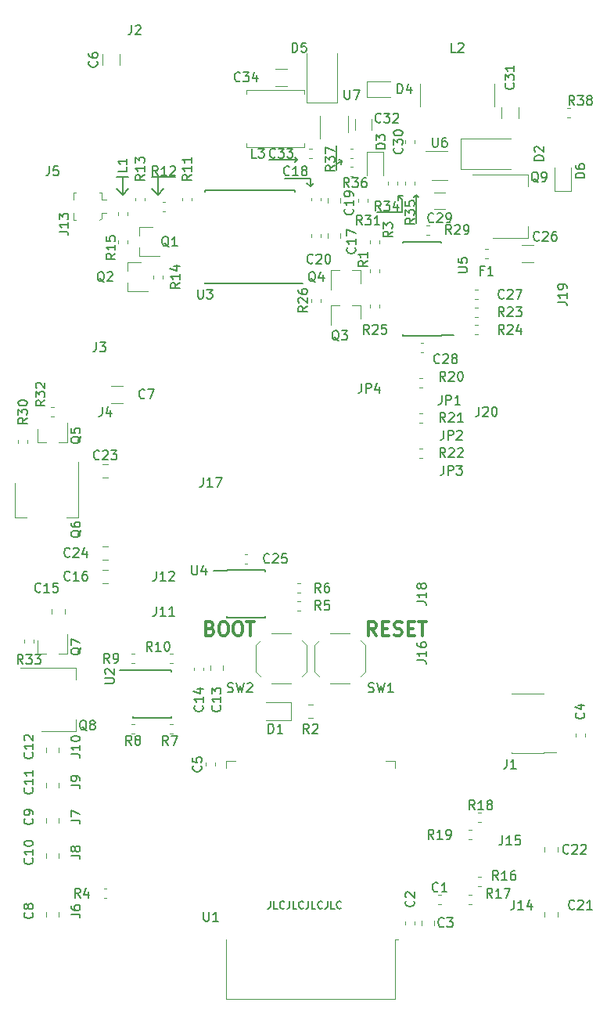
<source format=gbr>
G04 #@! TF.GenerationSoftware,KiCad,Pcbnew,(5.1.5)-3*
G04 #@! TF.CreationDate,2020-01-16T22:10:17+01:00*
G04 #@! TF.ProjectId,airMon,6169724d-6f6e-42e6-9b69-6361645f7063,0.1*
G04 #@! TF.SameCoordinates,Original*
G04 #@! TF.FileFunction,Legend,Top*
G04 #@! TF.FilePolarity,Positive*
%FSLAX46Y46*%
G04 Gerber Fmt 4.6, Leading zero omitted, Abs format (unit mm)*
G04 Created by KiCad (PCBNEW (5.1.5)-3) date 2020-01-16 22:10:17*
%MOMM*%
%LPD*%
G04 APERTURE LIST*
%ADD10C,0.150000*%
%ADD11C,0.300000*%
%ADD12C,0.200000*%
%ADD13C,0.120000*%
%ADD14C,3.000000*%
%ADD15R,3.000000X3.000000*%
%ADD16C,1.500000*%
%ADD17C,2.800000*%
%ADD18R,1.700000X1.700000*%
%ADD19O,1.700000X1.700000*%
%ADD20R,8.200000X2.600000*%
%ADD21C,0.100000*%
%ADD22R,2.500000X1.800000*%
%ADD23R,0.450000X0.600000*%
%ADD24R,0.600000X0.450000*%
%ADD25R,1.800000X2.500000*%
%ADD26R,2.400000X0.740000*%
%ADD27R,1.000000X1.000000*%
%ADD28O,1.000000X1.000000*%
%ADD29O,0.800000X1.300000*%
%ADD30O,1.700000X1.950000*%
%ADD31R,2.200000X1.050000*%
%ADD32R,2.350000X5.100000*%
%ADD33R,0.900000X0.800000*%
%ADD34R,0.800000X0.900000*%
%ADD35R,5.000000X5.000000*%
%ADD36R,2.000000X0.900000*%
%ADD37R,0.900000X2.000000*%
%ADD38R,1.550000X0.600000*%
%ADD39R,1.220000X0.650000*%
%ADD40R,0.650000X1.220000*%
%ADD41O,1.400000X1.400000*%
%ADD42C,1.400000*%
%ADD43R,1.500000X0.600000*%
%ADD44O,1.950000X1.700000*%
%ADD45C,1.450000*%
%ADD46O,1.900000X1.200000*%
%ADD47R,3.800000X2.000000*%
%ADD48R,1.500000X2.000000*%
%ADD49R,2.000000X1.500000*%
%ADD50R,2.000000X3.800000*%
%ADD51R,0.500000X0.500000*%
%ADD52R,1.100000X1.800000*%
G04 APERTURE END LIST*
D10*
X47104761Y-114496904D02*
X47104761Y-115068333D01*
X47066666Y-115182619D01*
X46990476Y-115258809D01*
X46876190Y-115296904D01*
X46800000Y-115296904D01*
X47866666Y-115296904D02*
X47485714Y-115296904D01*
X47485714Y-114496904D01*
X48590476Y-115220714D02*
X48552380Y-115258809D01*
X48438095Y-115296904D01*
X48361904Y-115296904D01*
X48247619Y-115258809D01*
X48171428Y-115182619D01*
X48133333Y-115106428D01*
X48095238Y-114954047D01*
X48095238Y-114839761D01*
X48133333Y-114687380D01*
X48171428Y-114611190D01*
X48247619Y-114535000D01*
X48361904Y-114496904D01*
X48438095Y-114496904D01*
X48552380Y-114535000D01*
X48590476Y-114573095D01*
X49161904Y-114496904D02*
X49161904Y-115068333D01*
X49123809Y-115182619D01*
X49047619Y-115258809D01*
X48933333Y-115296904D01*
X48857142Y-115296904D01*
X49923809Y-115296904D02*
X49542857Y-115296904D01*
X49542857Y-114496904D01*
X50647619Y-115220714D02*
X50609523Y-115258809D01*
X50495238Y-115296904D01*
X50419047Y-115296904D01*
X50304761Y-115258809D01*
X50228571Y-115182619D01*
X50190476Y-115106428D01*
X50152380Y-114954047D01*
X50152380Y-114839761D01*
X50190476Y-114687380D01*
X50228571Y-114611190D01*
X50304761Y-114535000D01*
X50419047Y-114496904D01*
X50495238Y-114496904D01*
X50609523Y-114535000D01*
X50647619Y-114573095D01*
X51219047Y-114496904D02*
X51219047Y-115068333D01*
X51180952Y-115182619D01*
X51104761Y-115258809D01*
X50990476Y-115296904D01*
X50914285Y-115296904D01*
X51980952Y-115296904D02*
X51600000Y-115296904D01*
X51600000Y-114496904D01*
X52704761Y-115220714D02*
X52666666Y-115258809D01*
X52552380Y-115296904D01*
X52476190Y-115296904D01*
X52361904Y-115258809D01*
X52285714Y-115182619D01*
X52247619Y-115106428D01*
X52209523Y-114954047D01*
X52209523Y-114839761D01*
X52247619Y-114687380D01*
X52285714Y-114611190D01*
X52361904Y-114535000D01*
X52476190Y-114496904D01*
X52552380Y-114496904D01*
X52666666Y-114535000D01*
X52704761Y-114573095D01*
X53276190Y-114496904D02*
X53276190Y-115068333D01*
X53238095Y-115182619D01*
X53161904Y-115258809D01*
X53047619Y-115296904D01*
X52971428Y-115296904D01*
X54038095Y-115296904D02*
X53657142Y-115296904D01*
X53657142Y-114496904D01*
X54761904Y-115220714D02*
X54723809Y-115258809D01*
X54609523Y-115296904D01*
X54533333Y-115296904D01*
X54419047Y-115258809D01*
X54342857Y-115182619D01*
X54304761Y-115106428D01*
X54266666Y-114954047D01*
X54266666Y-114839761D01*
X54304761Y-114687380D01*
X54342857Y-114611190D01*
X54419047Y-114535000D01*
X54533333Y-114496904D01*
X54609523Y-114496904D01*
X54723809Y-114535000D01*
X54761904Y-114573095D01*
D11*
X40596428Y-84982857D02*
X40810714Y-85054285D01*
X40882142Y-85125714D01*
X40953571Y-85268571D01*
X40953571Y-85482857D01*
X40882142Y-85625714D01*
X40810714Y-85697142D01*
X40667857Y-85768571D01*
X40096428Y-85768571D01*
X40096428Y-84268571D01*
X40596428Y-84268571D01*
X40739285Y-84340000D01*
X40810714Y-84411428D01*
X40882142Y-84554285D01*
X40882142Y-84697142D01*
X40810714Y-84840000D01*
X40739285Y-84911428D01*
X40596428Y-84982857D01*
X40096428Y-84982857D01*
X41882142Y-84268571D02*
X42167857Y-84268571D01*
X42310714Y-84340000D01*
X42453571Y-84482857D01*
X42525000Y-84768571D01*
X42525000Y-85268571D01*
X42453571Y-85554285D01*
X42310714Y-85697142D01*
X42167857Y-85768571D01*
X41882142Y-85768571D01*
X41739285Y-85697142D01*
X41596428Y-85554285D01*
X41525000Y-85268571D01*
X41525000Y-84768571D01*
X41596428Y-84482857D01*
X41739285Y-84340000D01*
X41882142Y-84268571D01*
X43453571Y-84268571D02*
X43739285Y-84268571D01*
X43882142Y-84340000D01*
X44025000Y-84482857D01*
X44096428Y-84768571D01*
X44096428Y-85268571D01*
X44025000Y-85554285D01*
X43882142Y-85697142D01*
X43739285Y-85768571D01*
X43453571Y-85768571D01*
X43310714Y-85697142D01*
X43167857Y-85554285D01*
X43096428Y-85268571D01*
X43096428Y-84768571D01*
X43167857Y-84482857D01*
X43310714Y-84340000D01*
X43453571Y-84268571D01*
X44525000Y-84268571D02*
X45382142Y-84268571D01*
X44953571Y-85768571D02*
X44953571Y-84268571D01*
X58559285Y-85768571D02*
X58059285Y-85054285D01*
X57702142Y-85768571D02*
X57702142Y-84268571D01*
X58273571Y-84268571D01*
X58416428Y-84340000D01*
X58487857Y-84411428D01*
X58559285Y-84554285D01*
X58559285Y-84768571D01*
X58487857Y-84911428D01*
X58416428Y-84982857D01*
X58273571Y-85054285D01*
X57702142Y-85054285D01*
X59202142Y-84982857D02*
X59702142Y-84982857D01*
X59916428Y-85768571D02*
X59202142Y-85768571D01*
X59202142Y-84268571D01*
X59916428Y-84268571D01*
X60487857Y-85697142D02*
X60702142Y-85768571D01*
X61059285Y-85768571D01*
X61202142Y-85697142D01*
X61273571Y-85625714D01*
X61345000Y-85482857D01*
X61345000Y-85340000D01*
X61273571Y-85197142D01*
X61202142Y-85125714D01*
X61059285Y-85054285D01*
X60773571Y-84982857D01*
X60630714Y-84911428D01*
X60559285Y-84840000D01*
X60487857Y-84697142D01*
X60487857Y-84554285D01*
X60559285Y-84411428D01*
X60630714Y-84340000D01*
X60773571Y-84268571D01*
X61130714Y-84268571D01*
X61345000Y-84340000D01*
X61987857Y-84982857D02*
X62487857Y-84982857D01*
X62702142Y-85768571D02*
X61987857Y-85768571D01*
X61987857Y-84268571D01*
X62702142Y-84268571D01*
X63130714Y-84268571D02*
X63987857Y-84268571D01*
X63559285Y-85768571D02*
X63559285Y-84268571D01*
D12*
X54864000Y-34417000D02*
X54737000Y-34798000D01*
X54864000Y-34417000D02*
X54483000Y-34290000D01*
X54229000Y-34798000D02*
X54864000Y-34417000D01*
X54229000Y-33020000D02*
X54229000Y-32766000D01*
X54229000Y-35433000D02*
X54229000Y-33020000D01*
X50038000Y-34290000D02*
X49784000Y-34544000D01*
X50038000Y-34290000D02*
X49784000Y-34036000D01*
X46990000Y-34290000D02*
X50038000Y-34290000D01*
X62865000Y-38100000D02*
X62611000Y-38354000D01*
X62865000Y-38100000D02*
X63119000Y-38354000D01*
X62865000Y-38608000D02*
X62865000Y-38100000D01*
X62865000Y-41148000D02*
X62865000Y-38608000D01*
X51435000Y-37211000D02*
X51816000Y-36830000D01*
X51435000Y-37211000D02*
X51054000Y-36830000D01*
X60960000Y-38227000D02*
X60960000Y-38735000D01*
X60960000Y-38227000D02*
X61468000Y-38227000D01*
X61341000Y-38608000D02*
X60960000Y-38227000D01*
X61341000Y-40005000D02*
X61341000Y-38608000D01*
X61214000Y-40005000D02*
X61341000Y-40005000D01*
X58674000Y-40005000D02*
X61214000Y-40005000D01*
X51435000Y-36322000D02*
X51435000Y-37211000D01*
X48641000Y-36322000D02*
X51435000Y-36322000D01*
X34925000Y-38100000D02*
X35560000Y-37465000D01*
X34925000Y-38100000D02*
X34290000Y-37465000D01*
X34925000Y-36195000D02*
X34925000Y-38100000D01*
X34290000Y-36195000D02*
X36830000Y-36195000D01*
X30480000Y-36195000D02*
X31750000Y-36195000D01*
X31115000Y-38100000D02*
X31750000Y-37465000D01*
X30480000Y-37465000D02*
X31115000Y-38100000D01*
X31115000Y-38100000D02*
X30480000Y-37465000D01*
X31115000Y-36195000D02*
X31115000Y-38100000D01*
D13*
X63310000Y-26055000D02*
X63310000Y-28555000D01*
X71310000Y-26055000D02*
X71310000Y-28555000D01*
X65242221Y-114810000D02*
X65567779Y-114810000D01*
X65242221Y-113790000D02*
X65567779Y-113790000D01*
X62740000Y-116677221D02*
X62740000Y-117002779D01*
X61720000Y-116677221D02*
X61720000Y-117002779D01*
X64845000Y-116581422D02*
X64845000Y-117098578D01*
X63425000Y-116581422D02*
X63425000Y-117098578D01*
X81155000Y-96682779D02*
X81155000Y-96357221D01*
X80135000Y-96682779D02*
X80135000Y-96357221D01*
X40130000Y-99857779D02*
X40130000Y-99532221D01*
X41150000Y-99857779D02*
X41150000Y-99532221D01*
X30755000Y-22892936D02*
X30755000Y-24097064D01*
X28935000Y-22892936D02*
X28935000Y-24097064D01*
X24205000Y-116161078D02*
X24205000Y-115643922D01*
X22785000Y-116161078D02*
X22785000Y-115643922D01*
X22785000Y-106001078D02*
X22785000Y-105483922D01*
X24205000Y-106001078D02*
X24205000Y-105483922D01*
X24205000Y-109811078D02*
X24205000Y-109293922D01*
X22785000Y-109811078D02*
X22785000Y-109293922D01*
X24205000Y-102191078D02*
X24205000Y-101673922D01*
X22785000Y-102191078D02*
X22785000Y-101673922D01*
X24205000Y-98381078D02*
X24205000Y-97863922D01*
X22785000Y-98381078D02*
X22785000Y-97863922D01*
X41985000Y-89491078D02*
X41985000Y-88973922D01*
X40565000Y-89491078D02*
X40565000Y-88973922D01*
X38860000Y-89545279D02*
X38860000Y-89219721D01*
X39880000Y-89545279D02*
X39880000Y-89219721D01*
X23420000Y-83443578D02*
X23420000Y-82926422D01*
X24840000Y-83443578D02*
X24840000Y-82926422D01*
X28951422Y-78665000D02*
X29468578Y-78665000D01*
X28951422Y-80085000D02*
X29468578Y-80085000D01*
X54685000Y-42286422D02*
X54685000Y-42803578D01*
X53265000Y-42286422D02*
X53265000Y-42803578D01*
X52580000Y-38745279D02*
X52580000Y-38419721D01*
X51560000Y-38745279D02*
X51560000Y-38419721D01*
X53265000Y-38993578D02*
X53265000Y-38476422D01*
X54685000Y-38993578D02*
X54685000Y-38476422D01*
X52580000Y-42382221D02*
X52580000Y-42707779D01*
X51560000Y-42382221D02*
X51560000Y-42707779D01*
X78180000Y-116161078D02*
X78180000Y-115643922D01*
X76760000Y-116161078D02*
X76760000Y-115643922D01*
X76760000Y-109176078D02*
X76760000Y-108658922D01*
X78180000Y-109176078D02*
X78180000Y-108658922D01*
X28951422Y-68655000D02*
X29468578Y-68655000D01*
X28951422Y-67235000D02*
X29468578Y-67235000D01*
X28951422Y-76125000D02*
X29468578Y-76125000D01*
X28951422Y-77545000D02*
X29468578Y-77545000D01*
X44612779Y-76960000D02*
X44287221Y-76960000D01*
X44612779Y-77980000D02*
X44287221Y-77980000D01*
X74327936Y-43540000D02*
X75532064Y-43540000D01*
X74327936Y-45360000D02*
X75532064Y-45360000D01*
X69204721Y-48385000D02*
X69530279Y-48385000D01*
X69204721Y-49405000D02*
X69530279Y-49405000D01*
X66007064Y-39645000D02*
X64802936Y-39645000D01*
X66007064Y-37825000D02*
X64802936Y-37825000D01*
X62740000Y-32547779D02*
X62740000Y-32222221D01*
X61720000Y-32547779D02*
X61720000Y-32222221D01*
X72115000Y-28607936D02*
X72115000Y-29812064D01*
X73935000Y-28607936D02*
X73935000Y-29812064D01*
X56240000Y-29877936D02*
X56240000Y-31082064D01*
X58060000Y-29877936D02*
X58060000Y-31082064D01*
X51597779Y-33145000D02*
X51272221Y-33145000D01*
X51597779Y-34165000D02*
X51272221Y-34165000D01*
X47657936Y-24490000D02*
X48862064Y-24490000D01*
X47657936Y-26310000D02*
X48862064Y-26310000D01*
X46625000Y-94940000D02*
X49310000Y-94940000D01*
X49310000Y-94940000D02*
X49310000Y-93020000D01*
X49310000Y-93020000D02*
X46625000Y-93020000D01*
X67720000Y-32005000D02*
X67720000Y-35305000D01*
X67720000Y-35305000D02*
X73120000Y-35305000D01*
X67720000Y-32005000D02*
X73120000Y-32005000D01*
X59270000Y-33425000D02*
X57570000Y-33425000D01*
X57570000Y-33425000D02*
X57570000Y-35975000D01*
X59270000Y-33425000D02*
X59270000Y-35975000D01*
X57555000Y-25820000D02*
X60105000Y-25820000D01*
X57555000Y-27520000D02*
X60105000Y-27520000D01*
X57555000Y-25820000D02*
X57555000Y-27520000D01*
X51055000Y-28165000D02*
X51055000Y-22765000D01*
X54355000Y-28165000D02*
X54355000Y-22765000D01*
X51055000Y-28165000D02*
X54355000Y-28165000D01*
X76695000Y-98485000D02*
X73165000Y-98485000D01*
X76695000Y-92015000D02*
X73165000Y-92015000D01*
X78020000Y-98420000D02*
X76695000Y-98420000D01*
X76695000Y-98485000D02*
X76695000Y-98420000D01*
X73165000Y-98485000D02*
X73165000Y-98420000D01*
X76695000Y-92080000D02*
X76695000Y-92015000D01*
X73165000Y-92080000D02*
X73165000Y-92015000D01*
X28805000Y-38670000D02*
X29305000Y-38670000D01*
X28805000Y-40070000D02*
X29305000Y-40070000D01*
X28805000Y-40070000D02*
X28805000Y-40670000D01*
X28805000Y-40670000D02*
X28605000Y-40870000D01*
X28605000Y-37870000D02*
X28805000Y-37870000D01*
X28805000Y-37870000D02*
X28805000Y-38670000D01*
X25805000Y-38670000D02*
X25805000Y-37870000D01*
X25805000Y-37870000D02*
X26005000Y-37870000D01*
X26005000Y-40870000D02*
X25805000Y-40870000D01*
X25805000Y-40870000D02*
X25805000Y-40070000D01*
X30605000Y-40320279D02*
X30605000Y-39994721D01*
X31625000Y-40320279D02*
X31625000Y-39994721D01*
X44525000Y-26745000D02*
X50725000Y-26745000D01*
X50725000Y-26745000D02*
X50725000Y-27195000D01*
X50725000Y-32945000D02*
X44525000Y-32945000D01*
X50725000Y-32945000D02*
X50725000Y-32495000D01*
X44525000Y-32945000D02*
X44525000Y-32495000D01*
X44525000Y-26745000D02*
X44525000Y-27195000D01*
X32895000Y-41600000D02*
X34355000Y-41600000D01*
X32895000Y-44760000D02*
X35055000Y-44760000D01*
X32895000Y-44760000D02*
X32895000Y-43830000D01*
X32895000Y-41600000D02*
X32895000Y-42530000D01*
X31625000Y-45410000D02*
X31625000Y-46340000D01*
X31625000Y-48570000D02*
X31625000Y-47640000D01*
X31625000Y-48570000D02*
X33785000Y-48570000D01*
X31625000Y-45410000D02*
X33085000Y-45410000D01*
X56825000Y-50040000D02*
X55895000Y-50040000D01*
X53665000Y-50040000D02*
X54595000Y-50040000D01*
X53665000Y-50040000D02*
X53665000Y-52200000D01*
X56825000Y-50040000D02*
X56825000Y-51500000D01*
X56825000Y-46230000D02*
X56825000Y-47690000D01*
X53665000Y-46230000D02*
X53665000Y-48390000D01*
X53665000Y-46230000D02*
X54595000Y-46230000D01*
X56825000Y-46230000D02*
X55895000Y-46230000D01*
X21915000Y-64895000D02*
X22845000Y-64895000D01*
X25075000Y-64895000D02*
X24145000Y-64895000D01*
X25075000Y-64895000D02*
X25075000Y-62735000D01*
X21915000Y-64895000D02*
X21915000Y-63435000D01*
X21915000Y-87755000D02*
X21915000Y-86295000D01*
X25075000Y-87755000D02*
X25075000Y-85595000D01*
X25075000Y-87755000D02*
X24145000Y-87755000D01*
X21915000Y-87755000D02*
X22845000Y-87755000D01*
X57910000Y-46192221D02*
X57910000Y-46517779D01*
X58930000Y-46192221D02*
X58930000Y-46517779D01*
X51176422Y-93270000D02*
X51693578Y-93270000D01*
X51176422Y-94690000D02*
X51693578Y-94690000D01*
X58930000Y-43017221D02*
X58930000Y-43342779D01*
X57910000Y-43017221D02*
X57910000Y-43342779D01*
X29047221Y-114175000D02*
X29372779Y-114175000D01*
X29047221Y-113155000D02*
X29372779Y-113155000D01*
X50327779Y-83060000D02*
X50002221Y-83060000D01*
X50327779Y-82040000D02*
X50002221Y-82040000D01*
X50327779Y-81155000D02*
X50002221Y-81155000D01*
X50327779Y-80135000D02*
X50002221Y-80135000D01*
X36510279Y-96395000D02*
X36184721Y-96395000D01*
X36510279Y-95375000D02*
X36184721Y-95375000D01*
X32069721Y-96395000D02*
X32395279Y-96395000D01*
X32069721Y-95375000D02*
X32395279Y-95375000D01*
X32069721Y-87755000D02*
X32395279Y-87755000D01*
X32069721Y-88775000D02*
X32395279Y-88775000D01*
X36510279Y-87755000D02*
X36184721Y-87755000D01*
X36510279Y-88775000D02*
X36184721Y-88775000D01*
X38610000Y-38745279D02*
X38610000Y-38419721D01*
X37590000Y-38745279D02*
X37590000Y-38419721D01*
X35722779Y-39880000D02*
X35397221Y-39880000D01*
X35722779Y-38860000D02*
X35397221Y-38860000D01*
X33530000Y-38745279D02*
X33530000Y-38419721D01*
X32510000Y-38745279D02*
X32510000Y-38419721D01*
X35435000Y-46827221D02*
X35435000Y-47152779D01*
X34415000Y-46827221D02*
X34415000Y-47152779D01*
X30605000Y-43342779D02*
X30605000Y-43017221D01*
X31625000Y-43342779D02*
X31625000Y-43017221D01*
X69860279Y-112905000D02*
X69534721Y-112905000D01*
X69860279Y-111885000D02*
X69534721Y-111885000D01*
X68895279Y-113790000D02*
X68569721Y-113790000D01*
X68895279Y-114810000D02*
X68569721Y-114810000D01*
X69860279Y-105920000D02*
X69534721Y-105920000D01*
X69860279Y-104900000D02*
X69534721Y-104900000D01*
X68895279Y-107825000D02*
X68569721Y-107825000D01*
X68895279Y-106805000D02*
X68569721Y-106805000D01*
X63184721Y-58930000D02*
X63510279Y-58930000D01*
X63184721Y-57910000D02*
X63510279Y-57910000D01*
X63184721Y-61720000D02*
X63510279Y-61720000D01*
X63184721Y-62740000D02*
X63510279Y-62740000D01*
X63184721Y-66550000D02*
X63510279Y-66550000D01*
X63184721Y-65530000D02*
X63510279Y-65530000D01*
X69204721Y-50290000D02*
X69530279Y-50290000D01*
X69204721Y-51310000D02*
X69530279Y-51310000D01*
X69204721Y-53215000D02*
X69530279Y-53215000D01*
X69204721Y-52195000D02*
X69530279Y-52195000D01*
X57910000Y-50002221D02*
X57910000Y-50327779D01*
X58930000Y-50002221D02*
X58930000Y-50327779D01*
X51560000Y-49692779D02*
X51560000Y-49367221D01*
X52580000Y-49692779D02*
X52580000Y-49367221D01*
X23332221Y-61085000D02*
X23657779Y-61085000D01*
X23332221Y-62105000D02*
X23657779Y-62105000D01*
X21465000Y-86197221D02*
X21465000Y-86522779D01*
X20445000Y-86197221D02*
X20445000Y-86522779D01*
X59815000Y-36667221D02*
X59815000Y-36992779D01*
X60835000Y-36667221D02*
X60835000Y-36992779D01*
X61720000Y-36992779D02*
X61720000Y-36667221D01*
X62740000Y-36992779D02*
X62740000Y-36667221D01*
X55717221Y-35050000D02*
X56042779Y-35050000D01*
X55717221Y-36070000D02*
X56042779Y-36070000D01*
X56042779Y-34165000D02*
X55717221Y-34165000D01*
X56042779Y-33145000D02*
X55717221Y-33145000D01*
X60555000Y-100120000D02*
X60555000Y-99340000D01*
X60555000Y-99340000D02*
X59555000Y-99340000D01*
X42315000Y-100120000D02*
X42315000Y-99340000D01*
X42315000Y-99340000D02*
X43315000Y-99340000D01*
X60555000Y-125085000D02*
X42315000Y-125085000D01*
X42315000Y-125085000D02*
X42315000Y-118665000D01*
X60555000Y-125085000D02*
X60555000Y-118665000D01*
X60555000Y-118665000D02*
X60935000Y-118665000D01*
D10*
X32215000Y-89500000D02*
X32215000Y-89550000D01*
X36365000Y-89500000D02*
X36365000Y-89645000D01*
X36365000Y-94650000D02*
X36365000Y-94505000D01*
X32215000Y-94650000D02*
X32215000Y-94505000D01*
X32215000Y-89500000D02*
X36365000Y-89500000D01*
X32215000Y-94650000D02*
X36365000Y-94650000D01*
X32215000Y-89550000D02*
X30815000Y-89550000D01*
X48905000Y-47720000D02*
X40005000Y-47720000D01*
X40005000Y-37620000D02*
X49705000Y-37620000D01*
X40005000Y-47720000D02*
X40005000Y-47595000D01*
X48905000Y-47720000D02*
X50555000Y-47720000D01*
X49705000Y-37620000D02*
X49705000Y-37745000D01*
X40005000Y-37620000D02*
X40005000Y-37745000D01*
X42375000Y-78755000D02*
X40975000Y-78755000D01*
X42375000Y-83855000D02*
X46525000Y-83855000D01*
X42375000Y-78705000D02*
X46525000Y-78705000D01*
X42375000Y-83855000D02*
X42375000Y-83710000D01*
X46525000Y-83855000D02*
X46525000Y-83710000D01*
X46525000Y-78705000D02*
X46525000Y-78850000D01*
X42375000Y-78705000D02*
X42375000Y-78755000D01*
D13*
X66285000Y-33415000D02*
X63855000Y-33415000D01*
X64525000Y-36485000D02*
X66285000Y-36485000D01*
X55535000Y-31360000D02*
X55535000Y-29600000D01*
X52465000Y-29600000D02*
X52465000Y-32030000D01*
X63337221Y-54100000D02*
X63662779Y-54100000D01*
X63337221Y-55120000D02*
X63662779Y-55120000D01*
D10*
X65575000Y-53335000D02*
X65575000Y-53310000D01*
X61425000Y-53335000D02*
X61425000Y-53230000D01*
X61425000Y-43185000D02*
X61425000Y-43290000D01*
X65575000Y-43185000D02*
X65575000Y-43290000D01*
X65575000Y-53335000D02*
X61425000Y-53335000D01*
X65575000Y-43185000D02*
X61425000Y-43185000D01*
X65575000Y-53310000D02*
X66950000Y-53310000D01*
D13*
X29877936Y-58780000D02*
X31082064Y-58780000D01*
X29877936Y-60600000D02*
X31082064Y-60600000D01*
X19810000Y-64932779D02*
X19810000Y-64607221D01*
X20830000Y-64932779D02*
X20830000Y-64607221D01*
X64297779Y-42420000D02*
X63972221Y-42420000D01*
X64297779Y-41400000D02*
X63972221Y-41400000D01*
X57660000Y-38897779D02*
X57660000Y-38572221D01*
X56640000Y-38897779D02*
X56640000Y-38572221D01*
X19450000Y-73030000D02*
X20710000Y-73030000D01*
X26270000Y-73030000D02*
X25010000Y-73030000D01*
X19450000Y-69270000D02*
X19450000Y-73030000D01*
X26270000Y-67020000D02*
X26270000Y-73030000D01*
X20030000Y-89300000D02*
X26040000Y-89300000D01*
X22280000Y-96120000D02*
X26040000Y-96120000D01*
X26040000Y-89300000D02*
X26040000Y-90560000D01*
X26040000Y-96120000D02*
X26040000Y-94860000D01*
X68925000Y-35960000D02*
X74935000Y-35960000D01*
X71175000Y-42780000D02*
X74935000Y-42780000D01*
X74935000Y-35960000D02*
X74935000Y-37220000D01*
X74935000Y-42780000D02*
X74935000Y-41520000D01*
X79537779Y-29720000D02*
X79212221Y-29720000D01*
X79537779Y-28700000D02*
X79212221Y-28700000D01*
X77890000Y-37695000D02*
X79590000Y-37695000D01*
X79590000Y-37695000D02*
X79590000Y-35145000D01*
X77890000Y-37695000D02*
X77890000Y-35145000D01*
X70322221Y-43940000D02*
X70647779Y-43940000D01*
X70322221Y-44960000D02*
X70647779Y-44960000D01*
X51890000Y-89715000D02*
X52380000Y-90205000D01*
X51890000Y-86815000D02*
X51890000Y-89715000D01*
X51890000Y-86815000D02*
X52380000Y-86325000D01*
X57330000Y-86815000D02*
X57330000Y-89715000D01*
X57330000Y-86815000D02*
X56840000Y-86325000D01*
X53570000Y-90985000D02*
X55650000Y-90985000D01*
X57330000Y-89715000D02*
X56840000Y-90205000D01*
X53570000Y-85545000D02*
X55650000Y-85545000D01*
X49300000Y-90985000D02*
X47220000Y-90985000D01*
X45540000Y-86815000D02*
X46030000Y-86325000D01*
X49300000Y-85545000D02*
X47220000Y-85545000D01*
X45540000Y-89715000D02*
X46030000Y-90205000D01*
X45540000Y-89715000D02*
X45540000Y-86815000D01*
X50980000Y-89715000D02*
X50490000Y-90205000D01*
X50980000Y-89715000D02*
X50980000Y-86815000D01*
X50980000Y-86815000D02*
X50490000Y-86325000D01*
D10*
X69675476Y-61047380D02*
X69675476Y-61761666D01*
X69627857Y-61904523D01*
X69532619Y-61999761D01*
X69389761Y-62047380D01*
X69294523Y-62047380D01*
X70104047Y-61142619D02*
X70151666Y-61095000D01*
X70246904Y-61047380D01*
X70485000Y-61047380D01*
X70580238Y-61095000D01*
X70627857Y-61142619D01*
X70675476Y-61237857D01*
X70675476Y-61333095D01*
X70627857Y-61475952D01*
X70056428Y-62047380D01*
X70675476Y-62047380D01*
X71294523Y-61047380D02*
X71389761Y-61047380D01*
X71485000Y-61095000D01*
X71532619Y-61142619D01*
X71580238Y-61237857D01*
X71627857Y-61428333D01*
X71627857Y-61666428D01*
X71580238Y-61856904D01*
X71532619Y-61952142D01*
X71485000Y-61999761D01*
X71389761Y-62047380D01*
X71294523Y-62047380D01*
X71199285Y-61999761D01*
X71151666Y-61952142D01*
X71104047Y-61856904D01*
X71056428Y-61666428D01*
X71056428Y-61428333D01*
X71104047Y-61237857D01*
X71151666Y-61142619D01*
X71199285Y-61095000D01*
X71294523Y-61047380D01*
X62952380Y-82089523D02*
X63666666Y-82089523D01*
X63809523Y-82137142D01*
X63904761Y-82232380D01*
X63952380Y-82375238D01*
X63952380Y-82470476D01*
X63952380Y-81089523D02*
X63952380Y-81660952D01*
X63952380Y-81375238D02*
X62952380Y-81375238D01*
X63095238Y-81470476D01*
X63190476Y-81565714D01*
X63238095Y-81660952D01*
X63380952Y-80518095D02*
X63333333Y-80613333D01*
X63285714Y-80660952D01*
X63190476Y-80708571D01*
X63142857Y-80708571D01*
X63047619Y-80660952D01*
X63000000Y-80613333D01*
X62952380Y-80518095D01*
X62952380Y-80327619D01*
X63000000Y-80232380D01*
X63047619Y-80184761D01*
X63142857Y-80137142D01*
X63190476Y-80137142D01*
X63285714Y-80184761D01*
X63333333Y-80232380D01*
X63380952Y-80327619D01*
X63380952Y-80518095D01*
X63428571Y-80613333D01*
X63476190Y-80660952D01*
X63571428Y-80708571D01*
X63761904Y-80708571D01*
X63857142Y-80660952D01*
X63904761Y-80613333D01*
X63952380Y-80518095D01*
X63952380Y-80327619D01*
X63904761Y-80232380D01*
X63857142Y-80184761D01*
X63761904Y-80137142D01*
X63571428Y-80137142D01*
X63476190Y-80184761D01*
X63428571Y-80232380D01*
X63380952Y-80327619D01*
X65631666Y-59777380D02*
X65631666Y-60491666D01*
X65584047Y-60634523D01*
X65488809Y-60729761D01*
X65345952Y-60777380D01*
X65250714Y-60777380D01*
X66107857Y-60777380D02*
X66107857Y-59777380D01*
X66488809Y-59777380D01*
X66584047Y-59825000D01*
X66631666Y-59872619D01*
X66679285Y-59967857D01*
X66679285Y-60110714D01*
X66631666Y-60205952D01*
X66584047Y-60253571D01*
X66488809Y-60301190D01*
X66107857Y-60301190D01*
X67631666Y-60777380D02*
X67060238Y-60777380D01*
X67345952Y-60777380D02*
X67345952Y-59777380D01*
X67250714Y-59920238D01*
X67155476Y-60015476D01*
X67060238Y-60063095D01*
X67143333Y-22677380D02*
X66667142Y-22677380D01*
X66667142Y-21677380D01*
X67429047Y-21772619D02*
X67476666Y-21725000D01*
X67571904Y-21677380D01*
X67810000Y-21677380D01*
X67905238Y-21725000D01*
X67952857Y-21772619D01*
X68000476Y-21867857D01*
X68000476Y-21963095D01*
X67952857Y-22105952D01*
X67381428Y-22677380D01*
X68000476Y-22677380D01*
X65238333Y-113387142D02*
X65190714Y-113434761D01*
X65047857Y-113482380D01*
X64952619Y-113482380D01*
X64809761Y-113434761D01*
X64714523Y-113339523D01*
X64666904Y-113244285D01*
X64619285Y-113053809D01*
X64619285Y-112910952D01*
X64666904Y-112720476D01*
X64714523Y-112625238D01*
X64809761Y-112530000D01*
X64952619Y-112482380D01*
X65047857Y-112482380D01*
X65190714Y-112530000D01*
X65238333Y-112577619D01*
X66190714Y-113482380D02*
X65619285Y-113482380D01*
X65905000Y-113482380D02*
X65905000Y-112482380D01*
X65809761Y-112625238D01*
X65714523Y-112720476D01*
X65619285Y-112768095D01*
X62587142Y-114466666D02*
X62634761Y-114514285D01*
X62682380Y-114657142D01*
X62682380Y-114752380D01*
X62634761Y-114895238D01*
X62539523Y-114990476D01*
X62444285Y-115038095D01*
X62253809Y-115085714D01*
X62110952Y-115085714D01*
X61920476Y-115038095D01*
X61825238Y-114990476D01*
X61730000Y-114895238D01*
X61682380Y-114752380D01*
X61682380Y-114657142D01*
X61730000Y-114514285D01*
X61777619Y-114466666D01*
X61777619Y-114085714D02*
X61730000Y-114038095D01*
X61682380Y-113942857D01*
X61682380Y-113704761D01*
X61730000Y-113609523D01*
X61777619Y-113561904D01*
X61872857Y-113514285D01*
X61968095Y-113514285D01*
X62110952Y-113561904D01*
X62682380Y-114133333D01*
X62682380Y-113514285D01*
X65873333Y-117197142D02*
X65825714Y-117244761D01*
X65682857Y-117292380D01*
X65587619Y-117292380D01*
X65444761Y-117244761D01*
X65349523Y-117149523D01*
X65301904Y-117054285D01*
X65254285Y-116863809D01*
X65254285Y-116720952D01*
X65301904Y-116530476D01*
X65349523Y-116435238D01*
X65444761Y-116340000D01*
X65587619Y-116292380D01*
X65682857Y-116292380D01*
X65825714Y-116340000D01*
X65873333Y-116387619D01*
X66206666Y-116292380D02*
X66825714Y-116292380D01*
X66492380Y-116673333D01*
X66635238Y-116673333D01*
X66730476Y-116720952D01*
X66778095Y-116768571D01*
X66825714Y-116863809D01*
X66825714Y-117101904D01*
X66778095Y-117197142D01*
X66730476Y-117244761D01*
X66635238Y-117292380D01*
X66349523Y-117292380D01*
X66254285Y-117244761D01*
X66206666Y-117197142D01*
X81002142Y-94146666D02*
X81049761Y-94194285D01*
X81097380Y-94337142D01*
X81097380Y-94432380D01*
X81049761Y-94575238D01*
X80954523Y-94670476D01*
X80859285Y-94718095D01*
X80668809Y-94765714D01*
X80525952Y-94765714D01*
X80335476Y-94718095D01*
X80240238Y-94670476D01*
X80145000Y-94575238D01*
X80097380Y-94432380D01*
X80097380Y-94337142D01*
X80145000Y-94194285D01*
X80192619Y-94146666D01*
X80430714Y-93289523D02*
X81097380Y-93289523D01*
X80049761Y-93527619D02*
X80764047Y-93765714D01*
X80764047Y-93146666D01*
X39567142Y-99861666D02*
X39614761Y-99909285D01*
X39662380Y-100052142D01*
X39662380Y-100147380D01*
X39614761Y-100290238D01*
X39519523Y-100385476D01*
X39424285Y-100433095D01*
X39233809Y-100480714D01*
X39090952Y-100480714D01*
X38900476Y-100433095D01*
X38805238Y-100385476D01*
X38710000Y-100290238D01*
X38662380Y-100147380D01*
X38662380Y-100052142D01*
X38710000Y-99909285D01*
X38757619Y-99861666D01*
X38662380Y-98956904D02*
X38662380Y-99433095D01*
X39138571Y-99480714D01*
X39090952Y-99433095D01*
X39043333Y-99337857D01*
X39043333Y-99099761D01*
X39090952Y-99004523D01*
X39138571Y-98956904D01*
X39233809Y-98909285D01*
X39471904Y-98909285D01*
X39567142Y-98956904D01*
X39614761Y-99004523D01*
X39662380Y-99099761D01*
X39662380Y-99337857D01*
X39614761Y-99433095D01*
X39567142Y-99480714D01*
X28297142Y-23661666D02*
X28344761Y-23709285D01*
X28392380Y-23852142D01*
X28392380Y-23947380D01*
X28344761Y-24090238D01*
X28249523Y-24185476D01*
X28154285Y-24233095D01*
X27963809Y-24280714D01*
X27820952Y-24280714D01*
X27630476Y-24233095D01*
X27535238Y-24185476D01*
X27440000Y-24090238D01*
X27392380Y-23947380D01*
X27392380Y-23852142D01*
X27440000Y-23709285D01*
X27487619Y-23661666D01*
X27392380Y-22804523D02*
X27392380Y-22995000D01*
X27440000Y-23090238D01*
X27487619Y-23137857D01*
X27630476Y-23233095D01*
X27820952Y-23280714D01*
X28201904Y-23280714D01*
X28297142Y-23233095D01*
X28344761Y-23185476D01*
X28392380Y-23090238D01*
X28392380Y-22899761D01*
X28344761Y-22804523D01*
X28297142Y-22756904D01*
X28201904Y-22709285D01*
X27963809Y-22709285D01*
X27868571Y-22756904D01*
X27820952Y-22804523D01*
X27773333Y-22899761D01*
X27773333Y-23090238D01*
X27820952Y-23185476D01*
X27868571Y-23233095D01*
X27963809Y-23280714D01*
X21312142Y-115736666D02*
X21359761Y-115784285D01*
X21407380Y-115927142D01*
X21407380Y-116022380D01*
X21359761Y-116165238D01*
X21264523Y-116260476D01*
X21169285Y-116308095D01*
X20978809Y-116355714D01*
X20835952Y-116355714D01*
X20645476Y-116308095D01*
X20550238Y-116260476D01*
X20455000Y-116165238D01*
X20407380Y-116022380D01*
X20407380Y-115927142D01*
X20455000Y-115784285D01*
X20502619Y-115736666D01*
X20835952Y-115165238D02*
X20788333Y-115260476D01*
X20740714Y-115308095D01*
X20645476Y-115355714D01*
X20597857Y-115355714D01*
X20502619Y-115308095D01*
X20455000Y-115260476D01*
X20407380Y-115165238D01*
X20407380Y-114974761D01*
X20455000Y-114879523D01*
X20502619Y-114831904D01*
X20597857Y-114784285D01*
X20645476Y-114784285D01*
X20740714Y-114831904D01*
X20788333Y-114879523D01*
X20835952Y-114974761D01*
X20835952Y-115165238D01*
X20883571Y-115260476D01*
X20931190Y-115308095D01*
X21026428Y-115355714D01*
X21216904Y-115355714D01*
X21312142Y-115308095D01*
X21359761Y-115260476D01*
X21407380Y-115165238D01*
X21407380Y-114974761D01*
X21359761Y-114879523D01*
X21312142Y-114831904D01*
X21216904Y-114784285D01*
X21026428Y-114784285D01*
X20931190Y-114831904D01*
X20883571Y-114879523D01*
X20835952Y-114974761D01*
X21312142Y-105576666D02*
X21359761Y-105624285D01*
X21407380Y-105767142D01*
X21407380Y-105862380D01*
X21359761Y-106005238D01*
X21264523Y-106100476D01*
X21169285Y-106148095D01*
X20978809Y-106195714D01*
X20835952Y-106195714D01*
X20645476Y-106148095D01*
X20550238Y-106100476D01*
X20455000Y-106005238D01*
X20407380Y-105862380D01*
X20407380Y-105767142D01*
X20455000Y-105624285D01*
X20502619Y-105576666D01*
X21407380Y-105100476D02*
X21407380Y-104910000D01*
X21359761Y-104814761D01*
X21312142Y-104767142D01*
X21169285Y-104671904D01*
X20978809Y-104624285D01*
X20597857Y-104624285D01*
X20502619Y-104671904D01*
X20455000Y-104719523D01*
X20407380Y-104814761D01*
X20407380Y-105005238D01*
X20455000Y-105100476D01*
X20502619Y-105148095D01*
X20597857Y-105195714D01*
X20835952Y-105195714D01*
X20931190Y-105148095D01*
X20978809Y-105100476D01*
X21026428Y-105005238D01*
X21026428Y-104814761D01*
X20978809Y-104719523D01*
X20931190Y-104671904D01*
X20835952Y-104624285D01*
X21312142Y-109862857D02*
X21359761Y-109910476D01*
X21407380Y-110053333D01*
X21407380Y-110148571D01*
X21359761Y-110291428D01*
X21264523Y-110386666D01*
X21169285Y-110434285D01*
X20978809Y-110481904D01*
X20835952Y-110481904D01*
X20645476Y-110434285D01*
X20550238Y-110386666D01*
X20455000Y-110291428D01*
X20407380Y-110148571D01*
X20407380Y-110053333D01*
X20455000Y-109910476D01*
X20502619Y-109862857D01*
X21407380Y-108910476D02*
X21407380Y-109481904D01*
X21407380Y-109196190D02*
X20407380Y-109196190D01*
X20550238Y-109291428D01*
X20645476Y-109386666D01*
X20693095Y-109481904D01*
X20407380Y-108291428D02*
X20407380Y-108196190D01*
X20455000Y-108100952D01*
X20502619Y-108053333D01*
X20597857Y-108005714D01*
X20788333Y-107958095D01*
X21026428Y-107958095D01*
X21216904Y-108005714D01*
X21312142Y-108053333D01*
X21359761Y-108100952D01*
X21407380Y-108196190D01*
X21407380Y-108291428D01*
X21359761Y-108386666D01*
X21312142Y-108434285D01*
X21216904Y-108481904D01*
X21026428Y-108529523D01*
X20788333Y-108529523D01*
X20597857Y-108481904D01*
X20502619Y-108434285D01*
X20455000Y-108386666D01*
X20407380Y-108291428D01*
X21312142Y-102242857D02*
X21359761Y-102290476D01*
X21407380Y-102433333D01*
X21407380Y-102528571D01*
X21359761Y-102671428D01*
X21264523Y-102766666D01*
X21169285Y-102814285D01*
X20978809Y-102861904D01*
X20835952Y-102861904D01*
X20645476Y-102814285D01*
X20550238Y-102766666D01*
X20455000Y-102671428D01*
X20407380Y-102528571D01*
X20407380Y-102433333D01*
X20455000Y-102290476D01*
X20502619Y-102242857D01*
X21407380Y-101290476D02*
X21407380Y-101861904D01*
X21407380Y-101576190D02*
X20407380Y-101576190D01*
X20550238Y-101671428D01*
X20645476Y-101766666D01*
X20693095Y-101861904D01*
X21407380Y-100338095D02*
X21407380Y-100909523D01*
X21407380Y-100623809D02*
X20407380Y-100623809D01*
X20550238Y-100719047D01*
X20645476Y-100814285D01*
X20693095Y-100909523D01*
X21312142Y-98432857D02*
X21359761Y-98480476D01*
X21407380Y-98623333D01*
X21407380Y-98718571D01*
X21359761Y-98861428D01*
X21264523Y-98956666D01*
X21169285Y-99004285D01*
X20978809Y-99051904D01*
X20835952Y-99051904D01*
X20645476Y-99004285D01*
X20550238Y-98956666D01*
X20455000Y-98861428D01*
X20407380Y-98718571D01*
X20407380Y-98623333D01*
X20455000Y-98480476D01*
X20502619Y-98432857D01*
X21407380Y-97480476D02*
X21407380Y-98051904D01*
X21407380Y-97766190D02*
X20407380Y-97766190D01*
X20550238Y-97861428D01*
X20645476Y-97956666D01*
X20693095Y-98051904D01*
X20502619Y-97099523D02*
X20455000Y-97051904D01*
X20407380Y-96956666D01*
X20407380Y-96718571D01*
X20455000Y-96623333D01*
X20502619Y-96575714D01*
X20597857Y-96528095D01*
X20693095Y-96528095D01*
X20835952Y-96575714D01*
X21407380Y-97147142D01*
X21407380Y-96528095D01*
X41632142Y-93352857D02*
X41679761Y-93400476D01*
X41727380Y-93543333D01*
X41727380Y-93638571D01*
X41679761Y-93781428D01*
X41584523Y-93876666D01*
X41489285Y-93924285D01*
X41298809Y-93971904D01*
X41155952Y-93971904D01*
X40965476Y-93924285D01*
X40870238Y-93876666D01*
X40775000Y-93781428D01*
X40727380Y-93638571D01*
X40727380Y-93543333D01*
X40775000Y-93400476D01*
X40822619Y-93352857D01*
X41727380Y-92400476D02*
X41727380Y-92971904D01*
X41727380Y-92686190D02*
X40727380Y-92686190D01*
X40870238Y-92781428D01*
X40965476Y-92876666D01*
X41013095Y-92971904D01*
X40727380Y-92067142D02*
X40727380Y-91448095D01*
X41108333Y-91781428D01*
X41108333Y-91638571D01*
X41155952Y-91543333D01*
X41203571Y-91495714D01*
X41298809Y-91448095D01*
X41536904Y-91448095D01*
X41632142Y-91495714D01*
X41679761Y-91543333D01*
X41727380Y-91638571D01*
X41727380Y-91924285D01*
X41679761Y-92019523D01*
X41632142Y-92067142D01*
X39727142Y-93352857D02*
X39774761Y-93400476D01*
X39822380Y-93543333D01*
X39822380Y-93638571D01*
X39774761Y-93781428D01*
X39679523Y-93876666D01*
X39584285Y-93924285D01*
X39393809Y-93971904D01*
X39250952Y-93971904D01*
X39060476Y-93924285D01*
X38965238Y-93876666D01*
X38870000Y-93781428D01*
X38822380Y-93638571D01*
X38822380Y-93543333D01*
X38870000Y-93400476D01*
X38917619Y-93352857D01*
X39822380Y-92400476D02*
X39822380Y-92971904D01*
X39822380Y-92686190D02*
X38822380Y-92686190D01*
X38965238Y-92781428D01*
X39060476Y-92876666D01*
X39108095Y-92971904D01*
X39155714Y-91543333D02*
X39822380Y-91543333D01*
X38774761Y-91781428D02*
X39489047Y-92019523D01*
X39489047Y-91400476D01*
X22217142Y-81002142D02*
X22169523Y-81049761D01*
X22026666Y-81097380D01*
X21931428Y-81097380D01*
X21788571Y-81049761D01*
X21693333Y-80954523D01*
X21645714Y-80859285D01*
X21598095Y-80668809D01*
X21598095Y-80525952D01*
X21645714Y-80335476D01*
X21693333Y-80240238D01*
X21788571Y-80145000D01*
X21931428Y-80097380D01*
X22026666Y-80097380D01*
X22169523Y-80145000D01*
X22217142Y-80192619D01*
X23169523Y-81097380D02*
X22598095Y-81097380D01*
X22883809Y-81097380D02*
X22883809Y-80097380D01*
X22788571Y-80240238D01*
X22693333Y-80335476D01*
X22598095Y-80383095D01*
X24074285Y-80097380D02*
X23598095Y-80097380D01*
X23550476Y-80573571D01*
X23598095Y-80525952D01*
X23693333Y-80478333D01*
X23931428Y-80478333D01*
X24026666Y-80525952D01*
X24074285Y-80573571D01*
X24121904Y-80668809D01*
X24121904Y-80906904D01*
X24074285Y-81002142D01*
X24026666Y-81049761D01*
X23931428Y-81097380D01*
X23693333Y-81097380D01*
X23598095Y-81049761D01*
X23550476Y-81002142D01*
X25392142Y-79732142D02*
X25344523Y-79779761D01*
X25201666Y-79827380D01*
X25106428Y-79827380D01*
X24963571Y-79779761D01*
X24868333Y-79684523D01*
X24820714Y-79589285D01*
X24773095Y-79398809D01*
X24773095Y-79255952D01*
X24820714Y-79065476D01*
X24868333Y-78970238D01*
X24963571Y-78875000D01*
X25106428Y-78827380D01*
X25201666Y-78827380D01*
X25344523Y-78875000D01*
X25392142Y-78922619D01*
X26344523Y-79827380D02*
X25773095Y-79827380D01*
X26058809Y-79827380D02*
X26058809Y-78827380D01*
X25963571Y-78970238D01*
X25868333Y-79065476D01*
X25773095Y-79113095D01*
X27201666Y-78827380D02*
X27011190Y-78827380D01*
X26915952Y-78875000D01*
X26868333Y-78922619D01*
X26773095Y-79065476D01*
X26725476Y-79255952D01*
X26725476Y-79636904D01*
X26773095Y-79732142D01*
X26820714Y-79779761D01*
X26915952Y-79827380D01*
X27106428Y-79827380D01*
X27201666Y-79779761D01*
X27249285Y-79732142D01*
X27296904Y-79636904D01*
X27296904Y-79398809D01*
X27249285Y-79303571D01*
X27201666Y-79255952D01*
X27106428Y-79208333D01*
X26915952Y-79208333D01*
X26820714Y-79255952D01*
X26773095Y-79303571D01*
X26725476Y-79398809D01*
X56237142Y-43822857D02*
X56284761Y-43870476D01*
X56332380Y-44013333D01*
X56332380Y-44108571D01*
X56284761Y-44251428D01*
X56189523Y-44346666D01*
X56094285Y-44394285D01*
X55903809Y-44441904D01*
X55760952Y-44441904D01*
X55570476Y-44394285D01*
X55475238Y-44346666D01*
X55380000Y-44251428D01*
X55332380Y-44108571D01*
X55332380Y-44013333D01*
X55380000Y-43870476D01*
X55427619Y-43822857D01*
X56332380Y-42870476D02*
X56332380Y-43441904D01*
X56332380Y-43156190D02*
X55332380Y-43156190D01*
X55475238Y-43251428D01*
X55570476Y-43346666D01*
X55618095Y-43441904D01*
X55332380Y-42537142D02*
X55332380Y-41870476D01*
X56332380Y-42299047D01*
X49141142Y-35917142D02*
X49093523Y-35964761D01*
X48950666Y-36012380D01*
X48855428Y-36012380D01*
X48712571Y-35964761D01*
X48617333Y-35869523D01*
X48569714Y-35774285D01*
X48522095Y-35583809D01*
X48522095Y-35440952D01*
X48569714Y-35250476D01*
X48617333Y-35155238D01*
X48712571Y-35060000D01*
X48855428Y-35012380D01*
X48950666Y-35012380D01*
X49093523Y-35060000D01*
X49141142Y-35107619D01*
X50093523Y-36012380D02*
X49522095Y-36012380D01*
X49807809Y-36012380D02*
X49807809Y-35012380D01*
X49712571Y-35155238D01*
X49617333Y-35250476D01*
X49522095Y-35298095D01*
X50664952Y-35440952D02*
X50569714Y-35393333D01*
X50522095Y-35345714D01*
X50474476Y-35250476D01*
X50474476Y-35202857D01*
X50522095Y-35107619D01*
X50569714Y-35060000D01*
X50664952Y-35012380D01*
X50855428Y-35012380D01*
X50950666Y-35060000D01*
X50998285Y-35107619D01*
X51045904Y-35202857D01*
X51045904Y-35250476D01*
X50998285Y-35345714D01*
X50950666Y-35393333D01*
X50855428Y-35440952D01*
X50664952Y-35440952D01*
X50569714Y-35488571D01*
X50522095Y-35536190D01*
X50474476Y-35631428D01*
X50474476Y-35821904D01*
X50522095Y-35917142D01*
X50569714Y-35964761D01*
X50664952Y-36012380D01*
X50855428Y-36012380D01*
X50950666Y-35964761D01*
X50998285Y-35917142D01*
X51045904Y-35821904D01*
X51045904Y-35631428D01*
X50998285Y-35536190D01*
X50950666Y-35488571D01*
X50855428Y-35440952D01*
X55983142Y-39631857D02*
X56030761Y-39679476D01*
X56078380Y-39822333D01*
X56078380Y-39917571D01*
X56030761Y-40060428D01*
X55935523Y-40155666D01*
X55840285Y-40203285D01*
X55649809Y-40250904D01*
X55506952Y-40250904D01*
X55316476Y-40203285D01*
X55221238Y-40155666D01*
X55126000Y-40060428D01*
X55078380Y-39917571D01*
X55078380Y-39822333D01*
X55126000Y-39679476D01*
X55173619Y-39631857D01*
X56078380Y-38679476D02*
X56078380Y-39250904D01*
X56078380Y-38965190D02*
X55078380Y-38965190D01*
X55221238Y-39060428D01*
X55316476Y-39155666D01*
X55364095Y-39250904D01*
X56078380Y-38203285D02*
X56078380Y-38012809D01*
X56030761Y-37917571D01*
X55983142Y-37869952D01*
X55840285Y-37774714D01*
X55649809Y-37727095D01*
X55268857Y-37727095D01*
X55173619Y-37774714D01*
X55126000Y-37822333D01*
X55078380Y-37917571D01*
X55078380Y-38108047D01*
X55126000Y-38203285D01*
X55173619Y-38250904D01*
X55268857Y-38298523D01*
X55506952Y-38298523D01*
X55602190Y-38250904D01*
X55649809Y-38203285D01*
X55697428Y-38108047D01*
X55697428Y-37917571D01*
X55649809Y-37822333D01*
X55602190Y-37774714D01*
X55506952Y-37727095D01*
X51681142Y-45442142D02*
X51633523Y-45489761D01*
X51490666Y-45537380D01*
X51395428Y-45537380D01*
X51252571Y-45489761D01*
X51157333Y-45394523D01*
X51109714Y-45299285D01*
X51062095Y-45108809D01*
X51062095Y-44965952D01*
X51109714Y-44775476D01*
X51157333Y-44680238D01*
X51252571Y-44585000D01*
X51395428Y-44537380D01*
X51490666Y-44537380D01*
X51633523Y-44585000D01*
X51681142Y-44632619D01*
X52062095Y-44632619D02*
X52109714Y-44585000D01*
X52204952Y-44537380D01*
X52443047Y-44537380D01*
X52538285Y-44585000D01*
X52585904Y-44632619D01*
X52633523Y-44727857D01*
X52633523Y-44823095D01*
X52585904Y-44965952D01*
X52014476Y-45537380D01*
X52633523Y-45537380D01*
X53252571Y-44537380D02*
X53347809Y-44537380D01*
X53443047Y-44585000D01*
X53490666Y-44632619D01*
X53538285Y-44727857D01*
X53585904Y-44918333D01*
X53585904Y-45156428D01*
X53538285Y-45346904D01*
X53490666Y-45442142D01*
X53443047Y-45489761D01*
X53347809Y-45537380D01*
X53252571Y-45537380D01*
X53157333Y-45489761D01*
X53109714Y-45442142D01*
X53062095Y-45346904D01*
X53014476Y-45156428D01*
X53014476Y-44918333D01*
X53062095Y-44727857D01*
X53109714Y-44632619D01*
X53157333Y-44585000D01*
X53252571Y-44537380D01*
X80002142Y-115292142D02*
X79954523Y-115339761D01*
X79811666Y-115387380D01*
X79716428Y-115387380D01*
X79573571Y-115339761D01*
X79478333Y-115244523D01*
X79430714Y-115149285D01*
X79383095Y-114958809D01*
X79383095Y-114815952D01*
X79430714Y-114625476D01*
X79478333Y-114530238D01*
X79573571Y-114435000D01*
X79716428Y-114387380D01*
X79811666Y-114387380D01*
X79954523Y-114435000D01*
X80002142Y-114482619D01*
X80383095Y-114482619D02*
X80430714Y-114435000D01*
X80525952Y-114387380D01*
X80764047Y-114387380D01*
X80859285Y-114435000D01*
X80906904Y-114482619D01*
X80954523Y-114577857D01*
X80954523Y-114673095D01*
X80906904Y-114815952D01*
X80335476Y-115387380D01*
X80954523Y-115387380D01*
X81906904Y-115387380D02*
X81335476Y-115387380D01*
X81621190Y-115387380D02*
X81621190Y-114387380D01*
X81525952Y-114530238D01*
X81430714Y-114625476D01*
X81335476Y-114673095D01*
X79367142Y-109274642D02*
X79319523Y-109322261D01*
X79176666Y-109369880D01*
X79081428Y-109369880D01*
X78938571Y-109322261D01*
X78843333Y-109227023D01*
X78795714Y-109131785D01*
X78748095Y-108941309D01*
X78748095Y-108798452D01*
X78795714Y-108607976D01*
X78843333Y-108512738D01*
X78938571Y-108417500D01*
X79081428Y-108369880D01*
X79176666Y-108369880D01*
X79319523Y-108417500D01*
X79367142Y-108465119D01*
X79748095Y-108465119D02*
X79795714Y-108417500D01*
X79890952Y-108369880D01*
X80129047Y-108369880D01*
X80224285Y-108417500D01*
X80271904Y-108465119D01*
X80319523Y-108560357D01*
X80319523Y-108655595D01*
X80271904Y-108798452D01*
X79700476Y-109369880D01*
X80319523Y-109369880D01*
X80700476Y-108465119D02*
X80748095Y-108417500D01*
X80843333Y-108369880D01*
X81081428Y-108369880D01*
X81176666Y-108417500D01*
X81224285Y-108465119D01*
X81271904Y-108560357D01*
X81271904Y-108655595D01*
X81224285Y-108798452D01*
X80652857Y-109369880D01*
X81271904Y-109369880D01*
X28567142Y-66652142D02*
X28519523Y-66699761D01*
X28376666Y-66747380D01*
X28281428Y-66747380D01*
X28138571Y-66699761D01*
X28043333Y-66604523D01*
X27995714Y-66509285D01*
X27948095Y-66318809D01*
X27948095Y-66175952D01*
X27995714Y-65985476D01*
X28043333Y-65890238D01*
X28138571Y-65795000D01*
X28281428Y-65747380D01*
X28376666Y-65747380D01*
X28519523Y-65795000D01*
X28567142Y-65842619D01*
X28948095Y-65842619D02*
X28995714Y-65795000D01*
X29090952Y-65747380D01*
X29329047Y-65747380D01*
X29424285Y-65795000D01*
X29471904Y-65842619D01*
X29519523Y-65937857D01*
X29519523Y-66033095D01*
X29471904Y-66175952D01*
X28900476Y-66747380D01*
X29519523Y-66747380D01*
X29852857Y-65747380D02*
X30471904Y-65747380D01*
X30138571Y-66128333D01*
X30281428Y-66128333D01*
X30376666Y-66175952D01*
X30424285Y-66223571D01*
X30471904Y-66318809D01*
X30471904Y-66556904D01*
X30424285Y-66652142D01*
X30376666Y-66699761D01*
X30281428Y-66747380D01*
X29995714Y-66747380D01*
X29900476Y-66699761D01*
X29852857Y-66652142D01*
X25392142Y-77192142D02*
X25344523Y-77239761D01*
X25201666Y-77287380D01*
X25106428Y-77287380D01*
X24963571Y-77239761D01*
X24868333Y-77144523D01*
X24820714Y-77049285D01*
X24773095Y-76858809D01*
X24773095Y-76715952D01*
X24820714Y-76525476D01*
X24868333Y-76430238D01*
X24963571Y-76335000D01*
X25106428Y-76287380D01*
X25201666Y-76287380D01*
X25344523Y-76335000D01*
X25392142Y-76382619D01*
X25773095Y-76382619D02*
X25820714Y-76335000D01*
X25915952Y-76287380D01*
X26154047Y-76287380D01*
X26249285Y-76335000D01*
X26296904Y-76382619D01*
X26344523Y-76477857D01*
X26344523Y-76573095D01*
X26296904Y-76715952D01*
X25725476Y-77287380D01*
X26344523Y-77287380D01*
X27201666Y-76620714D02*
X27201666Y-77287380D01*
X26963571Y-76239761D02*
X26725476Y-76954047D01*
X27344523Y-76954047D01*
X46982142Y-77827142D02*
X46934523Y-77874761D01*
X46791666Y-77922380D01*
X46696428Y-77922380D01*
X46553571Y-77874761D01*
X46458333Y-77779523D01*
X46410714Y-77684285D01*
X46363095Y-77493809D01*
X46363095Y-77350952D01*
X46410714Y-77160476D01*
X46458333Y-77065238D01*
X46553571Y-76970000D01*
X46696428Y-76922380D01*
X46791666Y-76922380D01*
X46934523Y-76970000D01*
X46982142Y-77017619D01*
X47363095Y-77017619D02*
X47410714Y-76970000D01*
X47505952Y-76922380D01*
X47744047Y-76922380D01*
X47839285Y-76970000D01*
X47886904Y-77017619D01*
X47934523Y-77112857D01*
X47934523Y-77208095D01*
X47886904Y-77350952D01*
X47315476Y-77922380D01*
X47934523Y-77922380D01*
X48839285Y-76922380D02*
X48363095Y-76922380D01*
X48315476Y-77398571D01*
X48363095Y-77350952D01*
X48458333Y-77303333D01*
X48696428Y-77303333D01*
X48791666Y-77350952D01*
X48839285Y-77398571D01*
X48886904Y-77493809D01*
X48886904Y-77731904D01*
X48839285Y-77827142D01*
X48791666Y-77874761D01*
X48696428Y-77922380D01*
X48458333Y-77922380D01*
X48363095Y-77874761D01*
X48315476Y-77827142D01*
X76192142Y-42987142D02*
X76144523Y-43034761D01*
X76001666Y-43082380D01*
X75906428Y-43082380D01*
X75763571Y-43034761D01*
X75668333Y-42939523D01*
X75620714Y-42844285D01*
X75573095Y-42653809D01*
X75573095Y-42510952D01*
X75620714Y-42320476D01*
X75668333Y-42225238D01*
X75763571Y-42130000D01*
X75906428Y-42082380D01*
X76001666Y-42082380D01*
X76144523Y-42130000D01*
X76192142Y-42177619D01*
X76573095Y-42177619D02*
X76620714Y-42130000D01*
X76715952Y-42082380D01*
X76954047Y-42082380D01*
X77049285Y-42130000D01*
X77096904Y-42177619D01*
X77144523Y-42272857D01*
X77144523Y-42368095D01*
X77096904Y-42510952D01*
X76525476Y-43082380D01*
X77144523Y-43082380D01*
X78001666Y-42082380D02*
X77811190Y-42082380D01*
X77715952Y-42130000D01*
X77668333Y-42177619D01*
X77573095Y-42320476D01*
X77525476Y-42510952D01*
X77525476Y-42891904D01*
X77573095Y-42987142D01*
X77620714Y-43034761D01*
X77715952Y-43082380D01*
X77906428Y-43082380D01*
X78001666Y-43034761D01*
X78049285Y-42987142D01*
X78096904Y-42891904D01*
X78096904Y-42653809D01*
X78049285Y-42558571D01*
X78001666Y-42510952D01*
X77906428Y-42463333D01*
X77715952Y-42463333D01*
X77620714Y-42510952D01*
X77573095Y-42558571D01*
X77525476Y-42653809D01*
X72382142Y-49252142D02*
X72334523Y-49299761D01*
X72191666Y-49347380D01*
X72096428Y-49347380D01*
X71953571Y-49299761D01*
X71858333Y-49204523D01*
X71810714Y-49109285D01*
X71763095Y-48918809D01*
X71763095Y-48775952D01*
X71810714Y-48585476D01*
X71858333Y-48490238D01*
X71953571Y-48395000D01*
X72096428Y-48347380D01*
X72191666Y-48347380D01*
X72334523Y-48395000D01*
X72382142Y-48442619D01*
X72763095Y-48442619D02*
X72810714Y-48395000D01*
X72905952Y-48347380D01*
X73144047Y-48347380D01*
X73239285Y-48395000D01*
X73286904Y-48442619D01*
X73334523Y-48537857D01*
X73334523Y-48633095D01*
X73286904Y-48775952D01*
X72715476Y-49347380D01*
X73334523Y-49347380D01*
X73667857Y-48347380D02*
X74334523Y-48347380D01*
X73905952Y-49347380D01*
X64762142Y-40997142D02*
X64714523Y-41044761D01*
X64571666Y-41092380D01*
X64476428Y-41092380D01*
X64333571Y-41044761D01*
X64238333Y-40949523D01*
X64190714Y-40854285D01*
X64143095Y-40663809D01*
X64143095Y-40520952D01*
X64190714Y-40330476D01*
X64238333Y-40235238D01*
X64333571Y-40140000D01*
X64476428Y-40092380D01*
X64571666Y-40092380D01*
X64714523Y-40140000D01*
X64762142Y-40187619D01*
X65143095Y-40187619D02*
X65190714Y-40140000D01*
X65285952Y-40092380D01*
X65524047Y-40092380D01*
X65619285Y-40140000D01*
X65666904Y-40187619D01*
X65714523Y-40282857D01*
X65714523Y-40378095D01*
X65666904Y-40520952D01*
X65095476Y-41092380D01*
X65714523Y-41092380D01*
X66190714Y-41092380D02*
X66381190Y-41092380D01*
X66476428Y-41044761D01*
X66524047Y-40997142D01*
X66619285Y-40854285D01*
X66666904Y-40663809D01*
X66666904Y-40282857D01*
X66619285Y-40187619D01*
X66571666Y-40140000D01*
X66476428Y-40092380D01*
X66285952Y-40092380D01*
X66190714Y-40140000D01*
X66143095Y-40187619D01*
X66095476Y-40282857D01*
X66095476Y-40520952D01*
X66143095Y-40616190D01*
X66190714Y-40663809D01*
X66285952Y-40711428D01*
X66476428Y-40711428D01*
X66571666Y-40663809D01*
X66619285Y-40616190D01*
X66666904Y-40520952D01*
X61317142Y-33027857D02*
X61364761Y-33075476D01*
X61412380Y-33218333D01*
X61412380Y-33313571D01*
X61364761Y-33456428D01*
X61269523Y-33551666D01*
X61174285Y-33599285D01*
X60983809Y-33646904D01*
X60840952Y-33646904D01*
X60650476Y-33599285D01*
X60555238Y-33551666D01*
X60460000Y-33456428D01*
X60412380Y-33313571D01*
X60412380Y-33218333D01*
X60460000Y-33075476D01*
X60507619Y-33027857D01*
X60412380Y-32694523D02*
X60412380Y-32075476D01*
X60793333Y-32408809D01*
X60793333Y-32265952D01*
X60840952Y-32170714D01*
X60888571Y-32123095D01*
X60983809Y-32075476D01*
X61221904Y-32075476D01*
X61317142Y-32123095D01*
X61364761Y-32170714D01*
X61412380Y-32265952D01*
X61412380Y-32551666D01*
X61364761Y-32646904D01*
X61317142Y-32694523D01*
X60412380Y-31456428D02*
X60412380Y-31361190D01*
X60460000Y-31265952D01*
X60507619Y-31218333D01*
X60602857Y-31170714D01*
X60793333Y-31123095D01*
X61031428Y-31123095D01*
X61221904Y-31170714D01*
X61317142Y-31218333D01*
X61364761Y-31265952D01*
X61412380Y-31361190D01*
X61412380Y-31456428D01*
X61364761Y-31551666D01*
X61317142Y-31599285D01*
X61221904Y-31646904D01*
X61031428Y-31694523D01*
X60793333Y-31694523D01*
X60602857Y-31646904D01*
X60507619Y-31599285D01*
X60460000Y-31551666D01*
X60412380Y-31456428D01*
X73382142Y-26042857D02*
X73429761Y-26090476D01*
X73477380Y-26233333D01*
X73477380Y-26328571D01*
X73429761Y-26471428D01*
X73334523Y-26566666D01*
X73239285Y-26614285D01*
X73048809Y-26661904D01*
X72905952Y-26661904D01*
X72715476Y-26614285D01*
X72620238Y-26566666D01*
X72525000Y-26471428D01*
X72477380Y-26328571D01*
X72477380Y-26233333D01*
X72525000Y-26090476D01*
X72572619Y-26042857D01*
X72477380Y-25709523D02*
X72477380Y-25090476D01*
X72858333Y-25423809D01*
X72858333Y-25280952D01*
X72905952Y-25185714D01*
X72953571Y-25138095D01*
X73048809Y-25090476D01*
X73286904Y-25090476D01*
X73382142Y-25138095D01*
X73429761Y-25185714D01*
X73477380Y-25280952D01*
X73477380Y-25566666D01*
X73429761Y-25661904D01*
X73382142Y-25709523D01*
X73477380Y-24138095D02*
X73477380Y-24709523D01*
X73477380Y-24423809D02*
X72477380Y-24423809D01*
X72620238Y-24519047D01*
X72715476Y-24614285D01*
X72763095Y-24709523D01*
X59047142Y-30202142D02*
X58999523Y-30249761D01*
X58856666Y-30297380D01*
X58761428Y-30297380D01*
X58618571Y-30249761D01*
X58523333Y-30154523D01*
X58475714Y-30059285D01*
X58428095Y-29868809D01*
X58428095Y-29725952D01*
X58475714Y-29535476D01*
X58523333Y-29440238D01*
X58618571Y-29345000D01*
X58761428Y-29297380D01*
X58856666Y-29297380D01*
X58999523Y-29345000D01*
X59047142Y-29392619D01*
X59380476Y-29297380D02*
X59999523Y-29297380D01*
X59666190Y-29678333D01*
X59809047Y-29678333D01*
X59904285Y-29725952D01*
X59951904Y-29773571D01*
X59999523Y-29868809D01*
X59999523Y-30106904D01*
X59951904Y-30202142D01*
X59904285Y-30249761D01*
X59809047Y-30297380D01*
X59523333Y-30297380D01*
X59428095Y-30249761D01*
X59380476Y-30202142D01*
X60380476Y-29392619D02*
X60428095Y-29345000D01*
X60523333Y-29297380D01*
X60761428Y-29297380D01*
X60856666Y-29345000D01*
X60904285Y-29392619D01*
X60951904Y-29487857D01*
X60951904Y-29583095D01*
X60904285Y-29725952D01*
X60332857Y-30297380D01*
X60951904Y-30297380D01*
X47617142Y-34012142D02*
X47569523Y-34059761D01*
X47426666Y-34107380D01*
X47331428Y-34107380D01*
X47188571Y-34059761D01*
X47093333Y-33964523D01*
X47045714Y-33869285D01*
X46998095Y-33678809D01*
X46998095Y-33535952D01*
X47045714Y-33345476D01*
X47093333Y-33250238D01*
X47188571Y-33155000D01*
X47331428Y-33107380D01*
X47426666Y-33107380D01*
X47569523Y-33155000D01*
X47617142Y-33202619D01*
X47950476Y-33107380D02*
X48569523Y-33107380D01*
X48236190Y-33488333D01*
X48379047Y-33488333D01*
X48474285Y-33535952D01*
X48521904Y-33583571D01*
X48569523Y-33678809D01*
X48569523Y-33916904D01*
X48521904Y-34012142D01*
X48474285Y-34059761D01*
X48379047Y-34107380D01*
X48093333Y-34107380D01*
X47998095Y-34059761D01*
X47950476Y-34012142D01*
X48902857Y-33107380D02*
X49521904Y-33107380D01*
X49188571Y-33488333D01*
X49331428Y-33488333D01*
X49426666Y-33535952D01*
X49474285Y-33583571D01*
X49521904Y-33678809D01*
X49521904Y-33916904D01*
X49474285Y-34012142D01*
X49426666Y-34059761D01*
X49331428Y-34107380D01*
X49045714Y-34107380D01*
X48950476Y-34059761D01*
X48902857Y-34012142D01*
X43807142Y-25757142D02*
X43759523Y-25804761D01*
X43616666Y-25852380D01*
X43521428Y-25852380D01*
X43378571Y-25804761D01*
X43283333Y-25709523D01*
X43235714Y-25614285D01*
X43188095Y-25423809D01*
X43188095Y-25280952D01*
X43235714Y-25090476D01*
X43283333Y-24995238D01*
X43378571Y-24900000D01*
X43521428Y-24852380D01*
X43616666Y-24852380D01*
X43759523Y-24900000D01*
X43807142Y-24947619D01*
X44140476Y-24852380D02*
X44759523Y-24852380D01*
X44426190Y-25233333D01*
X44569047Y-25233333D01*
X44664285Y-25280952D01*
X44711904Y-25328571D01*
X44759523Y-25423809D01*
X44759523Y-25661904D01*
X44711904Y-25757142D01*
X44664285Y-25804761D01*
X44569047Y-25852380D01*
X44283333Y-25852380D01*
X44188095Y-25804761D01*
X44140476Y-25757142D01*
X45616666Y-25185714D02*
X45616666Y-25852380D01*
X45378571Y-24804761D02*
X45140476Y-25519047D01*
X45759523Y-25519047D01*
X46886904Y-96337380D02*
X46886904Y-95337380D01*
X47125000Y-95337380D01*
X47267857Y-95385000D01*
X47363095Y-95480238D01*
X47410714Y-95575476D01*
X47458333Y-95765952D01*
X47458333Y-95908809D01*
X47410714Y-96099285D01*
X47363095Y-96194523D01*
X47267857Y-96289761D01*
X47125000Y-96337380D01*
X46886904Y-96337380D01*
X48410714Y-96337380D02*
X47839285Y-96337380D01*
X48125000Y-96337380D02*
X48125000Y-95337380D01*
X48029761Y-95480238D01*
X47934523Y-95575476D01*
X47839285Y-95623095D01*
X76652380Y-34393095D02*
X75652380Y-34393095D01*
X75652380Y-34155000D01*
X75700000Y-34012142D01*
X75795238Y-33916904D01*
X75890476Y-33869285D01*
X76080952Y-33821666D01*
X76223809Y-33821666D01*
X76414285Y-33869285D01*
X76509523Y-33916904D01*
X76604761Y-34012142D01*
X76652380Y-34155000D01*
X76652380Y-34393095D01*
X75747619Y-33440714D02*
X75700000Y-33393095D01*
X75652380Y-33297857D01*
X75652380Y-33059761D01*
X75700000Y-32964523D01*
X75747619Y-32916904D01*
X75842857Y-32869285D01*
X75938095Y-32869285D01*
X76080952Y-32916904D01*
X76652380Y-33488333D01*
X76652380Y-32869285D01*
X59507380Y-33123095D02*
X58507380Y-33123095D01*
X58507380Y-32885000D01*
X58555000Y-32742142D01*
X58650238Y-32646904D01*
X58745476Y-32599285D01*
X58935952Y-32551666D01*
X59078809Y-32551666D01*
X59269285Y-32599285D01*
X59364523Y-32646904D01*
X59459761Y-32742142D01*
X59507380Y-32885000D01*
X59507380Y-33123095D01*
X58507380Y-32218333D02*
X58507380Y-31599285D01*
X58888333Y-31932619D01*
X58888333Y-31789761D01*
X58935952Y-31694523D01*
X58983571Y-31646904D01*
X59078809Y-31599285D01*
X59316904Y-31599285D01*
X59412142Y-31646904D01*
X59459761Y-31694523D01*
X59507380Y-31789761D01*
X59507380Y-32075476D01*
X59459761Y-32170714D01*
X59412142Y-32218333D01*
X60856904Y-27122380D02*
X60856904Y-26122380D01*
X61095000Y-26122380D01*
X61237857Y-26170000D01*
X61333095Y-26265238D01*
X61380714Y-26360476D01*
X61428333Y-26550952D01*
X61428333Y-26693809D01*
X61380714Y-26884285D01*
X61333095Y-26979523D01*
X61237857Y-27074761D01*
X61095000Y-27122380D01*
X60856904Y-27122380D01*
X62285476Y-26455714D02*
X62285476Y-27122380D01*
X62047380Y-26074761D02*
X61809285Y-26789047D01*
X62428333Y-26789047D01*
X49466904Y-22677380D02*
X49466904Y-21677380D01*
X49705000Y-21677380D01*
X49847857Y-21725000D01*
X49943095Y-21820238D01*
X49990714Y-21915476D01*
X50038333Y-22105952D01*
X50038333Y-22248809D01*
X49990714Y-22439285D01*
X49943095Y-22534523D01*
X49847857Y-22629761D01*
X49705000Y-22677380D01*
X49466904Y-22677380D01*
X50943095Y-21677380D02*
X50466904Y-21677380D01*
X50419285Y-22153571D01*
X50466904Y-22105952D01*
X50562142Y-22058333D01*
X50800238Y-22058333D01*
X50895476Y-22105952D01*
X50943095Y-22153571D01*
X50990714Y-22248809D01*
X50990714Y-22486904D01*
X50943095Y-22582142D01*
X50895476Y-22629761D01*
X50800238Y-22677380D01*
X50562142Y-22677380D01*
X50466904Y-22629761D01*
X50419285Y-22582142D01*
X72691666Y-99147380D02*
X72691666Y-99861666D01*
X72644047Y-100004523D01*
X72548809Y-100099761D01*
X72405952Y-100147380D01*
X72310714Y-100147380D01*
X73691666Y-100147380D02*
X73120238Y-100147380D01*
X73405952Y-100147380D02*
X73405952Y-99147380D01*
X73310714Y-99290238D01*
X73215476Y-99385476D01*
X73120238Y-99433095D01*
X32051666Y-19772380D02*
X32051666Y-20486666D01*
X32004047Y-20629523D01*
X31908809Y-20724761D01*
X31765952Y-20772380D01*
X31670714Y-20772380D01*
X32480238Y-19867619D02*
X32527857Y-19820000D01*
X32623095Y-19772380D01*
X32861190Y-19772380D01*
X32956428Y-19820000D01*
X33004047Y-19867619D01*
X33051666Y-19962857D01*
X33051666Y-20058095D01*
X33004047Y-20200952D01*
X32432619Y-20772380D01*
X33051666Y-20772380D01*
X28241666Y-54062380D02*
X28241666Y-54776666D01*
X28194047Y-54919523D01*
X28098809Y-55014761D01*
X27955952Y-55062380D01*
X27860714Y-55062380D01*
X28622619Y-54062380D02*
X29241666Y-54062380D01*
X28908333Y-54443333D01*
X29051190Y-54443333D01*
X29146428Y-54490952D01*
X29194047Y-54538571D01*
X29241666Y-54633809D01*
X29241666Y-54871904D01*
X29194047Y-54967142D01*
X29146428Y-55014761D01*
X29051190Y-55062380D01*
X28765476Y-55062380D01*
X28670238Y-55014761D01*
X28622619Y-54967142D01*
X28876666Y-61047380D02*
X28876666Y-61761666D01*
X28829047Y-61904523D01*
X28733809Y-61999761D01*
X28590952Y-62047380D01*
X28495714Y-62047380D01*
X29781428Y-61380714D02*
X29781428Y-62047380D01*
X29543333Y-60999761D02*
X29305238Y-61714047D01*
X29924285Y-61714047D01*
X25487380Y-115903333D02*
X26201666Y-115903333D01*
X26344523Y-115950952D01*
X26439761Y-116046190D01*
X26487380Y-116189047D01*
X26487380Y-116284285D01*
X25487380Y-114998571D02*
X25487380Y-115189047D01*
X25535000Y-115284285D01*
X25582619Y-115331904D01*
X25725476Y-115427142D01*
X25915952Y-115474761D01*
X26296904Y-115474761D01*
X26392142Y-115427142D01*
X26439761Y-115379523D01*
X26487380Y-115284285D01*
X26487380Y-115093809D01*
X26439761Y-114998571D01*
X26392142Y-114950952D01*
X26296904Y-114903333D01*
X26058809Y-114903333D01*
X25963571Y-114950952D01*
X25915952Y-114998571D01*
X25868333Y-115093809D01*
X25868333Y-115284285D01*
X25915952Y-115379523D01*
X25963571Y-115427142D01*
X26058809Y-115474761D01*
X25487380Y-105743333D02*
X26201666Y-105743333D01*
X26344523Y-105790952D01*
X26439761Y-105886190D01*
X26487380Y-106029047D01*
X26487380Y-106124285D01*
X25487380Y-105362380D02*
X25487380Y-104695714D01*
X26487380Y-105124285D01*
X25487380Y-109553333D02*
X26201666Y-109553333D01*
X26344523Y-109600952D01*
X26439761Y-109696190D01*
X26487380Y-109839047D01*
X26487380Y-109934285D01*
X25915952Y-108934285D02*
X25868333Y-109029523D01*
X25820714Y-109077142D01*
X25725476Y-109124761D01*
X25677857Y-109124761D01*
X25582619Y-109077142D01*
X25535000Y-109029523D01*
X25487380Y-108934285D01*
X25487380Y-108743809D01*
X25535000Y-108648571D01*
X25582619Y-108600952D01*
X25677857Y-108553333D01*
X25725476Y-108553333D01*
X25820714Y-108600952D01*
X25868333Y-108648571D01*
X25915952Y-108743809D01*
X25915952Y-108934285D01*
X25963571Y-109029523D01*
X26011190Y-109077142D01*
X26106428Y-109124761D01*
X26296904Y-109124761D01*
X26392142Y-109077142D01*
X26439761Y-109029523D01*
X26487380Y-108934285D01*
X26487380Y-108743809D01*
X26439761Y-108648571D01*
X26392142Y-108600952D01*
X26296904Y-108553333D01*
X26106428Y-108553333D01*
X26011190Y-108600952D01*
X25963571Y-108648571D01*
X25915952Y-108743809D01*
X25487380Y-101933333D02*
X26201666Y-101933333D01*
X26344523Y-101980952D01*
X26439761Y-102076190D01*
X26487380Y-102219047D01*
X26487380Y-102314285D01*
X26487380Y-101409523D02*
X26487380Y-101219047D01*
X26439761Y-101123809D01*
X26392142Y-101076190D01*
X26249285Y-100980952D01*
X26058809Y-100933333D01*
X25677857Y-100933333D01*
X25582619Y-100980952D01*
X25535000Y-101028571D01*
X25487380Y-101123809D01*
X25487380Y-101314285D01*
X25535000Y-101409523D01*
X25582619Y-101457142D01*
X25677857Y-101504761D01*
X25915952Y-101504761D01*
X26011190Y-101457142D01*
X26058809Y-101409523D01*
X26106428Y-101314285D01*
X26106428Y-101123809D01*
X26058809Y-101028571D01*
X26011190Y-100980952D01*
X25915952Y-100933333D01*
X25487380Y-98599523D02*
X26201666Y-98599523D01*
X26344523Y-98647142D01*
X26439761Y-98742380D01*
X26487380Y-98885238D01*
X26487380Y-98980476D01*
X26487380Y-97599523D02*
X26487380Y-98170952D01*
X26487380Y-97885238D02*
X25487380Y-97885238D01*
X25630238Y-97980476D01*
X25725476Y-98075714D01*
X25773095Y-98170952D01*
X25487380Y-96980476D02*
X25487380Y-96885238D01*
X25535000Y-96790000D01*
X25582619Y-96742380D01*
X25677857Y-96694761D01*
X25868333Y-96647142D01*
X26106428Y-96647142D01*
X26296904Y-96694761D01*
X26392142Y-96742380D01*
X26439761Y-96790000D01*
X26487380Y-96885238D01*
X26487380Y-96980476D01*
X26439761Y-97075714D01*
X26392142Y-97123333D01*
X26296904Y-97170952D01*
X26106428Y-97218571D01*
X25868333Y-97218571D01*
X25677857Y-97170952D01*
X25582619Y-97123333D01*
X25535000Y-97075714D01*
X25487380Y-96980476D01*
X34750476Y-82637380D02*
X34750476Y-83351666D01*
X34702857Y-83494523D01*
X34607619Y-83589761D01*
X34464761Y-83637380D01*
X34369523Y-83637380D01*
X35750476Y-83637380D02*
X35179047Y-83637380D01*
X35464761Y-83637380D02*
X35464761Y-82637380D01*
X35369523Y-82780238D01*
X35274285Y-82875476D01*
X35179047Y-82923095D01*
X36702857Y-83637380D02*
X36131428Y-83637380D01*
X36417142Y-83637380D02*
X36417142Y-82637380D01*
X36321904Y-82780238D01*
X36226666Y-82875476D01*
X36131428Y-82923095D01*
X34750476Y-78827380D02*
X34750476Y-79541666D01*
X34702857Y-79684523D01*
X34607619Y-79779761D01*
X34464761Y-79827380D01*
X34369523Y-79827380D01*
X35750476Y-79827380D02*
X35179047Y-79827380D01*
X35464761Y-79827380D02*
X35464761Y-78827380D01*
X35369523Y-78970238D01*
X35274285Y-79065476D01*
X35179047Y-79113095D01*
X36131428Y-78922619D02*
X36179047Y-78875000D01*
X36274285Y-78827380D01*
X36512380Y-78827380D01*
X36607619Y-78875000D01*
X36655238Y-78922619D01*
X36702857Y-79017857D01*
X36702857Y-79113095D01*
X36655238Y-79255952D01*
X36083809Y-79827380D01*
X36702857Y-79827380D01*
X24217380Y-42084523D02*
X24931666Y-42084523D01*
X25074523Y-42132142D01*
X25169761Y-42227380D01*
X25217380Y-42370238D01*
X25217380Y-42465476D01*
X25217380Y-41084523D02*
X25217380Y-41655952D01*
X25217380Y-41370238D02*
X24217380Y-41370238D01*
X24360238Y-41465476D01*
X24455476Y-41560714D01*
X24503095Y-41655952D01*
X24217380Y-40751190D02*
X24217380Y-40132142D01*
X24598333Y-40465476D01*
X24598333Y-40322619D01*
X24645952Y-40227380D01*
X24693571Y-40179761D01*
X24788809Y-40132142D01*
X25026904Y-40132142D01*
X25122142Y-40179761D01*
X25169761Y-40227380D01*
X25217380Y-40322619D01*
X25217380Y-40608333D01*
X25169761Y-40703571D01*
X25122142Y-40751190D01*
X73485476Y-114387380D02*
X73485476Y-115101666D01*
X73437857Y-115244523D01*
X73342619Y-115339761D01*
X73199761Y-115387380D01*
X73104523Y-115387380D01*
X74485476Y-115387380D02*
X73914047Y-115387380D01*
X74199761Y-115387380D02*
X74199761Y-114387380D01*
X74104523Y-114530238D01*
X74009285Y-114625476D01*
X73914047Y-114673095D01*
X75342619Y-114720714D02*
X75342619Y-115387380D01*
X75104523Y-114339761D02*
X74866428Y-115054047D01*
X75485476Y-115054047D01*
X72215476Y-107402380D02*
X72215476Y-108116666D01*
X72167857Y-108259523D01*
X72072619Y-108354761D01*
X71929761Y-108402380D01*
X71834523Y-108402380D01*
X73215476Y-108402380D02*
X72644047Y-108402380D01*
X72929761Y-108402380D02*
X72929761Y-107402380D01*
X72834523Y-107545238D01*
X72739285Y-107640476D01*
X72644047Y-107688095D01*
X74120238Y-107402380D02*
X73644047Y-107402380D01*
X73596428Y-107878571D01*
X73644047Y-107830952D01*
X73739285Y-107783333D01*
X73977380Y-107783333D01*
X74072619Y-107830952D01*
X74120238Y-107878571D01*
X74167857Y-107973809D01*
X74167857Y-108211904D01*
X74120238Y-108307142D01*
X74072619Y-108354761D01*
X73977380Y-108402380D01*
X73739285Y-108402380D01*
X73644047Y-108354761D01*
X73596428Y-108307142D01*
X62952380Y-88439523D02*
X63666666Y-88439523D01*
X63809523Y-88487142D01*
X63904761Y-88582380D01*
X63952380Y-88725238D01*
X63952380Y-88820476D01*
X63952380Y-87439523D02*
X63952380Y-88010952D01*
X63952380Y-87725238D02*
X62952380Y-87725238D01*
X63095238Y-87820476D01*
X63190476Y-87915714D01*
X63238095Y-88010952D01*
X62952380Y-86582380D02*
X62952380Y-86772857D01*
X63000000Y-86868095D01*
X63047619Y-86915714D01*
X63190476Y-87010952D01*
X63380952Y-87058571D01*
X63761904Y-87058571D01*
X63857142Y-87010952D01*
X63904761Y-86963333D01*
X63952380Y-86868095D01*
X63952380Y-86677619D01*
X63904761Y-86582380D01*
X63857142Y-86534761D01*
X63761904Y-86487142D01*
X63523809Y-86487142D01*
X63428571Y-86534761D01*
X63380952Y-86582380D01*
X63333333Y-86677619D01*
X63333333Y-86868095D01*
X63380952Y-86963333D01*
X63428571Y-87010952D01*
X63523809Y-87058571D01*
X65841666Y-63587380D02*
X65841666Y-64301666D01*
X65794047Y-64444523D01*
X65698809Y-64539761D01*
X65555952Y-64587380D01*
X65460714Y-64587380D01*
X66317857Y-64587380D02*
X66317857Y-63587380D01*
X66698809Y-63587380D01*
X66794047Y-63635000D01*
X66841666Y-63682619D01*
X66889285Y-63777857D01*
X66889285Y-63920714D01*
X66841666Y-64015952D01*
X66794047Y-64063571D01*
X66698809Y-64111190D01*
X66317857Y-64111190D01*
X67270238Y-63682619D02*
X67317857Y-63635000D01*
X67413095Y-63587380D01*
X67651190Y-63587380D01*
X67746428Y-63635000D01*
X67794047Y-63682619D01*
X67841666Y-63777857D01*
X67841666Y-63873095D01*
X67794047Y-64015952D01*
X67222619Y-64587380D01*
X67841666Y-64587380D01*
X65841666Y-67397380D02*
X65841666Y-68111666D01*
X65794047Y-68254523D01*
X65698809Y-68349761D01*
X65555952Y-68397380D01*
X65460714Y-68397380D01*
X66317857Y-68397380D02*
X66317857Y-67397380D01*
X66698809Y-67397380D01*
X66794047Y-67445000D01*
X66841666Y-67492619D01*
X66889285Y-67587857D01*
X66889285Y-67730714D01*
X66841666Y-67825952D01*
X66794047Y-67873571D01*
X66698809Y-67921190D01*
X66317857Y-67921190D01*
X67222619Y-67397380D02*
X67841666Y-67397380D01*
X67508333Y-67778333D01*
X67651190Y-67778333D01*
X67746428Y-67825952D01*
X67794047Y-67873571D01*
X67841666Y-67968809D01*
X67841666Y-68206904D01*
X67794047Y-68302142D01*
X67746428Y-68349761D01*
X67651190Y-68397380D01*
X67365476Y-68397380D01*
X67270238Y-68349761D01*
X67222619Y-68302142D01*
X31567380Y-35091666D02*
X31567380Y-35567857D01*
X30567380Y-35567857D01*
X31567380Y-34234523D02*
X31567380Y-34805952D01*
X31567380Y-34520238D02*
X30567380Y-34520238D01*
X30710238Y-34615476D01*
X30805476Y-34710714D01*
X30853095Y-34805952D01*
X45553333Y-34107380D02*
X45077142Y-34107380D01*
X45077142Y-33107380D01*
X45791428Y-33107380D02*
X46410476Y-33107380D01*
X46077142Y-33488333D01*
X46220000Y-33488333D01*
X46315238Y-33535952D01*
X46362857Y-33583571D01*
X46410476Y-33678809D01*
X46410476Y-33916904D01*
X46362857Y-34012142D01*
X46315238Y-34059761D01*
X46220000Y-34107380D01*
X45934285Y-34107380D01*
X45839047Y-34059761D01*
X45791428Y-34012142D01*
X36099761Y-43727619D02*
X36004523Y-43680000D01*
X35909285Y-43584761D01*
X35766428Y-43441904D01*
X35671190Y-43394285D01*
X35575952Y-43394285D01*
X35623571Y-43632380D02*
X35528333Y-43584761D01*
X35433095Y-43489523D01*
X35385476Y-43299047D01*
X35385476Y-42965714D01*
X35433095Y-42775238D01*
X35528333Y-42680000D01*
X35623571Y-42632380D01*
X35814047Y-42632380D01*
X35909285Y-42680000D01*
X36004523Y-42775238D01*
X36052142Y-42965714D01*
X36052142Y-43299047D01*
X36004523Y-43489523D01*
X35909285Y-43584761D01*
X35814047Y-43632380D01*
X35623571Y-43632380D01*
X37004523Y-43632380D02*
X36433095Y-43632380D01*
X36718809Y-43632380D02*
X36718809Y-42632380D01*
X36623571Y-42775238D01*
X36528333Y-42870476D01*
X36433095Y-42918095D01*
X29114761Y-47537619D02*
X29019523Y-47490000D01*
X28924285Y-47394761D01*
X28781428Y-47251904D01*
X28686190Y-47204285D01*
X28590952Y-47204285D01*
X28638571Y-47442380D02*
X28543333Y-47394761D01*
X28448095Y-47299523D01*
X28400476Y-47109047D01*
X28400476Y-46775714D01*
X28448095Y-46585238D01*
X28543333Y-46490000D01*
X28638571Y-46442380D01*
X28829047Y-46442380D01*
X28924285Y-46490000D01*
X29019523Y-46585238D01*
X29067142Y-46775714D01*
X29067142Y-47109047D01*
X29019523Y-47299523D01*
X28924285Y-47394761D01*
X28829047Y-47442380D01*
X28638571Y-47442380D01*
X29448095Y-46537619D02*
X29495714Y-46490000D01*
X29590952Y-46442380D01*
X29829047Y-46442380D01*
X29924285Y-46490000D01*
X29971904Y-46537619D01*
X30019523Y-46632857D01*
X30019523Y-46728095D01*
X29971904Y-46870952D01*
X29400476Y-47442380D01*
X30019523Y-47442380D01*
X54514761Y-53887619D02*
X54419523Y-53840000D01*
X54324285Y-53744761D01*
X54181428Y-53601904D01*
X54086190Y-53554285D01*
X53990952Y-53554285D01*
X54038571Y-53792380D02*
X53943333Y-53744761D01*
X53848095Y-53649523D01*
X53800476Y-53459047D01*
X53800476Y-53125714D01*
X53848095Y-52935238D01*
X53943333Y-52840000D01*
X54038571Y-52792380D01*
X54229047Y-52792380D01*
X54324285Y-52840000D01*
X54419523Y-52935238D01*
X54467142Y-53125714D01*
X54467142Y-53459047D01*
X54419523Y-53649523D01*
X54324285Y-53744761D01*
X54229047Y-53792380D01*
X54038571Y-53792380D01*
X54800476Y-52792380D02*
X55419523Y-52792380D01*
X55086190Y-53173333D01*
X55229047Y-53173333D01*
X55324285Y-53220952D01*
X55371904Y-53268571D01*
X55419523Y-53363809D01*
X55419523Y-53601904D01*
X55371904Y-53697142D01*
X55324285Y-53744761D01*
X55229047Y-53792380D01*
X54943333Y-53792380D01*
X54848095Y-53744761D01*
X54800476Y-53697142D01*
X51974761Y-47537619D02*
X51879523Y-47490000D01*
X51784285Y-47394761D01*
X51641428Y-47251904D01*
X51546190Y-47204285D01*
X51450952Y-47204285D01*
X51498571Y-47442380D02*
X51403333Y-47394761D01*
X51308095Y-47299523D01*
X51260476Y-47109047D01*
X51260476Y-46775714D01*
X51308095Y-46585238D01*
X51403333Y-46490000D01*
X51498571Y-46442380D01*
X51689047Y-46442380D01*
X51784285Y-46490000D01*
X51879523Y-46585238D01*
X51927142Y-46775714D01*
X51927142Y-47109047D01*
X51879523Y-47299523D01*
X51784285Y-47394761D01*
X51689047Y-47442380D01*
X51498571Y-47442380D01*
X52784285Y-46775714D02*
X52784285Y-47442380D01*
X52546190Y-46394761D02*
X52308095Y-47109047D01*
X52927142Y-47109047D01*
X26582619Y-64230238D02*
X26535000Y-64325476D01*
X26439761Y-64420714D01*
X26296904Y-64563571D01*
X26249285Y-64658809D01*
X26249285Y-64754047D01*
X26487380Y-64706428D02*
X26439761Y-64801666D01*
X26344523Y-64896904D01*
X26154047Y-64944523D01*
X25820714Y-64944523D01*
X25630238Y-64896904D01*
X25535000Y-64801666D01*
X25487380Y-64706428D01*
X25487380Y-64515952D01*
X25535000Y-64420714D01*
X25630238Y-64325476D01*
X25820714Y-64277857D01*
X26154047Y-64277857D01*
X26344523Y-64325476D01*
X26439761Y-64420714D01*
X26487380Y-64515952D01*
X26487380Y-64706428D01*
X25487380Y-63373095D02*
X25487380Y-63849285D01*
X25963571Y-63896904D01*
X25915952Y-63849285D01*
X25868333Y-63754047D01*
X25868333Y-63515952D01*
X25915952Y-63420714D01*
X25963571Y-63373095D01*
X26058809Y-63325476D01*
X26296904Y-63325476D01*
X26392142Y-63373095D01*
X26439761Y-63420714D01*
X26487380Y-63515952D01*
X26487380Y-63754047D01*
X26439761Y-63849285D01*
X26392142Y-63896904D01*
X26582619Y-87090238D02*
X26535000Y-87185476D01*
X26439761Y-87280714D01*
X26296904Y-87423571D01*
X26249285Y-87518809D01*
X26249285Y-87614047D01*
X26487380Y-87566428D02*
X26439761Y-87661666D01*
X26344523Y-87756904D01*
X26154047Y-87804523D01*
X25820714Y-87804523D01*
X25630238Y-87756904D01*
X25535000Y-87661666D01*
X25487380Y-87566428D01*
X25487380Y-87375952D01*
X25535000Y-87280714D01*
X25630238Y-87185476D01*
X25820714Y-87137857D01*
X26154047Y-87137857D01*
X26344523Y-87185476D01*
X26439761Y-87280714D01*
X26487380Y-87375952D01*
X26487380Y-87566428D01*
X25487380Y-86804523D02*
X25487380Y-86137857D01*
X26487380Y-86566428D01*
X57602380Y-45251666D02*
X57126190Y-45585000D01*
X57602380Y-45823095D02*
X56602380Y-45823095D01*
X56602380Y-45442142D01*
X56650000Y-45346904D01*
X56697619Y-45299285D01*
X56792857Y-45251666D01*
X56935714Y-45251666D01*
X57030952Y-45299285D01*
X57078571Y-45346904D01*
X57126190Y-45442142D01*
X57126190Y-45823095D01*
X57602380Y-44299285D02*
X57602380Y-44870714D01*
X57602380Y-44585000D02*
X56602380Y-44585000D01*
X56745238Y-44680238D01*
X56840476Y-44775476D01*
X56888095Y-44870714D01*
X51268333Y-96337380D02*
X50935000Y-95861190D01*
X50696904Y-96337380D02*
X50696904Y-95337380D01*
X51077857Y-95337380D01*
X51173095Y-95385000D01*
X51220714Y-95432619D01*
X51268333Y-95527857D01*
X51268333Y-95670714D01*
X51220714Y-95765952D01*
X51173095Y-95813571D01*
X51077857Y-95861190D01*
X50696904Y-95861190D01*
X51649285Y-95432619D02*
X51696904Y-95385000D01*
X51792142Y-95337380D01*
X52030238Y-95337380D01*
X52125476Y-95385000D01*
X52173095Y-95432619D01*
X52220714Y-95527857D01*
X52220714Y-95623095D01*
X52173095Y-95765952D01*
X51601666Y-96337380D01*
X52220714Y-96337380D01*
X60302380Y-42076666D02*
X59826190Y-42410000D01*
X60302380Y-42648095D02*
X59302380Y-42648095D01*
X59302380Y-42267142D01*
X59350000Y-42171904D01*
X59397619Y-42124285D01*
X59492857Y-42076666D01*
X59635714Y-42076666D01*
X59730952Y-42124285D01*
X59778571Y-42171904D01*
X59826190Y-42267142D01*
X59826190Y-42648095D01*
X59302380Y-41743333D02*
X59302380Y-41124285D01*
X59683333Y-41457619D01*
X59683333Y-41314761D01*
X59730952Y-41219523D01*
X59778571Y-41171904D01*
X59873809Y-41124285D01*
X60111904Y-41124285D01*
X60207142Y-41171904D01*
X60254761Y-41219523D01*
X60302380Y-41314761D01*
X60302380Y-41600476D01*
X60254761Y-41695714D01*
X60207142Y-41743333D01*
X26503333Y-114117380D02*
X26170000Y-113641190D01*
X25931904Y-114117380D02*
X25931904Y-113117380D01*
X26312857Y-113117380D01*
X26408095Y-113165000D01*
X26455714Y-113212619D01*
X26503333Y-113307857D01*
X26503333Y-113450714D01*
X26455714Y-113545952D01*
X26408095Y-113593571D01*
X26312857Y-113641190D01*
X25931904Y-113641190D01*
X27360476Y-113450714D02*
X27360476Y-114117380D01*
X27122380Y-113069761D02*
X26884285Y-113784047D01*
X27503333Y-113784047D01*
X52538333Y-83002380D02*
X52205000Y-82526190D01*
X51966904Y-83002380D02*
X51966904Y-82002380D01*
X52347857Y-82002380D01*
X52443095Y-82050000D01*
X52490714Y-82097619D01*
X52538333Y-82192857D01*
X52538333Y-82335714D01*
X52490714Y-82430952D01*
X52443095Y-82478571D01*
X52347857Y-82526190D01*
X51966904Y-82526190D01*
X53443095Y-82002380D02*
X52966904Y-82002380D01*
X52919285Y-82478571D01*
X52966904Y-82430952D01*
X53062142Y-82383333D01*
X53300238Y-82383333D01*
X53395476Y-82430952D01*
X53443095Y-82478571D01*
X53490714Y-82573809D01*
X53490714Y-82811904D01*
X53443095Y-82907142D01*
X53395476Y-82954761D01*
X53300238Y-83002380D01*
X53062142Y-83002380D01*
X52966904Y-82954761D01*
X52919285Y-82907142D01*
X52538333Y-81097380D02*
X52205000Y-80621190D01*
X51966904Y-81097380D02*
X51966904Y-80097380D01*
X52347857Y-80097380D01*
X52443095Y-80145000D01*
X52490714Y-80192619D01*
X52538333Y-80287857D01*
X52538333Y-80430714D01*
X52490714Y-80525952D01*
X52443095Y-80573571D01*
X52347857Y-80621190D01*
X51966904Y-80621190D01*
X53395476Y-80097380D02*
X53205000Y-80097380D01*
X53109761Y-80145000D01*
X53062142Y-80192619D01*
X52966904Y-80335476D01*
X52919285Y-80525952D01*
X52919285Y-80906904D01*
X52966904Y-81002142D01*
X53014523Y-81049761D01*
X53109761Y-81097380D01*
X53300238Y-81097380D01*
X53395476Y-81049761D01*
X53443095Y-81002142D01*
X53490714Y-80906904D01*
X53490714Y-80668809D01*
X53443095Y-80573571D01*
X53395476Y-80525952D01*
X53300238Y-80478333D01*
X53109761Y-80478333D01*
X53014523Y-80525952D01*
X52966904Y-80573571D01*
X52919285Y-80668809D01*
X36028333Y-97607380D02*
X35695000Y-97131190D01*
X35456904Y-97607380D02*
X35456904Y-96607380D01*
X35837857Y-96607380D01*
X35933095Y-96655000D01*
X35980714Y-96702619D01*
X36028333Y-96797857D01*
X36028333Y-96940714D01*
X35980714Y-97035952D01*
X35933095Y-97083571D01*
X35837857Y-97131190D01*
X35456904Y-97131190D01*
X36361666Y-96607380D02*
X37028333Y-96607380D01*
X36599761Y-97607380D01*
X32065833Y-97607380D02*
X31732500Y-97131190D01*
X31494404Y-97607380D02*
X31494404Y-96607380D01*
X31875357Y-96607380D01*
X31970595Y-96655000D01*
X32018214Y-96702619D01*
X32065833Y-96797857D01*
X32065833Y-96940714D01*
X32018214Y-97035952D01*
X31970595Y-97083571D01*
X31875357Y-97131190D01*
X31494404Y-97131190D01*
X32637261Y-97035952D02*
X32542023Y-96988333D01*
X32494404Y-96940714D01*
X32446785Y-96845476D01*
X32446785Y-96797857D01*
X32494404Y-96702619D01*
X32542023Y-96655000D01*
X32637261Y-96607380D01*
X32827738Y-96607380D01*
X32922976Y-96655000D01*
X32970595Y-96702619D01*
X33018214Y-96797857D01*
X33018214Y-96845476D01*
X32970595Y-96940714D01*
X32922976Y-96988333D01*
X32827738Y-97035952D01*
X32637261Y-97035952D01*
X32542023Y-97083571D01*
X32494404Y-97131190D01*
X32446785Y-97226428D01*
X32446785Y-97416904D01*
X32494404Y-97512142D01*
X32542023Y-97559761D01*
X32637261Y-97607380D01*
X32827738Y-97607380D01*
X32922976Y-97559761D01*
X32970595Y-97512142D01*
X33018214Y-97416904D01*
X33018214Y-97226428D01*
X32970595Y-97131190D01*
X32922976Y-97083571D01*
X32827738Y-97035952D01*
X29678333Y-88717380D02*
X29345000Y-88241190D01*
X29106904Y-88717380D02*
X29106904Y-87717380D01*
X29487857Y-87717380D01*
X29583095Y-87765000D01*
X29630714Y-87812619D01*
X29678333Y-87907857D01*
X29678333Y-88050714D01*
X29630714Y-88145952D01*
X29583095Y-88193571D01*
X29487857Y-88241190D01*
X29106904Y-88241190D01*
X30154523Y-88717380D02*
X30345000Y-88717380D01*
X30440238Y-88669761D01*
X30487857Y-88622142D01*
X30583095Y-88479285D01*
X30630714Y-88288809D01*
X30630714Y-87907857D01*
X30583095Y-87812619D01*
X30535476Y-87765000D01*
X30440238Y-87717380D01*
X30249761Y-87717380D01*
X30154523Y-87765000D01*
X30106904Y-87812619D01*
X30059285Y-87907857D01*
X30059285Y-88145952D01*
X30106904Y-88241190D01*
X30154523Y-88288809D01*
X30249761Y-88336428D01*
X30440238Y-88336428D01*
X30535476Y-88288809D01*
X30583095Y-88241190D01*
X30630714Y-88145952D01*
X34282142Y-87447380D02*
X33948809Y-86971190D01*
X33710714Y-87447380D02*
X33710714Y-86447380D01*
X34091666Y-86447380D01*
X34186904Y-86495000D01*
X34234523Y-86542619D01*
X34282142Y-86637857D01*
X34282142Y-86780714D01*
X34234523Y-86875952D01*
X34186904Y-86923571D01*
X34091666Y-86971190D01*
X33710714Y-86971190D01*
X35234523Y-87447380D02*
X34663095Y-87447380D01*
X34948809Y-87447380D02*
X34948809Y-86447380D01*
X34853571Y-86590238D01*
X34758333Y-86685476D01*
X34663095Y-86733095D01*
X35853571Y-86447380D02*
X35948809Y-86447380D01*
X36044047Y-86495000D01*
X36091666Y-86542619D01*
X36139285Y-86637857D01*
X36186904Y-86828333D01*
X36186904Y-87066428D01*
X36139285Y-87256904D01*
X36091666Y-87352142D01*
X36044047Y-87399761D01*
X35948809Y-87447380D01*
X35853571Y-87447380D01*
X35758333Y-87399761D01*
X35710714Y-87352142D01*
X35663095Y-87256904D01*
X35615476Y-87066428D01*
X35615476Y-86828333D01*
X35663095Y-86637857D01*
X35710714Y-86542619D01*
X35758333Y-86495000D01*
X35853571Y-86447380D01*
X38552380Y-35948857D02*
X38076190Y-36282190D01*
X38552380Y-36520285D02*
X37552380Y-36520285D01*
X37552380Y-36139333D01*
X37600000Y-36044095D01*
X37647619Y-35996476D01*
X37742857Y-35948857D01*
X37885714Y-35948857D01*
X37980952Y-35996476D01*
X38028571Y-36044095D01*
X38076190Y-36139333D01*
X38076190Y-36520285D01*
X38552380Y-34996476D02*
X38552380Y-35567904D01*
X38552380Y-35282190D02*
X37552380Y-35282190D01*
X37695238Y-35377428D01*
X37790476Y-35472666D01*
X37838095Y-35567904D01*
X38552380Y-34044095D02*
X38552380Y-34615523D01*
X38552380Y-34329809D02*
X37552380Y-34329809D01*
X37695238Y-34425047D01*
X37790476Y-34520285D01*
X37838095Y-34615523D01*
X34917142Y-36012380D02*
X34583809Y-35536190D01*
X34345714Y-36012380D02*
X34345714Y-35012380D01*
X34726666Y-35012380D01*
X34821904Y-35060000D01*
X34869523Y-35107619D01*
X34917142Y-35202857D01*
X34917142Y-35345714D01*
X34869523Y-35440952D01*
X34821904Y-35488571D01*
X34726666Y-35536190D01*
X34345714Y-35536190D01*
X35869523Y-36012380D02*
X35298095Y-36012380D01*
X35583809Y-36012380D02*
X35583809Y-35012380D01*
X35488571Y-35155238D01*
X35393333Y-35250476D01*
X35298095Y-35298095D01*
X36250476Y-35107619D02*
X36298095Y-35060000D01*
X36393333Y-35012380D01*
X36631428Y-35012380D01*
X36726666Y-35060000D01*
X36774285Y-35107619D01*
X36821904Y-35202857D01*
X36821904Y-35298095D01*
X36774285Y-35440952D01*
X36202857Y-36012380D01*
X36821904Y-36012380D01*
X33472380Y-35948857D02*
X32996190Y-36282190D01*
X33472380Y-36520285D02*
X32472380Y-36520285D01*
X32472380Y-36139333D01*
X32520000Y-36044095D01*
X32567619Y-35996476D01*
X32662857Y-35948857D01*
X32805714Y-35948857D01*
X32900952Y-35996476D01*
X32948571Y-36044095D01*
X32996190Y-36139333D01*
X32996190Y-36520285D01*
X33472380Y-34996476D02*
X33472380Y-35567904D01*
X33472380Y-35282190D02*
X32472380Y-35282190D01*
X32615238Y-35377428D01*
X32710476Y-35472666D01*
X32758095Y-35567904D01*
X32472380Y-34663142D02*
X32472380Y-34044095D01*
X32853333Y-34377428D01*
X32853333Y-34234571D01*
X32900952Y-34139333D01*
X32948571Y-34091714D01*
X33043809Y-34044095D01*
X33281904Y-34044095D01*
X33377142Y-34091714D01*
X33424761Y-34139333D01*
X33472380Y-34234571D01*
X33472380Y-34520285D01*
X33424761Y-34615523D01*
X33377142Y-34663142D01*
X37282380Y-47632857D02*
X36806190Y-47966190D01*
X37282380Y-48204285D02*
X36282380Y-48204285D01*
X36282380Y-47823333D01*
X36330000Y-47728095D01*
X36377619Y-47680476D01*
X36472857Y-47632857D01*
X36615714Y-47632857D01*
X36710952Y-47680476D01*
X36758571Y-47728095D01*
X36806190Y-47823333D01*
X36806190Y-48204285D01*
X37282380Y-46680476D02*
X37282380Y-47251904D01*
X37282380Y-46966190D02*
X36282380Y-46966190D01*
X36425238Y-47061428D01*
X36520476Y-47156666D01*
X36568095Y-47251904D01*
X36615714Y-45823333D02*
X37282380Y-45823333D01*
X36234761Y-46061428D02*
X36949047Y-46299523D01*
X36949047Y-45680476D01*
X30297380Y-44457857D02*
X29821190Y-44791190D01*
X30297380Y-45029285D02*
X29297380Y-45029285D01*
X29297380Y-44648333D01*
X29345000Y-44553095D01*
X29392619Y-44505476D01*
X29487857Y-44457857D01*
X29630714Y-44457857D01*
X29725952Y-44505476D01*
X29773571Y-44553095D01*
X29821190Y-44648333D01*
X29821190Y-45029285D01*
X30297380Y-43505476D02*
X30297380Y-44076904D01*
X30297380Y-43791190D02*
X29297380Y-43791190D01*
X29440238Y-43886428D01*
X29535476Y-43981666D01*
X29583095Y-44076904D01*
X29297380Y-42600714D02*
X29297380Y-43076904D01*
X29773571Y-43124523D01*
X29725952Y-43076904D01*
X29678333Y-42981666D01*
X29678333Y-42743571D01*
X29725952Y-42648333D01*
X29773571Y-42600714D01*
X29868809Y-42553095D01*
X30106904Y-42553095D01*
X30202142Y-42600714D01*
X30249761Y-42648333D01*
X30297380Y-42743571D01*
X30297380Y-42981666D01*
X30249761Y-43076904D01*
X30202142Y-43124523D01*
X71747142Y-112212380D02*
X71413809Y-111736190D01*
X71175714Y-112212380D02*
X71175714Y-111212380D01*
X71556666Y-111212380D01*
X71651904Y-111260000D01*
X71699523Y-111307619D01*
X71747142Y-111402857D01*
X71747142Y-111545714D01*
X71699523Y-111640952D01*
X71651904Y-111688571D01*
X71556666Y-111736190D01*
X71175714Y-111736190D01*
X72699523Y-112212380D02*
X72128095Y-112212380D01*
X72413809Y-112212380D02*
X72413809Y-111212380D01*
X72318571Y-111355238D01*
X72223333Y-111450476D01*
X72128095Y-111498095D01*
X73556666Y-111212380D02*
X73366190Y-111212380D01*
X73270952Y-111260000D01*
X73223333Y-111307619D01*
X73128095Y-111450476D01*
X73080476Y-111640952D01*
X73080476Y-112021904D01*
X73128095Y-112117142D01*
X73175714Y-112164761D01*
X73270952Y-112212380D01*
X73461428Y-112212380D01*
X73556666Y-112164761D01*
X73604285Y-112117142D01*
X73651904Y-112021904D01*
X73651904Y-111783809D01*
X73604285Y-111688571D01*
X73556666Y-111640952D01*
X73461428Y-111593333D01*
X73270952Y-111593333D01*
X73175714Y-111640952D01*
X73128095Y-111688571D01*
X73080476Y-111783809D01*
X71112142Y-114117380D02*
X70778809Y-113641190D01*
X70540714Y-114117380D02*
X70540714Y-113117380D01*
X70921666Y-113117380D01*
X71016904Y-113165000D01*
X71064523Y-113212619D01*
X71112142Y-113307857D01*
X71112142Y-113450714D01*
X71064523Y-113545952D01*
X71016904Y-113593571D01*
X70921666Y-113641190D01*
X70540714Y-113641190D01*
X72064523Y-114117380D02*
X71493095Y-114117380D01*
X71778809Y-114117380D02*
X71778809Y-113117380D01*
X71683571Y-113260238D01*
X71588333Y-113355476D01*
X71493095Y-113403095D01*
X72397857Y-113117380D02*
X73064523Y-113117380D01*
X72635952Y-114117380D01*
X69207142Y-104592380D02*
X68873809Y-104116190D01*
X68635714Y-104592380D02*
X68635714Y-103592380D01*
X69016666Y-103592380D01*
X69111904Y-103640000D01*
X69159523Y-103687619D01*
X69207142Y-103782857D01*
X69207142Y-103925714D01*
X69159523Y-104020952D01*
X69111904Y-104068571D01*
X69016666Y-104116190D01*
X68635714Y-104116190D01*
X70159523Y-104592380D02*
X69588095Y-104592380D01*
X69873809Y-104592380D02*
X69873809Y-103592380D01*
X69778571Y-103735238D01*
X69683333Y-103830476D01*
X69588095Y-103878095D01*
X70730952Y-104020952D02*
X70635714Y-103973333D01*
X70588095Y-103925714D01*
X70540476Y-103830476D01*
X70540476Y-103782857D01*
X70588095Y-103687619D01*
X70635714Y-103640000D01*
X70730952Y-103592380D01*
X70921428Y-103592380D01*
X71016666Y-103640000D01*
X71064285Y-103687619D01*
X71111904Y-103782857D01*
X71111904Y-103830476D01*
X71064285Y-103925714D01*
X71016666Y-103973333D01*
X70921428Y-104020952D01*
X70730952Y-104020952D01*
X70635714Y-104068571D01*
X70588095Y-104116190D01*
X70540476Y-104211428D01*
X70540476Y-104401904D01*
X70588095Y-104497142D01*
X70635714Y-104544761D01*
X70730952Y-104592380D01*
X70921428Y-104592380D01*
X71016666Y-104544761D01*
X71064285Y-104497142D01*
X71111904Y-104401904D01*
X71111904Y-104211428D01*
X71064285Y-104116190D01*
X71016666Y-104068571D01*
X70921428Y-104020952D01*
X64762142Y-107767380D02*
X64428809Y-107291190D01*
X64190714Y-107767380D02*
X64190714Y-106767380D01*
X64571666Y-106767380D01*
X64666904Y-106815000D01*
X64714523Y-106862619D01*
X64762142Y-106957857D01*
X64762142Y-107100714D01*
X64714523Y-107195952D01*
X64666904Y-107243571D01*
X64571666Y-107291190D01*
X64190714Y-107291190D01*
X65714523Y-107767380D02*
X65143095Y-107767380D01*
X65428809Y-107767380D02*
X65428809Y-106767380D01*
X65333571Y-106910238D01*
X65238333Y-107005476D01*
X65143095Y-107053095D01*
X66190714Y-107767380D02*
X66381190Y-107767380D01*
X66476428Y-107719761D01*
X66524047Y-107672142D01*
X66619285Y-107529285D01*
X66666904Y-107338809D01*
X66666904Y-106957857D01*
X66619285Y-106862619D01*
X66571666Y-106815000D01*
X66476428Y-106767380D01*
X66285952Y-106767380D01*
X66190714Y-106815000D01*
X66143095Y-106862619D01*
X66095476Y-106957857D01*
X66095476Y-107195952D01*
X66143095Y-107291190D01*
X66190714Y-107338809D01*
X66285952Y-107386428D01*
X66476428Y-107386428D01*
X66571666Y-107338809D01*
X66619285Y-107291190D01*
X66666904Y-107195952D01*
X66032142Y-58237380D02*
X65698809Y-57761190D01*
X65460714Y-58237380D02*
X65460714Y-57237380D01*
X65841666Y-57237380D01*
X65936904Y-57285000D01*
X65984523Y-57332619D01*
X66032142Y-57427857D01*
X66032142Y-57570714D01*
X65984523Y-57665952D01*
X65936904Y-57713571D01*
X65841666Y-57761190D01*
X65460714Y-57761190D01*
X66413095Y-57332619D02*
X66460714Y-57285000D01*
X66555952Y-57237380D01*
X66794047Y-57237380D01*
X66889285Y-57285000D01*
X66936904Y-57332619D01*
X66984523Y-57427857D01*
X66984523Y-57523095D01*
X66936904Y-57665952D01*
X66365476Y-58237380D01*
X66984523Y-58237380D01*
X67603571Y-57237380D02*
X67698809Y-57237380D01*
X67794047Y-57285000D01*
X67841666Y-57332619D01*
X67889285Y-57427857D01*
X67936904Y-57618333D01*
X67936904Y-57856428D01*
X67889285Y-58046904D01*
X67841666Y-58142142D01*
X67794047Y-58189761D01*
X67698809Y-58237380D01*
X67603571Y-58237380D01*
X67508333Y-58189761D01*
X67460714Y-58142142D01*
X67413095Y-58046904D01*
X67365476Y-57856428D01*
X67365476Y-57618333D01*
X67413095Y-57427857D01*
X67460714Y-57332619D01*
X67508333Y-57285000D01*
X67603571Y-57237380D01*
X66032142Y-62682380D02*
X65698809Y-62206190D01*
X65460714Y-62682380D02*
X65460714Y-61682380D01*
X65841666Y-61682380D01*
X65936904Y-61730000D01*
X65984523Y-61777619D01*
X66032142Y-61872857D01*
X66032142Y-62015714D01*
X65984523Y-62110952D01*
X65936904Y-62158571D01*
X65841666Y-62206190D01*
X65460714Y-62206190D01*
X66413095Y-61777619D02*
X66460714Y-61730000D01*
X66555952Y-61682380D01*
X66794047Y-61682380D01*
X66889285Y-61730000D01*
X66936904Y-61777619D01*
X66984523Y-61872857D01*
X66984523Y-61968095D01*
X66936904Y-62110952D01*
X66365476Y-62682380D01*
X66984523Y-62682380D01*
X67936904Y-62682380D02*
X67365476Y-62682380D01*
X67651190Y-62682380D02*
X67651190Y-61682380D01*
X67555952Y-61825238D01*
X67460714Y-61920476D01*
X67365476Y-61968095D01*
X66032142Y-66492380D02*
X65698809Y-66016190D01*
X65460714Y-66492380D02*
X65460714Y-65492380D01*
X65841666Y-65492380D01*
X65936904Y-65540000D01*
X65984523Y-65587619D01*
X66032142Y-65682857D01*
X66032142Y-65825714D01*
X65984523Y-65920952D01*
X65936904Y-65968571D01*
X65841666Y-66016190D01*
X65460714Y-66016190D01*
X66413095Y-65587619D02*
X66460714Y-65540000D01*
X66555952Y-65492380D01*
X66794047Y-65492380D01*
X66889285Y-65540000D01*
X66936904Y-65587619D01*
X66984523Y-65682857D01*
X66984523Y-65778095D01*
X66936904Y-65920952D01*
X66365476Y-66492380D01*
X66984523Y-66492380D01*
X67365476Y-65587619D02*
X67413095Y-65540000D01*
X67508333Y-65492380D01*
X67746428Y-65492380D01*
X67841666Y-65540000D01*
X67889285Y-65587619D01*
X67936904Y-65682857D01*
X67936904Y-65778095D01*
X67889285Y-65920952D01*
X67317857Y-66492380D01*
X67936904Y-66492380D01*
X72382142Y-51252380D02*
X72048809Y-50776190D01*
X71810714Y-51252380D02*
X71810714Y-50252380D01*
X72191666Y-50252380D01*
X72286904Y-50300000D01*
X72334523Y-50347619D01*
X72382142Y-50442857D01*
X72382142Y-50585714D01*
X72334523Y-50680952D01*
X72286904Y-50728571D01*
X72191666Y-50776190D01*
X71810714Y-50776190D01*
X72763095Y-50347619D02*
X72810714Y-50300000D01*
X72905952Y-50252380D01*
X73144047Y-50252380D01*
X73239285Y-50300000D01*
X73286904Y-50347619D01*
X73334523Y-50442857D01*
X73334523Y-50538095D01*
X73286904Y-50680952D01*
X72715476Y-51252380D01*
X73334523Y-51252380D01*
X73667857Y-50252380D02*
X74286904Y-50252380D01*
X73953571Y-50633333D01*
X74096428Y-50633333D01*
X74191666Y-50680952D01*
X74239285Y-50728571D01*
X74286904Y-50823809D01*
X74286904Y-51061904D01*
X74239285Y-51157142D01*
X74191666Y-51204761D01*
X74096428Y-51252380D01*
X73810714Y-51252380D01*
X73715476Y-51204761D01*
X73667857Y-51157142D01*
X72382142Y-53157380D02*
X72048809Y-52681190D01*
X71810714Y-53157380D02*
X71810714Y-52157380D01*
X72191666Y-52157380D01*
X72286904Y-52205000D01*
X72334523Y-52252619D01*
X72382142Y-52347857D01*
X72382142Y-52490714D01*
X72334523Y-52585952D01*
X72286904Y-52633571D01*
X72191666Y-52681190D01*
X71810714Y-52681190D01*
X72763095Y-52252619D02*
X72810714Y-52205000D01*
X72905952Y-52157380D01*
X73144047Y-52157380D01*
X73239285Y-52205000D01*
X73286904Y-52252619D01*
X73334523Y-52347857D01*
X73334523Y-52443095D01*
X73286904Y-52585952D01*
X72715476Y-53157380D01*
X73334523Y-53157380D01*
X74191666Y-52490714D02*
X74191666Y-53157380D01*
X73953571Y-52109761D02*
X73715476Y-52824047D01*
X74334523Y-52824047D01*
X57777142Y-53157380D02*
X57443809Y-52681190D01*
X57205714Y-53157380D02*
X57205714Y-52157380D01*
X57586666Y-52157380D01*
X57681904Y-52205000D01*
X57729523Y-52252619D01*
X57777142Y-52347857D01*
X57777142Y-52490714D01*
X57729523Y-52585952D01*
X57681904Y-52633571D01*
X57586666Y-52681190D01*
X57205714Y-52681190D01*
X58158095Y-52252619D02*
X58205714Y-52205000D01*
X58300952Y-52157380D01*
X58539047Y-52157380D01*
X58634285Y-52205000D01*
X58681904Y-52252619D01*
X58729523Y-52347857D01*
X58729523Y-52443095D01*
X58681904Y-52585952D01*
X58110476Y-53157380D01*
X58729523Y-53157380D01*
X59634285Y-52157380D02*
X59158095Y-52157380D01*
X59110476Y-52633571D01*
X59158095Y-52585952D01*
X59253333Y-52538333D01*
X59491428Y-52538333D01*
X59586666Y-52585952D01*
X59634285Y-52633571D01*
X59681904Y-52728809D01*
X59681904Y-52966904D01*
X59634285Y-53062142D01*
X59586666Y-53109761D01*
X59491428Y-53157380D01*
X59253333Y-53157380D01*
X59158095Y-53109761D01*
X59110476Y-53062142D01*
X51092380Y-50172857D02*
X50616190Y-50506190D01*
X51092380Y-50744285D02*
X50092380Y-50744285D01*
X50092380Y-50363333D01*
X50140000Y-50268095D01*
X50187619Y-50220476D01*
X50282857Y-50172857D01*
X50425714Y-50172857D01*
X50520952Y-50220476D01*
X50568571Y-50268095D01*
X50616190Y-50363333D01*
X50616190Y-50744285D01*
X50187619Y-49791904D02*
X50140000Y-49744285D01*
X50092380Y-49649047D01*
X50092380Y-49410952D01*
X50140000Y-49315714D01*
X50187619Y-49268095D01*
X50282857Y-49220476D01*
X50378095Y-49220476D01*
X50520952Y-49268095D01*
X51092380Y-49839523D01*
X51092380Y-49220476D01*
X50092380Y-48363333D02*
X50092380Y-48553809D01*
X50140000Y-48649047D01*
X50187619Y-48696666D01*
X50330476Y-48791904D01*
X50520952Y-48839523D01*
X50901904Y-48839523D01*
X50997142Y-48791904D01*
X51044761Y-48744285D01*
X51092380Y-48649047D01*
X51092380Y-48458571D01*
X51044761Y-48363333D01*
X50997142Y-48315714D01*
X50901904Y-48268095D01*
X50663809Y-48268095D01*
X50568571Y-48315714D01*
X50520952Y-48363333D01*
X50473333Y-48458571D01*
X50473333Y-48649047D01*
X50520952Y-48744285D01*
X50568571Y-48791904D01*
X50663809Y-48839523D01*
X22677380Y-60332857D02*
X22201190Y-60666190D01*
X22677380Y-60904285D02*
X21677380Y-60904285D01*
X21677380Y-60523333D01*
X21725000Y-60428095D01*
X21772619Y-60380476D01*
X21867857Y-60332857D01*
X22010714Y-60332857D01*
X22105952Y-60380476D01*
X22153571Y-60428095D01*
X22201190Y-60523333D01*
X22201190Y-60904285D01*
X21677380Y-59999523D02*
X21677380Y-59380476D01*
X22058333Y-59713809D01*
X22058333Y-59570952D01*
X22105952Y-59475714D01*
X22153571Y-59428095D01*
X22248809Y-59380476D01*
X22486904Y-59380476D01*
X22582142Y-59428095D01*
X22629761Y-59475714D01*
X22677380Y-59570952D01*
X22677380Y-59856666D01*
X22629761Y-59951904D01*
X22582142Y-59999523D01*
X21772619Y-58999523D02*
X21725000Y-58951904D01*
X21677380Y-58856666D01*
X21677380Y-58618571D01*
X21725000Y-58523333D01*
X21772619Y-58475714D01*
X21867857Y-58428095D01*
X21963095Y-58428095D01*
X22105952Y-58475714D01*
X22677380Y-59047142D01*
X22677380Y-58428095D01*
X20312142Y-88844380D02*
X19978809Y-88368190D01*
X19740714Y-88844380D02*
X19740714Y-87844380D01*
X20121666Y-87844380D01*
X20216904Y-87892000D01*
X20264523Y-87939619D01*
X20312142Y-88034857D01*
X20312142Y-88177714D01*
X20264523Y-88272952D01*
X20216904Y-88320571D01*
X20121666Y-88368190D01*
X19740714Y-88368190D01*
X20645476Y-87844380D02*
X21264523Y-87844380D01*
X20931190Y-88225333D01*
X21074047Y-88225333D01*
X21169285Y-88272952D01*
X21216904Y-88320571D01*
X21264523Y-88415809D01*
X21264523Y-88653904D01*
X21216904Y-88749142D01*
X21169285Y-88796761D01*
X21074047Y-88844380D01*
X20788333Y-88844380D01*
X20693095Y-88796761D01*
X20645476Y-88749142D01*
X21597857Y-87844380D02*
X22216904Y-87844380D01*
X21883571Y-88225333D01*
X22026428Y-88225333D01*
X22121666Y-88272952D01*
X22169285Y-88320571D01*
X22216904Y-88415809D01*
X22216904Y-88653904D01*
X22169285Y-88749142D01*
X22121666Y-88796761D01*
X22026428Y-88844380D01*
X21740714Y-88844380D01*
X21645476Y-88796761D01*
X21597857Y-88749142D01*
X59047142Y-39822380D02*
X58713809Y-39346190D01*
X58475714Y-39822380D02*
X58475714Y-38822380D01*
X58856666Y-38822380D01*
X58951904Y-38870000D01*
X58999523Y-38917619D01*
X59047142Y-39012857D01*
X59047142Y-39155714D01*
X58999523Y-39250952D01*
X58951904Y-39298571D01*
X58856666Y-39346190D01*
X58475714Y-39346190D01*
X59380476Y-38822380D02*
X59999523Y-38822380D01*
X59666190Y-39203333D01*
X59809047Y-39203333D01*
X59904285Y-39250952D01*
X59951904Y-39298571D01*
X59999523Y-39393809D01*
X59999523Y-39631904D01*
X59951904Y-39727142D01*
X59904285Y-39774761D01*
X59809047Y-39822380D01*
X59523333Y-39822380D01*
X59428095Y-39774761D01*
X59380476Y-39727142D01*
X60856666Y-39155714D02*
X60856666Y-39822380D01*
X60618571Y-38774761D02*
X60380476Y-39489047D01*
X60999523Y-39489047D01*
X62682380Y-40647857D02*
X62206190Y-40981190D01*
X62682380Y-41219285D02*
X61682380Y-41219285D01*
X61682380Y-40838333D01*
X61730000Y-40743095D01*
X61777619Y-40695476D01*
X61872857Y-40647857D01*
X62015714Y-40647857D01*
X62110952Y-40695476D01*
X62158571Y-40743095D01*
X62206190Y-40838333D01*
X62206190Y-41219285D01*
X61682380Y-40314523D02*
X61682380Y-39695476D01*
X62063333Y-40028809D01*
X62063333Y-39885952D01*
X62110952Y-39790714D01*
X62158571Y-39743095D01*
X62253809Y-39695476D01*
X62491904Y-39695476D01*
X62587142Y-39743095D01*
X62634761Y-39790714D01*
X62682380Y-39885952D01*
X62682380Y-40171666D01*
X62634761Y-40266904D01*
X62587142Y-40314523D01*
X61682380Y-38790714D02*
X61682380Y-39266904D01*
X62158571Y-39314523D01*
X62110952Y-39266904D01*
X62063333Y-39171666D01*
X62063333Y-38933571D01*
X62110952Y-38838333D01*
X62158571Y-38790714D01*
X62253809Y-38743095D01*
X62491904Y-38743095D01*
X62587142Y-38790714D01*
X62634761Y-38838333D01*
X62682380Y-38933571D01*
X62682380Y-39171666D01*
X62634761Y-39266904D01*
X62587142Y-39314523D01*
X55618142Y-37282380D02*
X55284809Y-36806190D01*
X55046714Y-37282380D02*
X55046714Y-36282380D01*
X55427666Y-36282380D01*
X55522904Y-36330000D01*
X55570523Y-36377619D01*
X55618142Y-36472857D01*
X55618142Y-36615714D01*
X55570523Y-36710952D01*
X55522904Y-36758571D01*
X55427666Y-36806190D01*
X55046714Y-36806190D01*
X55951476Y-36282380D02*
X56570523Y-36282380D01*
X56237190Y-36663333D01*
X56380047Y-36663333D01*
X56475285Y-36710952D01*
X56522904Y-36758571D01*
X56570523Y-36853809D01*
X56570523Y-37091904D01*
X56522904Y-37187142D01*
X56475285Y-37234761D01*
X56380047Y-37282380D01*
X56094333Y-37282380D01*
X55999095Y-37234761D01*
X55951476Y-37187142D01*
X57427666Y-36282380D02*
X57237190Y-36282380D01*
X57141952Y-36330000D01*
X57094333Y-36377619D01*
X56999095Y-36520476D01*
X56951476Y-36710952D01*
X56951476Y-37091904D01*
X56999095Y-37187142D01*
X57046714Y-37234761D01*
X57141952Y-37282380D01*
X57332428Y-37282380D01*
X57427666Y-37234761D01*
X57475285Y-37187142D01*
X57522904Y-37091904D01*
X57522904Y-36853809D01*
X57475285Y-36758571D01*
X57427666Y-36710952D01*
X57332428Y-36663333D01*
X57141952Y-36663333D01*
X57046714Y-36710952D01*
X56999095Y-36758571D01*
X56951476Y-36853809D01*
X54046380Y-34932857D02*
X53570190Y-35266190D01*
X54046380Y-35504285D02*
X53046380Y-35504285D01*
X53046380Y-35123333D01*
X53094000Y-35028095D01*
X53141619Y-34980476D01*
X53236857Y-34932857D01*
X53379714Y-34932857D01*
X53474952Y-34980476D01*
X53522571Y-35028095D01*
X53570190Y-35123333D01*
X53570190Y-35504285D01*
X53046380Y-34599523D02*
X53046380Y-33980476D01*
X53427333Y-34313809D01*
X53427333Y-34170952D01*
X53474952Y-34075714D01*
X53522571Y-34028095D01*
X53617809Y-33980476D01*
X53855904Y-33980476D01*
X53951142Y-34028095D01*
X53998761Y-34075714D01*
X54046380Y-34170952D01*
X54046380Y-34456666D01*
X53998761Y-34551904D01*
X53951142Y-34599523D01*
X53046380Y-33647142D02*
X53046380Y-32980476D01*
X54046380Y-33409047D01*
X39878095Y-115657380D02*
X39878095Y-116466904D01*
X39925714Y-116562142D01*
X39973333Y-116609761D01*
X40068571Y-116657380D01*
X40259047Y-116657380D01*
X40354285Y-116609761D01*
X40401904Y-116562142D01*
X40449523Y-116466904D01*
X40449523Y-115657380D01*
X41449523Y-116657380D02*
X40878095Y-116657380D01*
X41163809Y-116657380D02*
X41163809Y-115657380D01*
X41068571Y-115800238D01*
X40973333Y-115895476D01*
X40878095Y-115943095D01*
X29170380Y-90931904D02*
X29979904Y-90931904D01*
X30075142Y-90884285D01*
X30122761Y-90836666D01*
X30170380Y-90741428D01*
X30170380Y-90550952D01*
X30122761Y-90455714D01*
X30075142Y-90408095D01*
X29979904Y-90360476D01*
X29170380Y-90360476D01*
X29265619Y-89931904D02*
X29218000Y-89884285D01*
X29170380Y-89789047D01*
X29170380Y-89550952D01*
X29218000Y-89455714D01*
X29265619Y-89408095D01*
X29360857Y-89360476D01*
X29456095Y-89360476D01*
X29598952Y-89408095D01*
X30170380Y-89979523D01*
X30170380Y-89360476D01*
X39243095Y-48347380D02*
X39243095Y-49156904D01*
X39290714Y-49252142D01*
X39338333Y-49299761D01*
X39433571Y-49347380D01*
X39624047Y-49347380D01*
X39719285Y-49299761D01*
X39766904Y-49252142D01*
X39814523Y-49156904D01*
X39814523Y-48347380D01*
X40195476Y-48347380D02*
X40814523Y-48347380D01*
X40481190Y-48728333D01*
X40624047Y-48728333D01*
X40719285Y-48775952D01*
X40766904Y-48823571D01*
X40814523Y-48918809D01*
X40814523Y-49156904D01*
X40766904Y-49252142D01*
X40719285Y-49299761D01*
X40624047Y-49347380D01*
X40338333Y-49347380D01*
X40243095Y-49299761D01*
X40195476Y-49252142D01*
X38608095Y-78192380D02*
X38608095Y-79001904D01*
X38655714Y-79097142D01*
X38703333Y-79144761D01*
X38798571Y-79192380D01*
X38989047Y-79192380D01*
X39084285Y-79144761D01*
X39131904Y-79097142D01*
X39179523Y-79001904D01*
X39179523Y-78192380D01*
X40084285Y-78525714D02*
X40084285Y-79192380D01*
X39846190Y-78144761D02*
X39608095Y-78859047D01*
X40227142Y-78859047D01*
X64643095Y-31927380D02*
X64643095Y-32736904D01*
X64690714Y-32832142D01*
X64738333Y-32879761D01*
X64833571Y-32927380D01*
X65024047Y-32927380D01*
X65119285Y-32879761D01*
X65166904Y-32832142D01*
X65214523Y-32736904D01*
X65214523Y-31927380D01*
X66119285Y-31927380D02*
X65928809Y-31927380D01*
X65833571Y-31975000D01*
X65785952Y-32022619D01*
X65690714Y-32165476D01*
X65643095Y-32355952D01*
X65643095Y-32736904D01*
X65690714Y-32832142D01*
X65738333Y-32879761D01*
X65833571Y-32927380D01*
X66024047Y-32927380D01*
X66119285Y-32879761D01*
X66166904Y-32832142D01*
X66214523Y-32736904D01*
X66214523Y-32498809D01*
X66166904Y-32403571D01*
X66119285Y-32355952D01*
X66024047Y-32308333D01*
X65833571Y-32308333D01*
X65738333Y-32355952D01*
X65690714Y-32403571D01*
X65643095Y-32498809D01*
X55118095Y-26757380D02*
X55118095Y-27566904D01*
X55165714Y-27662142D01*
X55213333Y-27709761D01*
X55308571Y-27757380D01*
X55499047Y-27757380D01*
X55594285Y-27709761D01*
X55641904Y-27662142D01*
X55689523Y-27566904D01*
X55689523Y-26757380D01*
X56070476Y-26757380D02*
X56737142Y-26757380D01*
X56308571Y-27757380D01*
X65397142Y-56237142D02*
X65349523Y-56284761D01*
X65206666Y-56332380D01*
X65111428Y-56332380D01*
X64968571Y-56284761D01*
X64873333Y-56189523D01*
X64825714Y-56094285D01*
X64778095Y-55903809D01*
X64778095Y-55760952D01*
X64825714Y-55570476D01*
X64873333Y-55475238D01*
X64968571Y-55380000D01*
X65111428Y-55332380D01*
X65206666Y-55332380D01*
X65349523Y-55380000D01*
X65397142Y-55427619D01*
X65778095Y-55427619D02*
X65825714Y-55380000D01*
X65920952Y-55332380D01*
X66159047Y-55332380D01*
X66254285Y-55380000D01*
X66301904Y-55427619D01*
X66349523Y-55522857D01*
X66349523Y-55618095D01*
X66301904Y-55760952D01*
X65730476Y-56332380D01*
X66349523Y-56332380D01*
X66920952Y-55760952D02*
X66825714Y-55713333D01*
X66778095Y-55665714D01*
X66730476Y-55570476D01*
X66730476Y-55522857D01*
X66778095Y-55427619D01*
X66825714Y-55380000D01*
X66920952Y-55332380D01*
X67111428Y-55332380D01*
X67206666Y-55380000D01*
X67254285Y-55427619D01*
X67301904Y-55522857D01*
X67301904Y-55570476D01*
X67254285Y-55665714D01*
X67206666Y-55713333D01*
X67111428Y-55760952D01*
X66920952Y-55760952D01*
X66825714Y-55808571D01*
X66778095Y-55856190D01*
X66730476Y-55951428D01*
X66730476Y-56141904D01*
X66778095Y-56237142D01*
X66825714Y-56284761D01*
X66920952Y-56332380D01*
X67111428Y-56332380D01*
X67206666Y-56284761D01*
X67254285Y-56237142D01*
X67301904Y-56141904D01*
X67301904Y-55951428D01*
X67254285Y-55856190D01*
X67206666Y-55808571D01*
X67111428Y-55760952D01*
X67397380Y-46481904D02*
X68206904Y-46481904D01*
X68302142Y-46434285D01*
X68349761Y-46386666D01*
X68397380Y-46291428D01*
X68397380Y-46100952D01*
X68349761Y-46005714D01*
X68302142Y-45958095D01*
X68206904Y-45910476D01*
X67397380Y-45910476D01*
X67397380Y-44958095D02*
X67397380Y-45434285D01*
X67873571Y-45481904D01*
X67825952Y-45434285D01*
X67778333Y-45339047D01*
X67778333Y-45100952D01*
X67825952Y-45005714D01*
X67873571Y-44958095D01*
X67968809Y-44910476D01*
X68206904Y-44910476D01*
X68302142Y-44958095D01*
X68349761Y-45005714D01*
X68397380Y-45100952D01*
X68397380Y-45339047D01*
X68349761Y-45434285D01*
X68302142Y-45481904D01*
X33488333Y-60047142D02*
X33440714Y-60094761D01*
X33297857Y-60142380D01*
X33202619Y-60142380D01*
X33059761Y-60094761D01*
X32964523Y-59999523D01*
X32916904Y-59904285D01*
X32869285Y-59713809D01*
X32869285Y-59570952D01*
X32916904Y-59380476D01*
X32964523Y-59285238D01*
X33059761Y-59190000D01*
X33202619Y-59142380D01*
X33297857Y-59142380D01*
X33440714Y-59190000D01*
X33488333Y-59237619D01*
X33821666Y-59142380D02*
X34488333Y-59142380D01*
X34059761Y-60142380D01*
X39830476Y-68667380D02*
X39830476Y-69381666D01*
X39782857Y-69524523D01*
X39687619Y-69619761D01*
X39544761Y-69667380D01*
X39449523Y-69667380D01*
X40830476Y-69667380D02*
X40259047Y-69667380D01*
X40544761Y-69667380D02*
X40544761Y-68667380D01*
X40449523Y-68810238D01*
X40354285Y-68905476D01*
X40259047Y-68953095D01*
X41163809Y-68667380D02*
X41830476Y-68667380D01*
X41401904Y-69667380D01*
X20772380Y-62237857D02*
X20296190Y-62571190D01*
X20772380Y-62809285D02*
X19772380Y-62809285D01*
X19772380Y-62428333D01*
X19820000Y-62333095D01*
X19867619Y-62285476D01*
X19962857Y-62237857D01*
X20105714Y-62237857D01*
X20200952Y-62285476D01*
X20248571Y-62333095D01*
X20296190Y-62428333D01*
X20296190Y-62809285D01*
X19772380Y-61904523D02*
X19772380Y-61285476D01*
X20153333Y-61618809D01*
X20153333Y-61475952D01*
X20200952Y-61380714D01*
X20248571Y-61333095D01*
X20343809Y-61285476D01*
X20581904Y-61285476D01*
X20677142Y-61333095D01*
X20724761Y-61380714D01*
X20772380Y-61475952D01*
X20772380Y-61761666D01*
X20724761Y-61856904D01*
X20677142Y-61904523D01*
X19772380Y-60666428D02*
X19772380Y-60571190D01*
X19820000Y-60475952D01*
X19867619Y-60428333D01*
X19962857Y-60380714D01*
X20153333Y-60333095D01*
X20391428Y-60333095D01*
X20581904Y-60380714D01*
X20677142Y-60428333D01*
X20724761Y-60475952D01*
X20772380Y-60571190D01*
X20772380Y-60666428D01*
X20724761Y-60761666D01*
X20677142Y-60809285D01*
X20581904Y-60856904D01*
X20391428Y-60904523D01*
X20153333Y-60904523D01*
X19962857Y-60856904D01*
X19867619Y-60809285D01*
X19820000Y-60761666D01*
X19772380Y-60666428D01*
X56951666Y-58507380D02*
X56951666Y-59221666D01*
X56904047Y-59364523D01*
X56808809Y-59459761D01*
X56665952Y-59507380D01*
X56570714Y-59507380D01*
X57427857Y-59507380D02*
X57427857Y-58507380D01*
X57808809Y-58507380D01*
X57904047Y-58555000D01*
X57951666Y-58602619D01*
X57999285Y-58697857D01*
X57999285Y-58840714D01*
X57951666Y-58935952D01*
X57904047Y-58983571D01*
X57808809Y-59031190D01*
X57427857Y-59031190D01*
X58856428Y-58840714D02*
X58856428Y-59507380D01*
X58618333Y-58459761D02*
X58380238Y-59174047D01*
X58999285Y-59174047D01*
X66667142Y-42362380D02*
X66333809Y-41886190D01*
X66095714Y-42362380D02*
X66095714Y-41362380D01*
X66476666Y-41362380D01*
X66571904Y-41410000D01*
X66619523Y-41457619D01*
X66667142Y-41552857D01*
X66667142Y-41695714D01*
X66619523Y-41790952D01*
X66571904Y-41838571D01*
X66476666Y-41886190D01*
X66095714Y-41886190D01*
X67048095Y-41457619D02*
X67095714Y-41410000D01*
X67190952Y-41362380D01*
X67429047Y-41362380D01*
X67524285Y-41410000D01*
X67571904Y-41457619D01*
X67619523Y-41552857D01*
X67619523Y-41648095D01*
X67571904Y-41790952D01*
X67000476Y-42362380D01*
X67619523Y-42362380D01*
X68095714Y-42362380D02*
X68286190Y-42362380D01*
X68381428Y-42314761D01*
X68429047Y-42267142D01*
X68524285Y-42124285D01*
X68571904Y-41933809D01*
X68571904Y-41552857D01*
X68524285Y-41457619D01*
X68476666Y-41410000D01*
X68381428Y-41362380D01*
X68190952Y-41362380D01*
X68095714Y-41410000D01*
X68048095Y-41457619D01*
X68000476Y-41552857D01*
X68000476Y-41790952D01*
X68048095Y-41886190D01*
X68095714Y-41933809D01*
X68190952Y-41981428D01*
X68381428Y-41981428D01*
X68476666Y-41933809D01*
X68524285Y-41886190D01*
X68571904Y-41790952D01*
X57015142Y-41346380D02*
X56681809Y-40870190D01*
X56443714Y-41346380D02*
X56443714Y-40346380D01*
X56824666Y-40346380D01*
X56919904Y-40394000D01*
X56967523Y-40441619D01*
X57015142Y-40536857D01*
X57015142Y-40679714D01*
X56967523Y-40774952D01*
X56919904Y-40822571D01*
X56824666Y-40870190D01*
X56443714Y-40870190D01*
X57348476Y-40346380D02*
X57967523Y-40346380D01*
X57634190Y-40727333D01*
X57777047Y-40727333D01*
X57872285Y-40774952D01*
X57919904Y-40822571D01*
X57967523Y-40917809D01*
X57967523Y-41155904D01*
X57919904Y-41251142D01*
X57872285Y-41298761D01*
X57777047Y-41346380D01*
X57491333Y-41346380D01*
X57396095Y-41298761D01*
X57348476Y-41251142D01*
X58919904Y-41346380D02*
X58348476Y-41346380D01*
X58634190Y-41346380D02*
X58634190Y-40346380D01*
X58538952Y-40489238D01*
X58443714Y-40584476D01*
X58348476Y-40632095D01*
X23161666Y-35012380D02*
X23161666Y-35726666D01*
X23114047Y-35869523D01*
X23018809Y-35964761D01*
X22875952Y-36012380D01*
X22780714Y-36012380D01*
X24114047Y-35012380D02*
X23637857Y-35012380D01*
X23590238Y-35488571D01*
X23637857Y-35440952D01*
X23733095Y-35393333D01*
X23971190Y-35393333D01*
X24066428Y-35440952D01*
X24114047Y-35488571D01*
X24161666Y-35583809D01*
X24161666Y-35821904D01*
X24114047Y-35917142D01*
X24066428Y-35964761D01*
X23971190Y-36012380D01*
X23733095Y-36012380D01*
X23637857Y-35964761D01*
X23590238Y-35917142D01*
X78192380Y-49704523D02*
X78906666Y-49704523D01*
X79049523Y-49752142D01*
X79144761Y-49847380D01*
X79192380Y-49990238D01*
X79192380Y-50085476D01*
X79192380Y-48704523D02*
X79192380Y-49275952D01*
X79192380Y-48990238D02*
X78192380Y-48990238D01*
X78335238Y-49085476D01*
X78430476Y-49180714D01*
X78478095Y-49275952D01*
X79192380Y-48228333D02*
X79192380Y-48037857D01*
X79144761Y-47942619D01*
X79097142Y-47895000D01*
X78954285Y-47799761D01*
X78763809Y-47752142D01*
X78382857Y-47752142D01*
X78287619Y-47799761D01*
X78240000Y-47847380D01*
X78192380Y-47942619D01*
X78192380Y-48133095D01*
X78240000Y-48228333D01*
X78287619Y-48275952D01*
X78382857Y-48323571D01*
X78620952Y-48323571D01*
X78716190Y-48275952D01*
X78763809Y-48228333D01*
X78811428Y-48133095D01*
X78811428Y-47942619D01*
X78763809Y-47847380D01*
X78716190Y-47799761D01*
X78620952Y-47752142D01*
X26582619Y-74390238D02*
X26535000Y-74485476D01*
X26439761Y-74580714D01*
X26296904Y-74723571D01*
X26249285Y-74818809D01*
X26249285Y-74914047D01*
X26487380Y-74866428D02*
X26439761Y-74961666D01*
X26344523Y-75056904D01*
X26154047Y-75104523D01*
X25820714Y-75104523D01*
X25630238Y-75056904D01*
X25535000Y-74961666D01*
X25487380Y-74866428D01*
X25487380Y-74675952D01*
X25535000Y-74580714D01*
X25630238Y-74485476D01*
X25820714Y-74437857D01*
X26154047Y-74437857D01*
X26344523Y-74485476D01*
X26439761Y-74580714D01*
X26487380Y-74675952D01*
X26487380Y-74866428D01*
X25487380Y-73580714D02*
X25487380Y-73771190D01*
X25535000Y-73866428D01*
X25582619Y-73914047D01*
X25725476Y-74009285D01*
X25915952Y-74056904D01*
X26296904Y-74056904D01*
X26392142Y-74009285D01*
X26439761Y-73961666D01*
X26487380Y-73866428D01*
X26487380Y-73675952D01*
X26439761Y-73580714D01*
X26392142Y-73533095D01*
X26296904Y-73485476D01*
X26058809Y-73485476D01*
X25963571Y-73533095D01*
X25915952Y-73580714D01*
X25868333Y-73675952D01*
X25868333Y-73866428D01*
X25915952Y-73961666D01*
X25963571Y-74009285D01*
X26058809Y-74056904D01*
X27209761Y-96051619D02*
X27114523Y-96004000D01*
X27019285Y-95908761D01*
X26876428Y-95765904D01*
X26781190Y-95718285D01*
X26685952Y-95718285D01*
X26733571Y-95956380D02*
X26638333Y-95908761D01*
X26543095Y-95813523D01*
X26495476Y-95623047D01*
X26495476Y-95289714D01*
X26543095Y-95099238D01*
X26638333Y-95004000D01*
X26733571Y-94956380D01*
X26924047Y-94956380D01*
X27019285Y-95004000D01*
X27114523Y-95099238D01*
X27162142Y-95289714D01*
X27162142Y-95623047D01*
X27114523Y-95813523D01*
X27019285Y-95908761D01*
X26924047Y-95956380D01*
X26733571Y-95956380D01*
X27733571Y-95384952D02*
X27638333Y-95337333D01*
X27590714Y-95289714D01*
X27543095Y-95194476D01*
X27543095Y-95146857D01*
X27590714Y-95051619D01*
X27638333Y-95004000D01*
X27733571Y-94956380D01*
X27924047Y-94956380D01*
X28019285Y-95004000D01*
X28066904Y-95051619D01*
X28114523Y-95146857D01*
X28114523Y-95194476D01*
X28066904Y-95289714D01*
X28019285Y-95337333D01*
X27924047Y-95384952D01*
X27733571Y-95384952D01*
X27638333Y-95432571D01*
X27590714Y-95480190D01*
X27543095Y-95575428D01*
X27543095Y-95765904D01*
X27590714Y-95861142D01*
X27638333Y-95908761D01*
X27733571Y-95956380D01*
X27924047Y-95956380D01*
X28019285Y-95908761D01*
X28066904Y-95861142D01*
X28114523Y-95765904D01*
X28114523Y-95575428D01*
X28066904Y-95480190D01*
X28019285Y-95432571D01*
X27924047Y-95384952D01*
X76104761Y-36742619D02*
X76009523Y-36695000D01*
X75914285Y-36599761D01*
X75771428Y-36456904D01*
X75676190Y-36409285D01*
X75580952Y-36409285D01*
X75628571Y-36647380D02*
X75533333Y-36599761D01*
X75438095Y-36504523D01*
X75390476Y-36314047D01*
X75390476Y-35980714D01*
X75438095Y-35790238D01*
X75533333Y-35695000D01*
X75628571Y-35647380D01*
X75819047Y-35647380D01*
X75914285Y-35695000D01*
X76009523Y-35790238D01*
X76057142Y-35980714D01*
X76057142Y-36314047D01*
X76009523Y-36504523D01*
X75914285Y-36599761D01*
X75819047Y-36647380D01*
X75628571Y-36647380D01*
X76533333Y-36647380D02*
X76723809Y-36647380D01*
X76819047Y-36599761D01*
X76866666Y-36552142D01*
X76961904Y-36409285D01*
X77009523Y-36218809D01*
X77009523Y-35837857D01*
X76961904Y-35742619D01*
X76914285Y-35695000D01*
X76819047Y-35647380D01*
X76628571Y-35647380D01*
X76533333Y-35695000D01*
X76485714Y-35742619D01*
X76438095Y-35837857D01*
X76438095Y-36075952D01*
X76485714Y-36171190D01*
X76533333Y-36218809D01*
X76628571Y-36266428D01*
X76819047Y-36266428D01*
X76914285Y-36218809D01*
X76961904Y-36171190D01*
X77009523Y-36075952D01*
X80002142Y-28392380D02*
X79668809Y-27916190D01*
X79430714Y-28392380D02*
X79430714Y-27392380D01*
X79811666Y-27392380D01*
X79906904Y-27440000D01*
X79954523Y-27487619D01*
X80002142Y-27582857D01*
X80002142Y-27725714D01*
X79954523Y-27820952D01*
X79906904Y-27868571D01*
X79811666Y-27916190D01*
X79430714Y-27916190D01*
X80335476Y-27392380D02*
X80954523Y-27392380D01*
X80621190Y-27773333D01*
X80764047Y-27773333D01*
X80859285Y-27820952D01*
X80906904Y-27868571D01*
X80954523Y-27963809D01*
X80954523Y-28201904D01*
X80906904Y-28297142D01*
X80859285Y-28344761D01*
X80764047Y-28392380D01*
X80478333Y-28392380D01*
X80383095Y-28344761D01*
X80335476Y-28297142D01*
X81525952Y-27820952D02*
X81430714Y-27773333D01*
X81383095Y-27725714D01*
X81335476Y-27630476D01*
X81335476Y-27582857D01*
X81383095Y-27487619D01*
X81430714Y-27440000D01*
X81525952Y-27392380D01*
X81716428Y-27392380D01*
X81811666Y-27440000D01*
X81859285Y-27487619D01*
X81906904Y-27582857D01*
X81906904Y-27630476D01*
X81859285Y-27725714D01*
X81811666Y-27773333D01*
X81716428Y-27820952D01*
X81525952Y-27820952D01*
X81430714Y-27868571D01*
X81383095Y-27916190D01*
X81335476Y-28011428D01*
X81335476Y-28201904D01*
X81383095Y-28297142D01*
X81430714Y-28344761D01*
X81525952Y-28392380D01*
X81716428Y-28392380D01*
X81811666Y-28344761D01*
X81859285Y-28297142D01*
X81906904Y-28201904D01*
X81906904Y-28011428D01*
X81859285Y-27916190D01*
X81811666Y-27868571D01*
X81716428Y-27820952D01*
X81097380Y-36298095D02*
X80097380Y-36298095D01*
X80097380Y-36060000D01*
X80145000Y-35917142D01*
X80240238Y-35821904D01*
X80335476Y-35774285D01*
X80525952Y-35726666D01*
X80668809Y-35726666D01*
X80859285Y-35774285D01*
X80954523Y-35821904D01*
X81049761Y-35917142D01*
X81097380Y-36060000D01*
X81097380Y-36298095D01*
X80097380Y-34869523D02*
X80097380Y-35060000D01*
X80145000Y-35155238D01*
X80192619Y-35202857D01*
X80335476Y-35298095D01*
X80525952Y-35345714D01*
X80906904Y-35345714D01*
X81002142Y-35298095D01*
X81049761Y-35250476D01*
X81097380Y-35155238D01*
X81097380Y-34964761D01*
X81049761Y-34869523D01*
X81002142Y-34821904D01*
X80906904Y-34774285D01*
X80668809Y-34774285D01*
X80573571Y-34821904D01*
X80525952Y-34869523D01*
X80478333Y-34964761D01*
X80478333Y-35155238D01*
X80525952Y-35250476D01*
X80573571Y-35298095D01*
X80668809Y-35345714D01*
X70151666Y-46283571D02*
X69818333Y-46283571D01*
X69818333Y-46807380D02*
X69818333Y-45807380D01*
X70294523Y-45807380D01*
X71199285Y-46807380D02*
X70627857Y-46807380D01*
X70913571Y-46807380D02*
X70913571Y-45807380D01*
X70818333Y-45950238D01*
X70723095Y-46045476D01*
X70627857Y-46093095D01*
X57721666Y-91844761D02*
X57864523Y-91892380D01*
X58102619Y-91892380D01*
X58197857Y-91844761D01*
X58245476Y-91797142D01*
X58293095Y-91701904D01*
X58293095Y-91606666D01*
X58245476Y-91511428D01*
X58197857Y-91463809D01*
X58102619Y-91416190D01*
X57912142Y-91368571D01*
X57816904Y-91320952D01*
X57769285Y-91273333D01*
X57721666Y-91178095D01*
X57721666Y-91082857D01*
X57769285Y-90987619D01*
X57816904Y-90940000D01*
X57912142Y-90892380D01*
X58150238Y-90892380D01*
X58293095Y-90940000D01*
X58626428Y-90892380D02*
X58864523Y-91892380D01*
X59055000Y-91178095D01*
X59245476Y-91892380D01*
X59483571Y-90892380D01*
X60388333Y-91892380D02*
X59816904Y-91892380D01*
X60102619Y-91892380D02*
X60102619Y-90892380D01*
X60007380Y-91035238D01*
X59912142Y-91130476D01*
X59816904Y-91178095D01*
X42481666Y-91844761D02*
X42624523Y-91892380D01*
X42862619Y-91892380D01*
X42957857Y-91844761D01*
X43005476Y-91797142D01*
X43053095Y-91701904D01*
X43053095Y-91606666D01*
X43005476Y-91511428D01*
X42957857Y-91463809D01*
X42862619Y-91416190D01*
X42672142Y-91368571D01*
X42576904Y-91320952D01*
X42529285Y-91273333D01*
X42481666Y-91178095D01*
X42481666Y-91082857D01*
X42529285Y-90987619D01*
X42576904Y-90940000D01*
X42672142Y-90892380D01*
X42910238Y-90892380D01*
X43053095Y-90940000D01*
X43386428Y-90892380D02*
X43624523Y-91892380D01*
X43815000Y-91178095D01*
X44005476Y-91892380D01*
X44243571Y-90892380D01*
X44576904Y-90987619D02*
X44624523Y-90940000D01*
X44719761Y-90892380D01*
X44957857Y-90892380D01*
X45053095Y-90940000D01*
X45100714Y-90987619D01*
X45148333Y-91082857D01*
X45148333Y-91178095D01*
X45100714Y-91320952D01*
X44529285Y-91892380D01*
X45148333Y-91892380D01*
%LPC*%
D14*
X70485000Y-64135000D03*
D15*
X70485000Y-59055000D03*
D16*
X66280000Y-73650000D03*
X63740000Y-74670000D03*
X66280000Y-75690000D03*
X63740000Y-76710000D03*
X66280000Y-77730000D03*
D17*
X68580000Y-70200000D03*
X68580000Y-82200000D03*
D16*
X63740000Y-78750000D03*
D18*
X64135000Y-60325000D03*
D19*
X61595000Y-60325000D03*
D20*
X67310000Y-30105000D03*
X67310000Y-24505000D03*
D21*
G36*
X66432691Y-113826053D02*
G01*
X66453926Y-113829203D01*
X66474750Y-113834419D01*
X66494962Y-113841651D01*
X66514368Y-113850830D01*
X66532781Y-113861866D01*
X66550024Y-113874654D01*
X66565930Y-113889070D01*
X66580346Y-113904976D01*
X66593134Y-113922219D01*
X66604170Y-113940632D01*
X66613349Y-113960038D01*
X66620581Y-113980250D01*
X66625797Y-114001074D01*
X66628947Y-114022309D01*
X66630000Y-114043750D01*
X66630000Y-114556250D01*
X66628947Y-114577691D01*
X66625797Y-114598926D01*
X66620581Y-114619750D01*
X66613349Y-114639962D01*
X66604170Y-114659368D01*
X66593134Y-114677781D01*
X66580346Y-114695024D01*
X66565930Y-114710930D01*
X66550024Y-114725346D01*
X66532781Y-114738134D01*
X66514368Y-114749170D01*
X66494962Y-114758349D01*
X66474750Y-114765581D01*
X66453926Y-114770797D01*
X66432691Y-114773947D01*
X66411250Y-114775000D01*
X65973750Y-114775000D01*
X65952309Y-114773947D01*
X65931074Y-114770797D01*
X65910250Y-114765581D01*
X65890038Y-114758349D01*
X65870632Y-114749170D01*
X65852219Y-114738134D01*
X65834976Y-114725346D01*
X65819070Y-114710930D01*
X65804654Y-114695024D01*
X65791866Y-114677781D01*
X65780830Y-114659368D01*
X65771651Y-114639962D01*
X65764419Y-114619750D01*
X65759203Y-114598926D01*
X65756053Y-114577691D01*
X65755000Y-114556250D01*
X65755000Y-114043750D01*
X65756053Y-114022309D01*
X65759203Y-114001074D01*
X65764419Y-113980250D01*
X65771651Y-113960038D01*
X65780830Y-113940632D01*
X65791866Y-113922219D01*
X65804654Y-113904976D01*
X65819070Y-113889070D01*
X65834976Y-113874654D01*
X65852219Y-113861866D01*
X65870632Y-113850830D01*
X65890038Y-113841651D01*
X65910250Y-113834419D01*
X65931074Y-113829203D01*
X65952309Y-113826053D01*
X65973750Y-113825000D01*
X66411250Y-113825000D01*
X66432691Y-113826053D01*
G37*
G36*
X64857691Y-113826053D02*
G01*
X64878926Y-113829203D01*
X64899750Y-113834419D01*
X64919962Y-113841651D01*
X64939368Y-113850830D01*
X64957781Y-113861866D01*
X64975024Y-113874654D01*
X64990930Y-113889070D01*
X65005346Y-113904976D01*
X65018134Y-113922219D01*
X65029170Y-113940632D01*
X65038349Y-113960038D01*
X65045581Y-113980250D01*
X65050797Y-114001074D01*
X65053947Y-114022309D01*
X65055000Y-114043750D01*
X65055000Y-114556250D01*
X65053947Y-114577691D01*
X65050797Y-114598926D01*
X65045581Y-114619750D01*
X65038349Y-114639962D01*
X65029170Y-114659368D01*
X65018134Y-114677781D01*
X65005346Y-114695024D01*
X64990930Y-114710930D01*
X64975024Y-114725346D01*
X64957781Y-114738134D01*
X64939368Y-114749170D01*
X64919962Y-114758349D01*
X64899750Y-114765581D01*
X64878926Y-114770797D01*
X64857691Y-114773947D01*
X64836250Y-114775000D01*
X64398750Y-114775000D01*
X64377309Y-114773947D01*
X64356074Y-114770797D01*
X64335250Y-114765581D01*
X64315038Y-114758349D01*
X64295632Y-114749170D01*
X64277219Y-114738134D01*
X64259976Y-114725346D01*
X64244070Y-114710930D01*
X64229654Y-114695024D01*
X64216866Y-114677781D01*
X64205830Y-114659368D01*
X64196651Y-114639962D01*
X64189419Y-114619750D01*
X64184203Y-114598926D01*
X64181053Y-114577691D01*
X64180000Y-114556250D01*
X64180000Y-114043750D01*
X64181053Y-114022309D01*
X64184203Y-114001074D01*
X64189419Y-113980250D01*
X64196651Y-113960038D01*
X64205830Y-113940632D01*
X64216866Y-113922219D01*
X64229654Y-113904976D01*
X64244070Y-113889070D01*
X64259976Y-113874654D01*
X64277219Y-113861866D01*
X64295632Y-113850830D01*
X64315038Y-113841651D01*
X64335250Y-113834419D01*
X64356074Y-113829203D01*
X64377309Y-113826053D01*
X64398750Y-113825000D01*
X64836250Y-113825000D01*
X64857691Y-113826053D01*
G37*
G36*
X62507691Y-115616053D02*
G01*
X62528926Y-115619203D01*
X62549750Y-115624419D01*
X62569962Y-115631651D01*
X62589368Y-115640830D01*
X62607781Y-115651866D01*
X62625024Y-115664654D01*
X62640930Y-115679070D01*
X62655346Y-115694976D01*
X62668134Y-115712219D01*
X62679170Y-115730632D01*
X62688349Y-115750038D01*
X62695581Y-115770250D01*
X62700797Y-115791074D01*
X62703947Y-115812309D01*
X62705000Y-115833750D01*
X62705000Y-116271250D01*
X62703947Y-116292691D01*
X62700797Y-116313926D01*
X62695581Y-116334750D01*
X62688349Y-116354962D01*
X62679170Y-116374368D01*
X62668134Y-116392781D01*
X62655346Y-116410024D01*
X62640930Y-116425930D01*
X62625024Y-116440346D01*
X62607781Y-116453134D01*
X62589368Y-116464170D01*
X62569962Y-116473349D01*
X62549750Y-116480581D01*
X62528926Y-116485797D01*
X62507691Y-116488947D01*
X62486250Y-116490000D01*
X61973750Y-116490000D01*
X61952309Y-116488947D01*
X61931074Y-116485797D01*
X61910250Y-116480581D01*
X61890038Y-116473349D01*
X61870632Y-116464170D01*
X61852219Y-116453134D01*
X61834976Y-116440346D01*
X61819070Y-116425930D01*
X61804654Y-116410024D01*
X61791866Y-116392781D01*
X61780830Y-116374368D01*
X61771651Y-116354962D01*
X61764419Y-116334750D01*
X61759203Y-116313926D01*
X61756053Y-116292691D01*
X61755000Y-116271250D01*
X61755000Y-115833750D01*
X61756053Y-115812309D01*
X61759203Y-115791074D01*
X61764419Y-115770250D01*
X61771651Y-115750038D01*
X61780830Y-115730632D01*
X61791866Y-115712219D01*
X61804654Y-115694976D01*
X61819070Y-115679070D01*
X61834976Y-115664654D01*
X61852219Y-115651866D01*
X61870632Y-115640830D01*
X61890038Y-115631651D01*
X61910250Y-115624419D01*
X61931074Y-115619203D01*
X61952309Y-115616053D01*
X61973750Y-115615000D01*
X62486250Y-115615000D01*
X62507691Y-115616053D01*
G37*
G36*
X62507691Y-117191053D02*
G01*
X62528926Y-117194203D01*
X62549750Y-117199419D01*
X62569962Y-117206651D01*
X62589368Y-117215830D01*
X62607781Y-117226866D01*
X62625024Y-117239654D01*
X62640930Y-117254070D01*
X62655346Y-117269976D01*
X62668134Y-117287219D01*
X62679170Y-117305632D01*
X62688349Y-117325038D01*
X62695581Y-117345250D01*
X62700797Y-117366074D01*
X62703947Y-117387309D01*
X62705000Y-117408750D01*
X62705000Y-117846250D01*
X62703947Y-117867691D01*
X62700797Y-117888926D01*
X62695581Y-117909750D01*
X62688349Y-117929962D01*
X62679170Y-117949368D01*
X62668134Y-117967781D01*
X62655346Y-117985024D01*
X62640930Y-118000930D01*
X62625024Y-118015346D01*
X62607781Y-118028134D01*
X62589368Y-118039170D01*
X62569962Y-118048349D01*
X62549750Y-118055581D01*
X62528926Y-118060797D01*
X62507691Y-118063947D01*
X62486250Y-118065000D01*
X61973750Y-118065000D01*
X61952309Y-118063947D01*
X61931074Y-118060797D01*
X61910250Y-118055581D01*
X61890038Y-118048349D01*
X61870632Y-118039170D01*
X61852219Y-118028134D01*
X61834976Y-118015346D01*
X61819070Y-118000930D01*
X61804654Y-117985024D01*
X61791866Y-117967781D01*
X61780830Y-117949368D01*
X61771651Y-117929962D01*
X61764419Y-117909750D01*
X61759203Y-117888926D01*
X61756053Y-117867691D01*
X61755000Y-117846250D01*
X61755000Y-117408750D01*
X61756053Y-117387309D01*
X61759203Y-117366074D01*
X61764419Y-117345250D01*
X61771651Y-117325038D01*
X61780830Y-117305632D01*
X61791866Y-117287219D01*
X61804654Y-117269976D01*
X61819070Y-117254070D01*
X61834976Y-117239654D01*
X61852219Y-117226866D01*
X61870632Y-117215830D01*
X61890038Y-117206651D01*
X61910250Y-117199419D01*
X61931074Y-117194203D01*
X61952309Y-117191053D01*
X61973750Y-117190000D01*
X62486250Y-117190000D01*
X62507691Y-117191053D01*
G37*
G36*
X64615142Y-115416174D02*
G01*
X64638803Y-115419684D01*
X64662007Y-115425496D01*
X64684529Y-115433554D01*
X64706153Y-115443782D01*
X64726670Y-115456079D01*
X64745883Y-115470329D01*
X64763607Y-115486393D01*
X64779671Y-115504117D01*
X64793921Y-115523330D01*
X64806218Y-115543847D01*
X64816446Y-115565471D01*
X64824504Y-115587993D01*
X64830316Y-115611197D01*
X64833826Y-115634858D01*
X64835000Y-115658750D01*
X64835000Y-116146250D01*
X64833826Y-116170142D01*
X64830316Y-116193803D01*
X64824504Y-116217007D01*
X64816446Y-116239529D01*
X64806218Y-116261153D01*
X64793921Y-116281670D01*
X64779671Y-116300883D01*
X64763607Y-116318607D01*
X64745883Y-116334671D01*
X64726670Y-116348921D01*
X64706153Y-116361218D01*
X64684529Y-116371446D01*
X64662007Y-116379504D01*
X64638803Y-116385316D01*
X64615142Y-116388826D01*
X64591250Y-116390000D01*
X63678750Y-116390000D01*
X63654858Y-116388826D01*
X63631197Y-116385316D01*
X63607993Y-116379504D01*
X63585471Y-116371446D01*
X63563847Y-116361218D01*
X63543330Y-116348921D01*
X63524117Y-116334671D01*
X63506393Y-116318607D01*
X63490329Y-116300883D01*
X63476079Y-116281670D01*
X63463782Y-116261153D01*
X63453554Y-116239529D01*
X63445496Y-116217007D01*
X63439684Y-116193803D01*
X63436174Y-116170142D01*
X63435000Y-116146250D01*
X63435000Y-115658750D01*
X63436174Y-115634858D01*
X63439684Y-115611197D01*
X63445496Y-115587993D01*
X63453554Y-115565471D01*
X63463782Y-115543847D01*
X63476079Y-115523330D01*
X63490329Y-115504117D01*
X63506393Y-115486393D01*
X63524117Y-115470329D01*
X63543330Y-115456079D01*
X63563847Y-115443782D01*
X63585471Y-115433554D01*
X63607993Y-115425496D01*
X63631197Y-115419684D01*
X63654858Y-115416174D01*
X63678750Y-115415000D01*
X64591250Y-115415000D01*
X64615142Y-115416174D01*
G37*
G36*
X64615142Y-117291174D02*
G01*
X64638803Y-117294684D01*
X64662007Y-117300496D01*
X64684529Y-117308554D01*
X64706153Y-117318782D01*
X64726670Y-117331079D01*
X64745883Y-117345329D01*
X64763607Y-117361393D01*
X64779671Y-117379117D01*
X64793921Y-117398330D01*
X64806218Y-117418847D01*
X64816446Y-117440471D01*
X64824504Y-117462993D01*
X64830316Y-117486197D01*
X64833826Y-117509858D01*
X64835000Y-117533750D01*
X64835000Y-118021250D01*
X64833826Y-118045142D01*
X64830316Y-118068803D01*
X64824504Y-118092007D01*
X64816446Y-118114529D01*
X64806218Y-118136153D01*
X64793921Y-118156670D01*
X64779671Y-118175883D01*
X64763607Y-118193607D01*
X64745883Y-118209671D01*
X64726670Y-118223921D01*
X64706153Y-118236218D01*
X64684529Y-118246446D01*
X64662007Y-118254504D01*
X64638803Y-118260316D01*
X64615142Y-118263826D01*
X64591250Y-118265000D01*
X63678750Y-118265000D01*
X63654858Y-118263826D01*
X63631197Y-118260316D01*
X63607993Y-118254504D01*
X63585471Y-118246446D01*
X63563847Y-118236218D01*
X63543330Y-118223921D01*
X63524117Y-118209671D01*
X63506393Y-118193607D01*
X63490329Y-118175883D01*
X63476079Y-118156670D01*
X63463782Y-118136153D01*
X63453554Y-118114529D01*
X63445496Y-118092007D01*
X63439684Y-118068803D01*
X63436174Y-118045142D01*
X63435000Y-118021250D01*
X63435000Y-117533750D01*
X63436174Y-117509858D01*
X63439684Y-117486197D01*
X63445496Y-117462993D01*
X63453554Y-117440471D01*
X63463782Y-117418847D01*
X63476079Y-117398330D01*
X63490329Y-117379117D01*
X63506393Y-117361393D01*
X63524117Y-117345329D01*
X63543330Y-117331079D01*
X63563847Y-117318782D01*
X63585471Y-117308554D01*
X63607993Y-117300496D01*
X63631197Y-117294684D01*
X63654858Y-117291174D01*
X63678750Y-117290000D01*
X64591250Y-117290000D01*
X64615142Y-117291174D01*
G37*
G36*
X80922691Y-95296053D02*
G01*
X80943926Y-95299203D01*
X80964750Y-95304419D01*
X80984962Y-95311651D01*
X81004368Y-95320830D01*
X81022781Y-95331866D01*
X81040024Y-95344654D01*
X81055930Y-95359070D01*
X81070346Y-95374976D01*
X81083134Y-95392219D01*
X81094170Y-95410632D01*
X81103349Y-95430038D01*
X81110581Y-95450250D01*
X81115797Y-95471074D01*
X81118947Y-95492309D01*
X81120000Y-95513750D01*
X81120000Y-95951250D01*
X81118947Y-95972691D01*
X81115797Y-95993926D01*
X81110581Y-96014750D01*
X81103349Y-96034962D01*
X81094170Y-96054368D01*
X81083134Y-96072781D01*
X81070346Y-96090024D01*
X81055930Y-96105930D01*
X81040024Y-96120346D01*
X81022781Y-96133134D01*
X81004368Y-96144170D01*
X80984962Y-96153349D01*
X80964750Y-96160581D01*
X80943926Y-96165797D01*
X80922691Y-96168947D01*
X80901250Y-96170000D01*
X80388750Y-96170000D01*
X80367309Y-96168947D01*
X80346074Y-96165797D01*
X80325250Y-96160581D01*
X80305038Y-96153349D01*
X80285632Y-96144170D01*
X80267219Y-96133134D01*
X80249976Y-96120346D01*
X80234070Y-96105930D01*
X80219654Y-96090024D01*
X80206866Y-96072781D01*
X80195830Y-96054368D01*
X80186651Y-96034962D01*
X80179419Y-96014750D01*
X80174203Y-95993926D01*
X80171053Y-95972691D01*
X80170000Y-95951250D01*
X80170000Y-95513750D01*
X80171053Y-95492309D01*
X80174203Y-95471074D01*
X80179419Y-95450250D01*
X80186651Y-95430038D01*
X80195830Y-95410632D01*
X80206866Y-95392219D01*
X80219654Y-95374976D01*
X80234070Y-95359070D01*
X80249976Y-95344654D01*
X80267219Y-95331866D01*
X80285632Y-95320830D01*
X80305038Y-95311651D01*
X80325250Y-95304419D01*
X80346074Y-95299203D01*
X80367309Y-95296053D01*
X80388750Y-95295000D01*
X80901250Y-95295000D01*
X80922691Y-95296053D01*
G37*
G36*
X80922691Y-96871053D02*
G01*
X80943926Y-96874203D01*
X80964750Y-96879419D01*
X80984962Y-96886651D01*
X81004368Y-96895830D01*
X81022781Y-96906866D01*
X81040024Y-96919654D01*
X81055930Y-96934070D01*
X81070346Y-96949976D01*
X81083134Y-96967219D01*
X81094170Y-96985632D01*
X81103349Y-97005038D01*
X81110581Y-97025250D01*
X81115797Y-97046074D01*
X81118947Y-97067309D01*
X81120000Y-97088750D01*
X81120000Y-97526250D01*
X81118947Y-97547691D01*
X81115797Y-97568926D01*
X81110581Y-97589750D01*
X81103349Y-97609962D01*
X81094170Y-97629368D01*
X81083134Y-97647781D01*
X81070346Y-97665024D01*
X81055930Y-97680930D01*
X81040024Y-97695346D01*
X81022781Y-97708134D01*
X81004368Y-97719170D01*
X80984962Y-97728349D01*
X80964750Y-97735581D01*
X80943926Y-97740797D01*
X80922691Y-97743947D01*
X80901250Y-97745000D01*
X80388750Y-97745000D01*
X80367309Y-97743947D01*
X80346074Y-97740797D01*
X80325250Y-97735581D01*
X80305038Y-97728349D01*
X80285632Y-97719170D01*
X80267219Y-97708134D01*
X80249976Y-97695346D01*
X80234070Y-97680930D01*
X80219654Y-97665024D01*
X80206866Y-97647781D01*
X80195830Y-97629368D01*
X80186651Y-97609962D01*
X80179419Y-97589750D01*
X80174203Y-97568926D01*
X80171053Y-97547691D01*
X80170000Y-97526250D01*
X80170000Y-97088750D01*
X80171053Y-97067309D01*
X80174203Y-97046074D01*
X80179419Y-97025250D01*
X80186651Y-97005038D01*
X80195830Y-96985632D01*
X80206866Y-96967219D01*
X80219654Y-96949976D01*
X80234070Y-96934070D01*
X80249976Y-96919654D01*
X80267219Y-96906866D01*
X80285632Y-96895830D01*
X80305038Y-96886651D01*
X80325250Y-96879419D01*
X80346074Y-96874203D01*
X80367309Y-96871053D01*
X80388750Y-96870000D01*
X80901250Y-96870000D01*
X80922691Y-96871053D01*
G37*
G36*
X40917691Y-100046053D02*
G01*
X40938926Y-100049203D01*
X40959750Y-100054419D01*
X40979962Y-100061651D01*
X40999368Y-100070830D01*
X41017781Y-100081866D01*
X41035024Y-100094654D01*
X41050930Y-100109070D01*
X41065346Y-100124976D01*
X41078134Y-100142219D01*
X41089170Y-100160632D01*
X41098349Y-100180038D01*
X41105581Y-100200250D01*
X41110797Y-100221074D01*
X41113947Y-100242309D01*
X41115000Y-100263750D01*
X41115000Y-100701250D01*
X41113947Y-100722691D01*
X41110797Y-100743926D01*
X41105581Y-100764750D01*
X41098349Y-100784962D01*
X41089170Y-100804368D01*
X41078134Y-100822781D01*
X41065346Y-100840024D01*
X41050930Y-100855930D01*
X41035024Y-100870346D01*
X41017781Y-100883134D01*
X40999368Y-100894170D01*
X40979962Y-100903349D01*
X40959750Y-100910581D01*
X40938926Y-100915797D01*
X40917691Y-100918947D01*
X40896250Y-100920000D01*
X40383750Y-100920000D01*
X40362309Y-100918947D01*
X40341074Y-100915797D01*
X40320250Y-100910581D01*
X40300038Y-100903349D01*
X40280632Y-100894170D01*
X40262219Y-100883134D01*
X40244976Y-100870346D01*
X40229070Y-100855930D01*
X40214654Y-100840024D01*
X40201866Y-100822781D01*
X40190830Y-100804368D01*
X40181651Y-100784962D01*
X40174419Y-100764750D01*
X40169203Y-100743926D01*
X40166053Y-100722691D01*
X40165000Y-100701250D01*
X40165000Y-100263750D01*
X40166053Y-100242309D01*
X40169203Y-100221074D01*
X40174419Y-100200250D01*
X40181651Y-100180038D01*
X40190830Y-100160632D01*
X40201866Y-100142219D01*
X40214654Y-100124976D01*
X40229070Y-100109070D01*
X40244976Y-100094654D01*
X40262219Y-100081866D01*
X40280632Y-100070830D01*
X40300038Y-100061651D01*
X40320250Y-100054419D01*
X40341074Y-100049203D01*
X40362309Y-100046053D01*
X40383750Y-100045000D01*
X40896250Y-100045000D01*
X40917691Y-100046053D01*
G37*
G36*
X40917691Y-98471053D02*
G01*
X40938926Y-98474203D01*
X40959750Y-98479419D01*
X40979962Y-98486651D01*
X40999368Y-98495830D01*
X41017781Y-98506866D01*
X41035024Y-98519654D01*
X41050930Y-98534070D01*
X41065346Y-98549976D01*
X41078134Y-98567219D01*
X41089170Y-98585632D01*
X41098349Y-98605038D01*
X41105581Y-98625250D01*
X41110797Y-98646074D01*
X41113947Y-98667309D01*
X41115000Y-98688750D01*
X41115000Y-99126250D01*
X41113947Y-99147691D01*
X41110797Y-99168926D01*
X41105581Y-99189750D01*
X41098349Y-99209962D01*
X41089170Y-99229368D01*
X41078134Y-99247781D01*
X41065346Y-99265024D01*
X41050930Y-99280930D01*
X41035024Y-99295346D01*
X41017781Y-99308134D01*
X40999368Y-99319170D01*
X40979962Y-99328349D01*
X40959750Y-99335581D01*
X40938926Y-99340797D01*
X40917691Y-99343947D01*
X40896250Y-99345000D01*
X40383750Y-99345000D01*
X40362309Y-99343947D01*
X40341074Y-99340797D01*
X40320250Y-99335581D01*
X40300038Y-99328349D01*
X40280632Y-99319170D01*
X40262219Y-99308134D01*
X40244976Y-99295346D01*
X40229070Y-99280930D01*
X40214654Y-99265024D01*
X40201866Y-99247781D01*
X40190830Y-99229368D01*
X40181651Y-99209962D01*
X40174419Y-99189750D01*
X40169203Y-99168926D01*
X40166053Y-99147691D01*
X40165000Y-99126250D01*
X40165000Y-98688750D01*
X40166053Y-98667309D01*
X40169203Y-98646074D01*
X40174419Y-98625250D01*
X40181651Y-98605038D01*
X40190830Y-98585632D01*
X40201866Y-98567219D01*
X40214654Y-98549976D01*
X40229070Y-98534070D01*
X40244976Y-98519654D01*
X40262219Y-98506866D01*
X40280632Y-98495830D01*
X40300038Y-98486651D01*
X40320250Y-98479419D01*
X40341074Y-98474203D01*
X40362309Y-98471053D01*
X40383750Y-98470000D01*
X40896250Y-98470000D01*
X40917691Y-98471053D01*
G37*
G36*
X30494504Y-21471204D02*
G01*
X30518773Y-21474804D01*
X30542571Y-21480765D01*
X30565671Y-21489030D01*
X30587849Y-21499520D01*
X30608893Y-21512133D01*
X30628598Y-21526747D01*
X30646777Y-21543223D01*
X30663253Y-21561402D01*
X30677867Y-21581107D01*
X30690480Y-21602151D01*
X30700970Y-21624329D01*
X30709235Y-21647429D01*
X30715196Y-21671227D01*
X30718796Y-21695496D01*
X30720000Y-21720000D01*
X30720000Y-22470000D01*
X30718796Y-22494504D01*
X30715196Y-22518773D01*
X30709235Y-22542571D01*
X30700970Y-22565671D01*
X30690480Y-22587849D01*
X30677867Y-22608893D01*
X30663253Y-22628598D01*
X30646777Y-22646777D01*
X30628598Y-22663253D01*
X30608893Y-22677867D01*
X30587849Y-22690480D01*
X30565671Y-22700970D01*
X30542571Y-22709235D01*
X30518773Y-22715196D01*
X30494504Y-22718796D01*
X30470000Y-22720000D01*
X29220000Y-22720000D01*
X29195496Y-22718796D01*
X29171227Y-22715196D01*
X29147429Y-22709235D01*
X29124329Y-22700970D01*
X29102151Y-22690480D01*
X29081107Y-22677867D01*
X29061402Y-22663253D01*
X29043223Y-22646777D01*
X29026747Y-22628598D01*
X29012133Y-22608893D01*
X28999520Y-22587849D01*
X28989030Y-22565671D01*
X28980765Y-22542571D01*
X28974804Y-22518773D01*
X28971204Y-22494504D01*
X28970000Y-22470000D01*
X28970000Y-21720000D01*
X28971204Y-21695496D01*
X28974804Y-21671227D01*
X28980765Y-21647429D01*
X28989030Y-21624329D01*
X28999520Y-21602151D01*
X29012133Y-21581107D01*
X29026747Y-21561402D01*
X29043223Y-21543223D01*
X29061402Y-21526747D01*
X29081107Y-21512133D01*
X29102151Y-21499520D01*
X29124329Y-21489030D01*
X29147429Y-21480765D01*
X29171227Y-21474804D01*
X29195496Y-21471204D01*
X29220000Y-21470000D01*
X30470000Y-21470000D01*
X30494504Y-21471204D01*
G37*
G36*
X30494504Y-24271204D02*
G01*
X30518773Y-24274804D01*
X30542571Y-24280765D01*
X30565671Y-24289030D01*
X30587849Y-24299520D01*
X30608893Y-24312133D01*
X30628598Y-24326747D01*
X30646777Y-24343223D01*
X30663253Y-24361402D01*
X30677867Y-24381107D01*
X30690480Y-24402151D01*
X30700970Y-24424329D01*
X30709235Y-24447429D01*
X30715196Y-24471227D01*
X30718796Y-24495496D01*
X30720000Y-24520000D01*
X30720000Y-25270000D01*
X30718796Y-25294504D01*
X30715196Y-25318773D01*
X30709235Y-25342571D01*
X30700970Y-25365671D01*
X30690480Y-25387849D01*
X30677867Y-25408893D01*
X30663253Y-25428598D01*
X30646777Y-25446777D01*
X30628598Y-25463253D01*
X30608893Y-25477867D01*
X30587849Y-25490480D01*
X30565671Y-25500970D01*
X30542571Y-25509235D01*
X30518773Y-25515196D01*
X30494504Y-25518796D01*
X30470000Y-25520000D01*
X29220000Y-25520000D01*
X29195496Y-25518796D01*
X29171227Y-25515196D01*
X29147429Y-25509235D01*
X29124329Y-25500970D01*
X29102151Y-25490480D01*
X29081107Y-25477867D01*
X29061402Y-25463253D01*
X29043223Y-25446777D01*
X29026747Y-25428598D01*
X29012133Y-25408893D01*
X28999520Y-25387849D01*
X28989030Y-25365671D01*
X28980765Y-25342571D01*
X28974804Y-25318773D01*
X28971204Y-25294504D01*
X28970000Y-25270000D01*
X28970000Y-24520000D01*
X28971204Y-24495496D01*
X28974804Y-24471227D01*
X28980765Y-24447429D01*
X28989030Y-24424329D01*
X28999520Y-24402151D01*
X29012133Y-24381107D01*
X29026747Y-24361402D01*
X29043223Y-24343223D01*
X29061402Y-24326747D01*
X29081107Y-24312133D01*
X29102151Y-24299520D01*
X29124329Y-24289030D01*
X29147429Y-24280765D01*
X29171227Y-24274804D01*
X29195496Y-24271204D01*
X29220000Y-24270000D01*
X30470000Y-24270000D01*
X30494504Y-24271204D01*
G37*
G36*
X23975142Y-114478674D02*
G01*
X23998803Y-114482184D01*
X24022007Y-114487996D01*
X24044529Y-114496054D01*
X24066153Y-114506282D01*
X24086670Y-114518579D01*
X24105883Y-114532829D01*
X24123607Y-114548893D01*
X24139671Y-114566617D01*
X24153921Y-114585830D01*
X24166218Y-114606347D01*
X24176446Y-114627971D01*
X24184504Y-114650493D01*
X24190316Y-114673697D01*
X24193826Y-114697358D01*
X24195000Y-114721250D01*
X24195000Y-115208750D01*
X24193826Y-115232642D01*
X24190316Y-115256303D01*
X24184504Y-115279507D01*
X24176446Y-115302029D01*
X24166218Y-115323653D01*
X24153921Y-115344170D01*
X24139671Y-115363383D01*
X24123607Y-115381107D01*
X24105883Y-115397171D01*
X24086670Y-115411421D01*
X24066153Y-115423718D01*
X24044529Y-115433946D01*
X24022007Y-115442004D01*
X23998803Y-115447816D01*
X23975142Y-115451326D01*
X23951250Y-115452500D01*
X23038750Y-115452500D01*
X23014858Y-115451326D01*
X22991197Y-115447816D01*
X22967993Y-115442004D01*
X22945471Y-115433946D01*
X22923847Y-115423718D01*
X22903330Y-115411421D01*
X22884117Y-115397171D01*
X22866393Y-115381107D01*
X22850329Y-115363383D01*
X22836079Y-115344170D01*
X22823782Y-115323653D01*
X22813554Y-115302029D01*
X22805496Y-115279507D01*
X22799684Y-115256303D01*
X22796174Y-115232642D01*
X22795000Y-115208750D01*
X22795000Y-114721250D01*
X22796174Y-114697358D01*
X22799684Y-114673697D01*
X22805496Y-114650493D01*
X22813554Y-114627971D01*
X22823782Y-114606347D01*
X22836079Y-114585830D01*
X22850329Y-114566617D01*
X22866393Y-114548893D01*
X22884117Y-114532829D01*
X22903330Y-114518579D01*
X22923847Y-114506282D01*
X22945471Y-114496054D01*
X22967993Y-114487996D01*
X22991197Y-114482184D01*
X23014858Y-114478674D01*
X23038750Y-114477500D01*
X23951250Y-114477500D01*
X23975142Y-114478674D01*
G37*
G36*
X23975142Y-116353674D02*
G01*
X23998803Y-116357184D01*
X24022007Y-116362996D01*
X24044529Y-116371054D01*
X24066153Y-116381282D01*
X24086670Y-116393579D01*
X24105883Y-116407829D01*
X24123607Y-116423893D01*
X24139671Y-116441617D01*
X24153921Y-116460830D01*
X24166218Y-116481347D01*
X24176446Y-116502971D01*
X24184504Y-116525493D01*
X24190316Y-116548697D01*
X24193826Y-116572358D01*
X24195000Y-116596250D01*
X24195000Y-117083750D01*
X24193826Y-117107642D01*
X24190316Y-117131303D01*
X24184504Y-117154507D01*
X24176446Y-117177029D01*
X24166218Y-117198653D01*
X24153921Y-117219170D01*
X24139671Y-117238383D01*
X24123607Y-117256107D01*
X24105883Y-117272171D01*
X24086670Y-117286421D01*
X24066153Y-117298718D01*
X24044529Y-117308946D01*
X24022007Y-117317004D01*
X23998803Y-117322816D01*
X23975142Y-117326326D01*
X23951250Y-117327500D01*
X23038750Y-117327500D01*
X23014858Y-117326326D01*
X22991197Y-117322816D01*
X22967993Y-117317004D01*
X22945471Y-117308946D01*
X22923847Y-117298718D01*
X22903330Y-117286421D01*
X22884117Y-117272171D01*
X22866393Y-117256107D01*
X22850329Y-117238383D01*
X22836079Y-117219170D01*
X22823782Y-117198653D01*
X22813554Y-117177029D01*
X22805496Y-117154507D01*
X22799684Y-117131303D01*
X22796174Y-117107642D01*
X22795000Y-117083750D01*
X22795000Y-116596250D01*
X22796174Y-116572358D01*
X22799684Y-116548697D01*
X22805496Y-116525493D01*
X22813554Y-116502971D01*
X22823782Y-116481347D01*
X22836079Y-116460830D01*
X22850329Y-116441617D01*
X22866393Y-116423893D01*
X22884117Y-116407829D01*
X22903330Y-116393579D01*
X22923847Y-116381282D01*
X22945471Y-116371054D01*
X22967993Y-116362996D01*
X22991197Y-116357184D01*
X23014858Y-116353674D01*
X23038750Y-116352500D01*
X23951250Y-116352500D01*
X23975142Y-116353674D01*
G37*
G36*
X23975142Y-106193674D02*
G01*
X23998803Y-106197184D01*
X24022007Y-106202996D01*
X24044529Y-106211054D01*
X24066153Y-106221282D01*
X24086670Y-106233579D01*
X24105883Y-106247829D01*
X24123607Y-106263893D01*
X24139671Y-106281617D01*
X24153921Y-106300830D01*
X24166218Y-106321347D01*
X24176446Y-106342971D01*
X24184504Y-106365493D01*
X24190316Y-106388697D01*
X24193826Y-106412358D01*
X24195000Y-106436250D01*
X24195000Y-106923750D01*
X24193826Y-106947642D01*
X24190316Y-106971303D01*
X24184504Y-106994507D01*
X24176446Y-107017029D01*
X24166218Y-107038653D01*
X24153921Y-107059170D01*
X24139671Y-107078383D01*
X24123607Y-107096107D01*
X24105883Y-107112171D01*
X24086670Y-107126421D01*
X24066153Y-107138718D01*
X24044529Y-107148946D01*
X24022007Y-107157004D01*
X23998803Y-107162816D01*
X23975142Y-107166326D01*
X23951250Y-107167500D01*
X23038750Y-107167500D01*
X23014858Y-107166326D01*
X22991197Y-107162816D01*
X22967993Y-107157004D01*
X22945471Y-107148946D01*
X22923847Y-107138718D01*
X22903330Y-107126421D01*
X22884117Y-107112171D01*
X22866393Y-107096107D01*
X22850329Y-107078383D01*
X22836079Y-107059170D01*
X22823782Y-107038653D01*
X22813554Y-107017029D01*
X22805496Y-106994507D01*
X22799684Y-106971303D01*
X22796174Y-106947642D01*
X22795000Y-106923750D01*
X22795000Y-106436250D01*
X22796174Y-106412358D01*
X22799684Y-106388697D01*
X22805496Y-106365493D01*
X22813554Y-106342971D01*
X22823782Y-106321347D01*
X22836079Y-106300830D01*
X22850329Y-106281617D01*
X22866393Y-106263893D01*
X22884117Y-106247829D01*
X22903330Y-106233579D01*
X22923847Y-106221282D01*
X22945471Y-106211054D01*
X22967993Y-106202996D01*
X22991197Y-106197184D01*
X23014858Y-106193674D01*
X23038750Y-106192500D01*
X23951250Y-106192500D01*
X23975142Y-106193674D01*
G37*
G36*
X23975142Y-104318674D02*
G01*
X23998803Y-104322184D01*
X24022007Y-104327996D01*
X24044529Y-104336054D01*
X24066153Y-104346282D01*
X24086670Y-104358579D01*
X24105883Y-104372829D01*
X24123607Y-104388893D01*
X24139671Y-104406617D01*
X24153921Y-104425830D01*
X24166218Y-104446347D01*
X24176446Y-104467971D01*
X24184504Y-104490493D01*
X24190316Y-104513697D01*
X24193826Y-104537358D01*
X24195000Y-104561250D01*
X24195000Y-105048750D01*
X24193826Y-105072642D01*
X24190316Y-105096303D01*
X24184504Y-105119507D01*
X24176446Y-105142029D01*
X24166218Y-105163653D01*
X24153921Y-105184170D01*
X24139671Y-105203383D01*
X24123607Y-105221107D01*
X24105883Y-105237171D01*
X24086670Y-105251421D01*
X24066153Y-105263718D01*
X24044529Y-105273946D01*
X24022007Y-105282004D01*
X23998803Y-105287816D01*
X23975142Y-105291326D01*
X23951250Y-105292500D01*
X23038750Y-105292500D01*
X23014858Y-105291326D01*
X22991197Y-105287816D01*
X22967993Y-105282004D01*
X22945471Y-105273946D01*
X22923847Y-105263718D01*
X22903330Y-105251421D01*
X22884117Y-105237171D01*
X22866393Y-105221107D01*
X22850329Y-105203383D01*
X22836079Y-105184170D01*
X22823782Y-105163653D01*
X22813554Y-105142029D01*
X22805496Y-105119507D01*
X22799684Y-105096303D01*
X22796174Y-105072642D01*
X22795000Y-105048750D01*
X22795000Y-104561250D01*
X22796174Y-104537358D01*
X22799684Y-104513697D01*
X22805496Y-104490493D01*
X22813554Y-104467971D01*
X22823782Y-104446347D01*
X22836079Y-104425830D01*
X22850329Y-104406617D01*
X22866393Y-104388893D01*
X22884117Y-104372829D01*
X22903330Y-104358579D01*
X22923847Y-104346282D01*
X22945471Y-104336054D01*
X22967993Y-104327996D01*
X22991197Y-104322184D01*
X23014858Y-104318674D01*
X23038750Y-104317500D01*
X23951250Y-104317500D01*
X23975142Y-104318674D01*
G37*
G36*
X23975142Y-108128674D02*
G01*
X23998803Y-108132184D01*
X24022007Y-108137996D01*
X24044529Y-108146054D01*
X24066153Y-108156282D01*
X24086670Y-108168579D01*
X24105883Y-108182829D01*
X24123607Y-108198893D01*
X24139671Y-108216617D01*
X24153921Y-108235830D01*
X24166218Y-108256347D01*
X24176446Y-108277971D01*
X24184504Y-108300493D01*
X24190316Y-108323697D01*
X24193826Y-108347358D01*
X24195000Y-108371250D01*
X24195000Y-108858750D01*
X24193826Y-108882642D01*
X24190316Y-108906303D01*
X24184504Y-108929507D01*
X24176446Y-108952029D01*
X24166218Y-108973653D01*
X24153921Y-108994170D01*
X24139671Y-109013383D01*
X24123607Y-109031107D01*
X24105883Y-109047171D01*
X24086670Y-109061421D01*
X24066153Y-109073718D01*
X24044529Y-109083946D01*
X24022007Y-109092004D01*
X23998803Y-109097816D01*
X23975142Y-109101326D01*
X23951250Y-109102500D01*
X23038750Y-109102500D01*
X23014858Y-109101326D01*
X22991197Y-109097816D01*
X22967993Y-109092004D01*
X22945471Y-109083946D01*
X22923847Y-109073718D01*
X22903330Y-109061421D01*
X22884117Y-109047171D01*
X22866393Y-109031107D01*
X22850329Y-109013383D01*
X22836079Y-108994170D01*
X22823782Y-108973653D01*
X22813554Y-108952029D01*
X22805496Y-108929507D01*
X22799684Y-108906303D01*
X22796174Y-108882642D01*
X22795000Y-108858750D01*
X22795000Y-108371250D01*
X22796174Y-108347358D01*
X22799684Y-108323697D01*
X22805496Y-108300493D01*
X22813554Y-108277971D01*
X22823782Y-108256347D01*
X22836079Y-108235830D01*
X22850329Y-108216617D01*
X22866393Y-108198893D01*
X22884117Y-108182829D01*
X22903330Y-108168579D01*
X22923847Y-108156282D01*
X22945471Y-108146054D01*
X22967993Y-108137996D01*
X22991197Y-108132184D01*
X23014858Y-108128674D01*
X23038750Y-108127500D01*
X23951250Y-108127500D01*
X23975142Y-108128674D01*
G37*
G36*
X23975142Y-110003674D02*
G01*
X23998803Y-110007184D01*
X24022007Y-110012996D01*
X24044529Y-110021054D01*
X24066153Y-110031282D01*
X24086670Y-110043579D01*
X24105883Y-110057829D01*
X24123607Y-110073893D01*
X24139671Y-110091617D01*
X24153921Y-110110830D01*
X24166218Y-110131347D01*
X24176446Y-110152971D01*
X24184504Y-110175493D01*
X24190316Y-110198697D01*
X24193826Y-110222358D01*
X24195000Y-110246250D01*
X24195000Y-110733750D01*
X24193826Y-110757642D01*
X24190316Y-110781303D01*
X24184504Y-110804507D01*
X24176446Y-110827029D01*
X24166218Y-110848653D01*
X24153921Y-110869170D01*
X24139671Y-110888383D01*
X24123607Y-110906107D01*
X24105883Y-110922171D01*
X24086670Y-110936421D01*
X24066153Y-110948718D01*
X24044529Y-110958946D01*
X24022007Y-110967004D01*
X23998803Y-110972816D01*
X23975142Y-110976326D01*
X23951250Y-110977500D01*
X23038750Y-110977500D01*
X23014858Y-110976326D01*
X22991197Y-110972816D01*
X22967993Y-110967004D01*
X22945471Y-110958946D01*
X22923847Y-110948718D01*
X22903330Y-110936421D01*
X22884117Y-110922171D01*
X22866393Y-110906107D01*
X22850329Y-110888383D01*
X22836079Y-110869170D01*
X22823782Y-110848653D01*
X22813554Y-110827029D01*
X22805496Y-110804507D01*
X22799684Y-110781303D01*
X22796174Y-110757642D01*
X22795000Y-110733750D01*
X22795000Y-110246250D01*
X22796174Y-110222358D01*
X22799684Y-110198697D01*
X22805496Y-110175493D01*
X22813554Y-110152971D01*
X22823782Y-110131347D01*
X22836079Y-110110830D01*
X22850329Y-110091617D01*
X22866393Y-110073893D01*
X22884117Y-110057829D01*
X22903330Y-110043579D01*
X22923847Y-110031282D01*
X22945471Y-110021054D01*
X22967993Y-110012996D01*
X22991197Y-110007184D01*
X23014858Y-110003674D01*
X23038750Y-110002500D01*
X23951250Y-110002500D01*
X23975142Y-110003674D01*
G37*
G36*
X23975142Y-100508674D02*
G01*
X23998803Y-100512184D01*
X24022007Y-100517996D01*
X24044529Y-100526054D01*
X24066153Y-100536282D01*
X24086670Y-100548579D01*
X24105883Y-100562829D01*
X24123607Y-100578893D01*
X24139671Y-100596617D01*
X24153921Y-100615830D01*
X24166218Y-100636347D01*
X24176446Y-100657971D01*
X24184504Y-100680493D01*
X24190316Y-100703697D01*
X24193826Y-100727358D01*
X24195000Y-100751250D01*
X24195000Y-101238750D01*
X24193826Y-101262642D01*
X24190316Y-101286303D01*
X24184504Y-101309507D01*
X24176446Y-101332029D01*
X24166218Y-101353653D01*
X24153921Y-101374170D01*
X24139671Y-101393383D01*
X24123607Y-101411107D01*
X24105883Y-101427171D01*
X24086670Y-101441421D01*
X24066153Y-101453718D01*
X24044529Y-101463946D01*
X24022007Y-101472004D01*
X23998803Y-101477816D01*
X23975142Y-101481326D01*
X23951250Y-101482500D01*
X23038750Y-101482500D01*
X23014858Y-101481326D01*
X22991197Y-101477816D01*
X22967993Y-101472004D01*
X22945471Y-101463946D01*
X22923847Y-101453718D01*
X22903330Y-101441421D01*
X22884117Y-101427171D01*
X22866393Y-101411107D01*
X22850329Y-101393383D01*
X22836079Y-101374170D01*
X22823782Y-101353653D01*
X22813554Y-101332029D01*
X22805496Y-101309507D01*
X22799684Y-101286303D01*
X22796174Y-101262642D01*
X22795000Y-101238750D01*
X22795000Y-100751250D01*
X22796174Y-100727358D01*
X22799684Y-100703697D01*
X22805496Y-100680493D01*
X22813554Y-100657971D01*
X22823782Y-100636347D01*
X22836079Y-100615830D01*
X22850329Y-100596617D01*
X22866393Y-100578893D01*
X22884117Y-100562829D01*
X22903330Y-100548579D01*
X22923847Y-100536282D01*
X22945471Y-100526054D01*
X22967993Y-100517996D01*
X22991197Y-100512184D01*
X23014858Y-100508674D01*
X23038750Y-100507500D01*
X23951250Y-100507500D01*
X23975142Y-100508674D01*
G37*
G36*
X23975142Y-102383674D02*
G01*
X23998803Y-102387184D01*
X24022007Y-102392996D01*
X24044529Y-102401054D01*
X24066153Y-102411282D01*
X24086670Y-102423579D01*
X24105883Y-102437829D01*
X24123607Y-102453893D01*
X24139671Y-102471617D01*
X24153921Y-102490830D01*
X24166218Y-102511347D01*
X24176446Y-102532971D01*
X24184504Y-102555493D01*
X24190316Y-102578697D01*
X24193826Y-102602358D01*
X24195000Y-102626250D01*
X24195000Y-103113750D01*
X24193826Y-103137642D01*
X24190316Y-103161303D01*
X24184504Y-103184507D01*
X24176446Y-103207029D01*
X24166218Y-103228653D01*
X24153921Y-103249170D01*
X24139671Y-103268383D01*
X24123607Y-103286107D01*
X24105883Y-103302171D01*
X24086670Y-103316421D01*
X24066153Y-103328718D01*
X24044529Y-103338946D01*
X24022007Y-103347004D01*
X23998803Y-103352816D01*
X23975142Y-103356326D01*
X23951250Y-103357500D01*
X23038750Y-103357500D01*
X23014858Y-103356326D01*
X22991197Y-103352816D01*
X22967993Y-103347004D01*
X22945471Y-103338946D01*
X22923847Y-103328718D01*
X22903330Y-103316421D01*
X22884117Y-103302171D01*
X22866393Y-103286107D01*
X22850329Y-103268383D01*
X22836079Y-103249170D01*
X22823782Y-103228653D01*
X22813554Y-103207029D01*
X22805496Y-103184507D01*
X22799684Y-103161303D01*
X22796174Y-103137642D01*
X22795000Y-103113750D01*
X22795000Y-102626250D01*
X22796174Y-102602358D01*
X22799684Y-102578697D01*
X22805496Y-102555493D01*
X22813554Y-102532971D01*
X22823782Y-102511347D01*
X22836079Y-102490830D01*
X22850329Y-102471617D01*
X22866393Y-102453893D01*
X22884117Y-102437829D01*
X22903330Y-102423579D01*
X22923847Y-102411282D01*
X22945471Y-102401054D01*
X22967993Y-102392996D01*
X22991197Y-102387184D01*
X23014858Y-102383674D01*
X23038750Y-102382500D01*
X23951250Y-102382500D01*
X23975142Y-102383674D01*
G37*
G36*
X23975142Y-96698674D02*
G01*
X23998803Y-96702184D01*
X24022007Y-96707996D01*
X24044529Y-96716054D01*
X24066153Y-96726282D01*
X24086670Y-96738579D01*
X24105883Y-96752829D01*
X24123607Y-96768893D01*
X24139671Y-96786617D01*
X24153921Y-96805830D01*
X24166218Y-96826347D01*
X24176446Y-96847971D01*
X24184504Y-96870493D01*
X24190316Y-96893697D01*
X24193826Y-96917358D01*
X24195000Y-96941250D01*
X24195000Y-97428750D01*
X24193826Y-97452642D01*
X24190316Y-97476303D01*
X24184504Y-97499507D01*
X24176446Y-97522029D01*
X24166218Y-97543653D01*
X24153921Y-97564170D01*
X24139671Y-97583383D01*
X24123607Y-97601107D01*
X24105883Y-97617171D01*
X24086670Y-97631421D01*
X24066153Y-97643718D01*
X24044529Y-97653946D01*
X24022007Y-97662004D01*
X23998803Y-97667816D01*
X23975142Y-97671326D01*
X23951250Y-97672500D01*
X23038750Y-97672500D01*
X23014858Y-97671326D01*
X22991197Y-97667816D01*
X22967993Y-97662004D01*
X22945471Y-97653946D01*
X22923847Y-97643718D01*
X22903330Y-97631421D01*
X22884117Y-97617171D01*
X22866393Y-97601107D01*
X22850329Y-97583383D01*
X22836079Y-97564170D01*
X22823782Y-97543653D01*
X22813554Y-97522029D01*
X22805496Y-97499507D01*
X22799684Y-97476303D01*
X22796174Y-97452642D01*
X22795000Y-97428750D01*
X22795000Y-96941250D01*
X22796174Y-96917358D01*
X22799684Y-96893697D01*
X22805496Y-96870493D01*
X22813554Y-96847971D01*
X22823782Y-96826347D01*
X22836079Y-96805830D01*
X22850329Y-96786617D01*
X22866393Y-96768893D01*
X22884117Y-96752829D01*
X22903330Y-96738579D01*
X22923847Y-96726282D01*
X22945471Y-96716054D01*
X22967993Y-96707996D01*
X22991197Y-96702184D01*
X23014858Y-96698674D01*
X23038750Y-96697500D01*
X23951250Y-96697500D01*
X23975142Y-96698674D01*
G37*
G36*
X23975142Y-98573674D02*
G01*
X23998803Y-98577184D01*
X24022007Y-98582996D01*
X24044529Y-98591054D01*
X24066153Y-98601282D01*
X24086670Y-98613579D01*
X24105883Y-98627829D01*
X24123607Y-98643893D01*
X24139671Y-98661617D01*
X24153921Y-98680830D01*
X24166218Y-98701347D01*
X24176446Y-98722971D01*
X24184504Y-98745493D01*
X24190316Y-98768697D01*
X24193826Y-98792358D01*
X24195000Y-98816250D01*
X24195000Y-99303750D01*
X24193826Y-99327642D01*
X24190316Y-99351303D01*
X24184504Y-99374507D01*
X24176446Y-99397029D01*
X24166218Y-99418653D01*
X24153921Y-99439170D01*
X24139671Y-99458383D01*
X24123607Y-99476107D01*
X24105883Y-99492171D01*
X24086670Y-99506421D01*
X24066153Y-99518718D01*
X24044529Y-99528946D01*
X24022007Y-99537004D01*
X23998803Y-99542816D01*
X23975142Y-99546326D01*
X23951250Y-99547500D01*
X23038750Y-99547500D01*
X23014858Y-99546326D01*
X22991197Y-99542816D01*
X22967993Y-99537004D01*
X22945471Y-99528946D01*
X22923847Y-99518718D01*
X22903330Y-99506421D01*
X22884117Y-99492171D01*
X22866393Y-99476107D01*
X22850329Y-99458383D01*
X22836079Y-99439170D01*
X22823782Y-99418653D01*
X22813554Y-99397029D01*
X22805496Y-99374507D01*
X22799684Y-99351303D01*
X22796174Y-99327642D01*
X22795000Y-99303750D01*
X22795000Y-98816250D01*
X22796174Y-98792358D01*
X22799684Y-98768697D01*
X22805496Y-98745493D01*
X22813554Y-98722971D01*
X22823782Y-98701347D01*
X22836079Y-98680830D01*
X22850329Y-98661617D01*
X22866393Y-98643893D01*
X22884117Y-98627829D01*
X22903330Y-98613579D01*
X22923847Y-98601282D01*
X22945471Y-98591054D01*
X22967993Y-98582996D01*
X22991197Y-98577184D01*
X23014858Y-98573674D01*
X23038750Y-98572500D01*
X23951250Y-98572500D01*
X23975142Y-98573674D01*
G37*
G36*
X41755142Y-87808674D02*
G01*
X41778803Y-87812184D01*
X41802007Y-87817996D01*
X41824529Y-87826054D01*
X41846153Y-87836282D01*
X41866670Y-87848579D01*
X41885883Y-87862829D01*
X41903607Y-87878893D01*
X41919671Y-87896617D01*
X41933921Y-87915830D01*
X41946218Y-87936347D01*
X41956446Y-87957971D01*
X41964504Y-87980493D01*
X41970316Y-88003697D01*
X41973826Y-88027358D01*
X41975000Y-88051250D01*
X41975000Y-88538750D01*
X41973826Y-88562642D01*
X41970316Y-88586303D01*
X41964504Y-88609507D01*
X41956446Y-88632029D01*
X41946218Y-88653653D01*
X41933921Y-88674170D01*
X41919671Y-88693383D01*
X41903607Y-88711107D01*
X41885883Y-88727171D01*
X41866670Y-88741421D01*
X41846153Y-88753718D01*
X41824529Y-88763946D01*
X41802007Y-88772004D01*
X41778803Y-88777816D01*
X41755142Y-88781326D01*
X41731250Y-88782500D01*
X40818750Y-88782500D01*
X40794858Y-88781326D01*
X40771197Y-88777816D01*
X40747993Y-88772004D01*
X40725471Y-88763946D01*
X40703847Y-88753718D01*
X40683330Y-88741421D01*
X40664117Y-88727171D01*
X40646393Y-88711107D01*
X40630329Y-88693383D01*
X40616079Y-88674170D01*
X40603782Y-88653653D01*
X40593554Y-88632029D01*
X40585496Y-88609507D01*
X40579684Y-88586303D01*
X40576174Y-88562642D01*
X40575000Y-88538750D01*
X40575000Y-88051250D01*
X40576174Y-88027358D01*
X40579684Y-88003697D01*
X40585496Y-87980493D01*
X40593554Y-87957971D01*
X40603782Y-87936347D01*
X40616079Y-87915830D01*
X40630329Y-87896617D01*
X40646393Y-87878893D01*
X40664117Y-87862829D01*
X40683330Y-87848579D01*
X40703847Y-87836282D01*
X40725471Y-87826054D01*
X40747993Y-87817996D01*
X40771197Y-87812184D01*
X40794858Y-87808674D01*
X40818750Y-87807500D01*
X41731250Y-87807500D01*
X41755142Y-87808674D01*
G37*
G36*
X41755142Y-89683674D02*
G01*
X41778803Y-89687184D01*
X41802007Y-89692996D01*
X41824529Y-89701054D01*
X41846153Y-89711282D01*
X41866670Y-89723579D01*
X41885883Y-89737829D01*
X41903607Y-89753893D01*
X41919671Y-89771617D01*
X41933921Y-89790830D01*
X41946218Y-89811347D01*
X41956446Y-89832971D01*
X41964504Y-89855493D01*
X41970316Y-89878697D01*
X41973826Y-89902358D01*
X41975000Y-89926250D01*
X41975000Y-90413750D01*
X41973826Y-90437642D01*
X41970316Y-90461303D01*
X41964504Y-90484507D01*
X41956446Y-90507029D01*
X41946218Y-90528653D01*
X41933921Y-90549170D01*
X41919671Y-90568383D01*
X41903607Y-90586107D01*
X41885883Y-90602171D01*
X41866670Y-90616421D01*
X41846153Y-90628718D01*
X41824529Y-90638946D01*
X41802007Y-90647004D01*
X41778803Y-90652816D01*
X41755142Y-90656326D01*
X41731250Y-90657500D01*
X40818750Y-90657500D01*
X40794858Y-90656326D01*
X40771197Y-90652816D01*
X40747993Y-90647004D01*
X40725471Y-90638946D01*
X40703847Y-90628718D01*
X40683330Y-90616421D01*
X40664117Y-90602171D01*
X40646393Y-90586107D01*
X40630329Y-90568383D01*
X40616079Y-90549170D01*
X40603782Y-90528653D01*
X40593554Y-90507029D01*
X40585496Y-90484507D01*
X40579684Y-90461303D01*
X40576174Y-90437642D01*
X40575000Y-90413750D01*
X40575000Y-89926250D01*
X40576174Y-89902358D01*
X40579684Y-89878697D01*
X40585496Y-89855493D01*
X40593554Y-89832971D01*
X40603782Y-89811347D01*
X40616079Y-89790830D01*
X40630329Y-89771617D01*
X40646393Y-89753893D01*
X40664117Y-89737829D01*
X40683330Y-89723579D01*
X40703847Y-89711282D01*
X40725471Y-89701054D01*
X40747993Y-89692996D01*
X40771197Y-89687184D01*
X40794858Y-89683674D01*
X40818750Y-89682500D01*
X41731250Y-89682500D01*
X41755142Y-89683674D01*
G37*
G36*
X39647691Y-89733553D02*
G01*
X39668926Y-89736703D01*
X39689750Y-89741919D01*
X39709962Y-89749151D01*
X39729368Y-89758330D01*
X39747781Y-89769366D01*
X39765024Y-89782154D01*
X39780930Y-89796570D01*
X39795346Y-89812476D01*
X39808134Y-89829719D01*
X39819170Y-89848132D01*
X39828349Y-89867538D01*
X39835581Y-89887750D01*
X39840797Y-89908574D01*
X39843947Y-89929809D01*
X39845000Y-89951250D01*
X39845000Y-90388750D01*
X39843947Y-90410191D01*
X39840797Y-90431426D01*
X39835581Y-90452250D01*
X39828349Y-90472462D01*
X39819170Y-90491868D01*
X39808134Y-90510281D01*
X39795346Y-90527524D01*
X39780930Y-90543430D01*
X39765024Y-90557846D01*
X39747781Y-90570634D01*
X39729368Y-90581670D01*
X39709962Y-90590849D01*
X39689750Y-90598081D01*
X39668926Y-90603297D01*
X39647691Y-90606447D01*
X39626250Y-90607500D01*
X39113750Y-90607500D01*
X39092309Y-90606447D01*
X39071074Y-90603297D01*
X39050250Y-90598081D01*
X39030038Y-90590849D01*
X39010632Y-90581670D01*
X38992219Y-90570634D01*
X38974976Y-90557846D01*
X38959070Y-90543430D01*
X38944654Y-90527524D01*
X38931866Y-90510281D01*
X38920830Y-90491868D01*
X38911651Y-90472462D01*
X38904419Y-90452250D01*
X38899203Y-90431426D01*
X38896053Y-90410191D01*
X38895000Y-90388750D01*
X38895000Y-89951250D01*
X38896053Y-89929809D01*
X38899203Y-89908574D01*
X38904419Y-89887750D01*
X38911651Y-89867538D01*
X38920830Y-89848132D01*
X38931866Y-89829719D01*
X38944654Y-89812476D01*
X38959070Y-89796570D01*
X38974976Y-89782154D01*
X38992219Y-89769366D01*
X39010632Y-89758330D01*
X39030038Y-89749151D01*
X39050250Y-89741919D01*
X39071074Y-89736703D01*
X39092309Y-89733553D01*
X39113750Y-89732500D01*
X39626250Y-89732500D01*
X39647691Y-89733553D01*
G37*
G36*
X39647691Y-88158553D02*
G01*
X39668926Y-88161703D01*
X39689750Y-88166919D01*
X39709962Y-88174151D01*
X39729368Y-88183330D01*
X39747781Y-88194366D01*
X39765024Y-88207154D01*
X39780930Y-88221570D01*
X39795346Y-88237476D01*
X39808134Y-88254719D01*
X39819170Y-88273132D01*
X39828349Y-88292538D01*
X39835581Y-88312750D01*
X39840797Y-88333574D01*
X39843947Y-88354809D01*
X39845000Y-88376250D01*
X39845000Y-88813750D01*
X39843947Y-88835191D01*
X39840797Y-88856426D01*
X39835581Y-88877250D01*
X39828349Y-88897462D01*
X39819170Y-88916868D01*
X39808134Y-88935281D01*
X39795346Y-88952524D01*
X39780930Y-88968430D01*
X39765024Y-88982846D01*
X39747781Y-88995634D01*
X39729368Y-89006670D01*
X39709962Y-89015849D01*
X39689750Y-89023081D01*
X39668926Y-89028297D01*
X39647691Y-89031447D01*
X39626250Y-89032500D01*
X39113750Y-89032500D01*
X39092309Y-89031447D01*
X39071074Y-89028297D01*
X39050250Y-89023081D01*
X39030038Y-89015849D01*
X39010632Y-89006670D01*
X38992219Y-88995634D01*
X38974976Y-88982846D01*
X38959070Y-88968430D01*
X38944654Y-88952524D01*
X38931866Y-88935281D01*
X38920830Y-88916868D01*
X38911651Y-88897462D01*
X38904419Y-88877250D01*
X38899203Y-88856426D01*
X38896053Y-88835191D01*
X38895000Y-88813750D01*
X38895000Y-88376250D01*
X38896053Y-88354809D01*
X38899203Y-88333574D01*
X38904419Y-88312750D01*
X38911651Y-88292538D01*
X38920830Y-88273132D01*
X38931866Y-88254719D01*
X38944654Y-88237476D01*
X38959070Y-88221570D01*
X38974976Y-88207154D01*
X38992219Y-88194366D01*
X39010632Y-88183330D01*
X39030038Y-88174151D01*
X39050250Y-88166919D01*
X39071074Y-88161703D01*
X39092309Y-88158553D01*
X39113750Y-88157500D01*
X39626250Y-88157500D01*
X39647691Y-88158553D01*
G37*
G36*
X24610142Y-83636174D02*
G01*
X24633803Y-83639684D01*
X24657007Y-83645496D01*
X24679529Y-83653554D01*
X24701153Y-83663782D01*
X24721670Y-83676079D01*
X24740883Y-83690329D01*
X24758607Y-83706393D01*
X24774671Y-83724117D01*
X24788921Y-83743330D01*
X24801218Y-83763847D01*
X24811446Y-83785471D01*
X24819504Y-83807993D01*
X24825316Y-83831197D01*
X24828826Y-83854858D01*
X24830000Y-83878750D01*
X24830000Y-84366250D01*
X24828826Y-84390142D01*
X24825316Y-84413803D01*
X24819504Y-84437007D01*
X24811446Y-84459529D01*
X24801218Y-84481153D01*
X24788921Y-84501670D01*
X24774671Y-84520883D01*
X24758607Y-84538607D01*
X24740883Y-84554671D01*
X24721670Y-84568921D01*
X24701153Y-84581218D01*
X24679529Y-84591446D01*
X24657007Y-84599504D01*
X24633803Y-84605316D01*
X24610142Y-84608826D01*
X24586250Y-84610000D01*
X23673750Y-84610000D01*
X23649858Y-84608826D01*
X23626197Y-84605316D01*
X23602993Y-84599504D01*
X23580471Y-84591446D01*
X23558847Y-84581218D01*
X23538330Y-84568921D01*
X23519117Y-84554671D01*
X23501393Y-84538607D01*
X23485329Y-84520883D01*
X23471079Y-84501670D01*
X23458782Y-84481153D01*
X23448554Y-84459529D01*
X23440496Y-84437007D01*
X23434684Y-84413803D01*
X23431174Y-84390142D01*
X23430000Y-84366250D01*
X23430000Y-83878750D01*
X23431174Y-83854858D01*
X23434684Y-83831197D01*
X23440496Y-83807993D01*
X23448554Y-83785471D01*
X23458782Y-83763847D01*
X23471079Y-83743330D01*
X23485329Y-83724117D01*
X23501393Y-83706393D01*
X23519117Y-83690329D01*
X23538330Y-83676079D01*
X23558847Y-83663782D01*
X23580471Y-83653554D01*
X23602993Y-83645496D01*
X23626197Y-83639684D01*
X23649858Y-83636174D01*
X23673750Y-83635000D01*
X24586250Y-83635000D01*
X24610142Y-83636174D01*
G37*
G36*
X24610142Y-81761174D02*
G01*
X24633803Y-81764684D01*
X24657007Y-81770496D01*
X24679529Y-81778554D01*
X24701153Y-81788782D01*
X24721670Y-81801079D01*
X24740883Y-81815329D01*
X24758607Y-81831393D01*
X24774671Y-81849117D01*
X24788921Y-81868330D01*
X24801218Y-81888847D01*
X24811446Y-81910471D01*
X24819504Y-81932993D01*
X24825316Y-81956197D01*
X24828826Y-81979858D01*
X24830000Y-82003750D01*
X24830000Y-82491250D01*
X24828826Y-82515142D01*
X24825316Y-82538803D01*
X24819504Y-82562007D01*
X24811446Y-82584529D01*
X24801218Y-82606153D01*
X24788921Y-82626670D01*
X24774671Y-82645883D01*
X24758607Y-82663607D01*
X24740883Y-82679671D01*
X24721670Y-82693921D01*
X24701153Y-82706218D01*
X24679529Y-82716446D01*
X24657007Y-82724504D01*
X24633803Y-82730316D01*
X24610142Y-82733826D01*
X24586250Y-82735000D01*
X23673750Y-82735000D01*
X23649858Y-82733826D01*
X23626197Y-82730316D01*
X23602993Y-82724504D01*
X23580471Y-82716446D01*
X23558847Y-82706218D01*
X23538330Y-82693921D01*
X23519117Y-82679671D01*
X23501393Y-82663607D01*
X23485329Y-82645883D01*
X23471079Y-82626670D01*
X23458782Y-82606153D01*
X23448554Y-82584529D01*
X23440496Y-82562007D01*
X23434684Y-82538803D01*
X23431174Y-82515142D01*
X23430000Y-82491250D01*
X23430000Y-82003750D01*
X23431174Y-81979858D01*
X23434684Y-81956197D01*
X23440496Y-81932993D01*
X23448554Y-81910471D01*
X23458782Y-81888847D01*
X23471079Y-81868330D01*
X23485329Y-81849117D01*
X23501393Y-81831393D01*
X23519117Y-81815329D01*
X23538330Y-81801079D01*
X23558847Y-81788782D01*
X23580471Y-81778554D01*
X23602993Y-81770496D01*
X23626197Y-81764684D01*
X23649858Y-81761174D01*
X23673750Y-81760000D01*
X24586250Y-81760000D01*
X24610142Y-81761174D01*
G37*
G36*
X28540142Y-78676174D02*
G01*
X28563803Y-78679684D01*
X28587007Y-78685496D01*
X28609529Y-78693554D01*
X28631153Y-78703782D01*
X28651670Y-78716079D01*
X28670883Y-78730329D01*
X28688607Y-78746393D01*
X28704671Y-78764117D01*
X28718921Y-78783330D01*
X28731218Y-78803847D01*
X28741446Y-78825471D01*
X28749504Y-78847993D01*
X28755316Y-78871197D01*
X28758826Y-78894858D01*
X28760000Y-78918750D01*
X28760000Y-79831250D01*
X28758826Y-79855142D01*
X28755316Y-79878803D01*
X28749504Y-79902007D01*
X28741446Y-79924529D01*
X28731218Y-79946153D01*
X28718921Y-79966670D01*
X28704671Y-79985883D01*
X28688607Y-80003607D01*
X28670883Y-80019671D01*
X28651670Y-80033921D01*
X28631153Y-80046218D01*
X28609529Y-80056446D01*
X28587007Y-80064504D01*
X28563803Y-80070316D01*
X28540142Y-80073826D01*
X28516250Y-80075000D01*
X28028750Y-80075000D01*
X28004858Y-80073826D01*
X27981197Y-80070316D01*
X27957993Y-80064504D01*
X27935471Y-80056446D01*
X27913847Y-80046218D01*
X27893330Y-80033921D01*
X27874117Y-80019671D01*
X27856393Y-80003607D01*
X27840329Y-79985883D01*
X27826079Y-79966670D01*
X27813782Y-79946153D01*
X27803554Y-79924529D01*
X27795496Y-79902007D01*
X27789684Y-79878803D01*
X27786174Y-79855142D01*
X27785000Y-79831250D01*
X27785000Y-78918750D01*
X27786174Y-78894858D01*
X27789684Y-78871197D01*
X27795496Y-78847993D01*
X27803554Y-78825471D01*
X27813782Y-78803847D01*
X27826079Y-78783330D01*
X27840329Y-78764117D01*
X27856393Y-78746393D01*
X27874117Y-78730329D01*
X27893330Y-78716079D01*
X27913847Y-78703782D01*
X27935471Y-78693554D01*
X27957993Y-78685496D01*
X27981197Y-78679684D01*
X28004858Y-78676174D01*
X28028750Y-78675000D01*
X28516250Y-78675000D01*
X28540142Y-78676174D01*
G37*
G36*
X30415142Y-78676174D02*
G01*
X30438803Y-78679684D01*
X30462007Y-78685496D01*
X30484529Y-78693554D01*
X30506153Y-78703782D01*
X30526670Y-78716079D01*
X30545883Y-78730329D01*
X30563607Y-78746393D01*
X30579671Y-78764117D01*
X30593921Y-78783330D01*
X30606218Y-78803847D01*
X30616446Y-78825471D01*
X30624504Y-78847993D01*
X30630316Y-78871197D01*
X30633826Y-78894858D01*
X30635000Y-78918750D01*
X30635000Y-79831250D01*
X30633826Y-79855142D01*
X30630316Y-79878803D01*
X30624504Y-79902007D01*
X30616446Y-79924529D01*
X30606218Y-79946153D01*
X30593921Y-79966670D01*
X30579671Y-79985883D01*
X30563607Y-80003607D01*
X30545883Y-80019671D01*
X30526670Y-80033921D01*
X30506153Y-80046218D01*
X30484529Y-80056446D01*
X30462007Y-80064504D01*
X30438803Y-80070316D01*
X30415142Y-80073826D01*
X30391250Y-80075000D01*
X29903750Y-80075000D01*
X29879858Y-80073826D01*
X29856197Y-80070316D01*
X29832993Y-80064504D01*
X29810471Y-80056446D01*
X29788847Y-80046218D01*
X29768330Y-80033921D01*
X29749117Y-80019671D01*
X29731393Y-80003607D01*
X29715329Y-79985883D01*
X29701079Y-79966670D01*
X29688782Y-79946153D01*
X29678554Y-79924529D01*
X29670496Y-79902007D01*
X29664684Y-79878803D01*
X29661174Y-79855142D01*
X29660000Y-79831250D01*
X29660000Y-78918750D01*
X29661174Y-78894858D01*
X29664684Y-78871197D01*
X29670496Y-78847993D01*
X29678554Y-78825471D01*
X29688782Y-78803847D01*
X29701079Y-78783330D01*
X29715329Y-78764117D01*
X29731393Y-78746393D01*
X29749117Y-78730329D01*
X29768330Y-78716079D01*
X29788847Y-78703782D01*
X29810471Y-78693554D01*
X29832993Y-78685496D01*
X29856197Y-78679684D01*
X29879858Y-78676174D01*
X29903750Y-78675000D01*
X30391250Y-78675000D01*
X30415142Y-78676174D01*
G37*
G36*
X54455142Y-41121174D02*
G01*
X54478803Y-41124684D01*
X54502007Y-41130496D01*
X54524529Y-41138554D01*
X54546153Y-41148782D01*
X54566670Y-41161079D01*
X54585883Y-41175329D01*
X54603607Y-41191393D01*
X54619671Y-41209117D01*
X54633921Y-41228330D01*
X54646218Y-41248847D01*
X54656446Y-41270471D01*
X54664504Y-41292993D01*
X54670316Y-41316197D01*
X54673826Y-41339858D01*
X54675000Y-41363750D01*
X54675000Y-41851250D01*
X54673826Y-41875142D01*
X54670316Y-41898803D01*
X54664504Y-41922007D01*
X54656446Y-41944529D01*
X54646218Y-41966153D01*
X54633921Y-41986670D01*
X54619671Y-42005883D01*
X54603607Y-42023607D01*
X54585883Y-42039671D01*
X54566670Y-42053921D01*
X54546153Y-42066218D01*
X54524529Y-42076446D01*
X54502007Y-42084504D01*
X54478803Y-42090316D01*
X54455142Y-42093826D01*
X54431250Y-42095000D01*
X53518750Y-42095000D01*
X53494858Y-42093826D01*
X53471197Y-42090316D01*
X53447993Y-42084504D01*
X53425471Y-42076446D01*
X53403847Y-42066218D01*
X53383330Y-42053921D01*
X53364117Y-42039671D01*
X53346393Y-42023607D01*
X53330329Y-42005883D01*
X53316079Y-41986670D01*
X53303782Y-41966153D01*
X53293554Y-41944529D01*
X53285496Y-41922007D01*
X53279684Y-41898803D01*
X53276174Y-41875142D01*
X53275000Y-41851250D01*
X53275000Y-41363750D01*
X53276174Y-41339858D01*
X53279684Y-41316197D01*
X53285496Y-41292993D01*
X53293554Y-41270471D01*
X53303782Y-41248847D01*
X53316079Y-41228330D01*
X53330329Y-41209117D01*
X53346393Y-41191393D01*
X53364117Y-41175329D01*
X53383330Y-41161079D01*
X53403847Y-41148782D01*
X53425471Y-41138554D01*
X53447993Y-41130496D01*
X53471197Y-41124684D01*
X53494858Y-41121174D01*
X53518750Y-41120000D01*
X54431250Y-41120000D01*
X54455142Y-41121174D01*
G37*
G36*
X54455142Y-42996174D02*
G01*
X54478803Y-42999684D01*
X54502007Y-43005496D01*
X54524529Y-43013554D01*
X54546153Y-43023782D01*
X54566670Y-43036079D01*
X54585883Y-43050329D01*
X54603607Y-43066393D01*
X54619671Y-43084117D01*
X54633921Y-43103330D01*
X54646218Y-43123847D01*
X54656446Y-43145471D01*
X54664504Y-43167993D01*
X54670316Y-43191197D01*
X54673826Y-43214858D01*
X54675000Y-43238750D01*
X54675000Y-43726250D01*
X54673826Y-43750142D01*
X54670316Y-43773803D01*
X54664504Y-43797007D01*
X54656446Y-43819529D01*
X54646218Y-43841153D01*
X54633921Y-43861670D01*
X54619671Y-43880883D01*
X54603607Y-43898607D01*
X54585883Y-43914671D01*
X54566670Y-43928921D01*
X54546153Y-43941218D01*
X54524529Y-43951446D01*
X54502007Y-43959504D01*
X54478803Y-43965316D01*
X54455142Y-43968826D01*
X54431250Y-43970000D01*
X53518750Y-43970000D01*
X53494858Y-43968826D01*
X53471197Y-43965316D01*
X53447993Y-43959504D01*
X53425471Y-43951446D01*
X53403847Y-43941218D01*
X53383330Y-43928921D01*
X53364117Y-43914671D01*
X53346393Y-43898607D01*
X53330329Y-43880883D01*
X53316079Y-43861670D01*
X53303782Y-43841153D01*
X53293554Y-43819529D01*
X53285496Y-43797007D01*
X53279684Y-43773803D01*
X53276174Y-43750142D01*
X53275000Y-43726250D01*
X53275000Y-43238750D01*
X53276174Y-43214858D01*
X53279684Y-43191197D01*
X53285496Y-43167993D01*
X53293554Y-43145471D01*
X53303782Y-43123847D01*
X53316079Y-43103330D01*
X53330329Y-43084117D01*
X53346393Y-43066393D01*
X53364117Y-43050329D01*
X53383330Y-43036079D01*
X53403847Y-43023782D01*
X53425471Y-43013554D01*
X53447993Y-43005496D01*
X53471197Y-42999684D01*
X53494858Y-42996174D01*
X53518750Y-42995000D01*
X54431250Y-42995000D01*
X54455142Y-42996174D01*
G37*
G36*
X52347691Y-37358553D02*
G01*
X52368926Y-37361703D01*
X52389750Y-37366919D01*
X52409962Y-37374151D01*
X52429368Y-37383330D01*
X52447781Y-37394366D01*
X52465024Y-37407154D01*
X52480930Y-37421570D01*
X52495346Y-37437476D01*
X52508134Y-37454719D01*
X52519170Y-37473132D01*
X52528349Y-37492538D01*
X52535581Y-37512750D01*
X52540797Y-37533574D01*
X52543947Y-37554809D01*
X52545000Y-37576250D01*
X52545000Y-38013750D01*
X52543947Y-38035191D01*
X52540797Y-38056426D01*
X52535581Y-38077250D01*
X52528349Y-38097462D01*
X52519170Y-38116868D01*
X52508134Y-38135281D01*
X52495346Y-38152524D01*
X52480930Y-38168430D01*
X52465024Y-38182846D01*
X52447781Y-38195634D01*
X52429368Y-38206670D01*
X52409962Y-38215849D01*
X52389750Y-38223081D01*
X52368926Y-38228297D01*
X52347691Y-38231447D01*
X52326250Y-38232500D01*
X51813750Y-38232500D01*
X51792309Y-38231447D01*
X51771074Y-38228297D01*
X51750250Y-38223081D01*
X51730038Y-38215849D01*
X51710632Y-38206670D01*
X51692219Y-38195634D01*
X51674976Y-38182846D01*
X51659070Y-38168430D01*
X51644654Y-38152524D01*
X51631866Y-38135281D01*
X51620830Y-38116868D01*
X51611651Y-38097462D01*
X51604419Y-38077250D01*
X51599203Y-38056426D01*
X51596053Y-38035191D01*
X51595000Y-38013750D01*
X51595000Y-37576250D01*
X51596053Y-37554809D01*
X51599203Y-37533574D01*
X51604419Y-37512750D01*
X51611651Y-37492538D01*
X51620830Y-37473132D01*
X51631866Y-37454719D01*
X51644654Y-37437476D01*
X51659070Y-37421570D01*
X51674976Y-37407154D01*
X51692219Y-37394366D01*
X51710632Y-37383330D01*
X51730038Y-37374151D01*
X51750250Y-37366919D01*
X51771074Y-37361703D01*
X51792309Y-37358553D01*
X51813750Y-37357500D01*
X52326250Y-37357500D01*
X52347691Y-37358553D01*
G37*
G36*
X52347691Y-38933553D02*
G01*
X52368926Y-38936703D01*
X52389750Y-38941919D01*
X52409962Y-38949151D01*
X52429368Y-38958330D01*
X52447781Y-38969366D01*
X52465024Y-38982154D01*
X52480930Y-38996570D01*
X52495346Y-39012476D01*
X52508134Y-39029719D01*
X52519170Y-39048132D01*
X52528349Y-39067538D01*
X52535581Y-39087750D01*
X52540797Y-39108574D01*
X52543947Y-39129809D01*
X52545000Y-39151250D01*
X52545000Y-39588750D01*
X52543947Y-39610191D01*
X52540797Y-39631426D01*
X52535581Y-39652250D01*
X52528349Y-39672462D01*
X52519170Y-39691868D01*
X52508134Y-39710281D01*
X52495346Y-39727524D01*
X52480930Y-39743430D01*
X52465024Y-39757846D01*
X52447781Y-39770634D01*
X52429368Y-39781670D01*
X52409962Y-39790849D01*
X52389750Y-39798081D01*
X52368926Y-39803297D01*
X52347691Y-39806447D01*
X52326250Y-39807500D01*
X51813750Y-39807500D01*
X51792309Y-39806447D01*
X51771074Y-39803297D01*
X51750250Y-39798081D01*
X51730038Y-39790849D01*
X51710632Y-39781670D01*
X51692219Y-39770634D01*
X51674976Y-39757846D01*
X51659070Y-39743430D01*
X51644654Y-39727524D01*
X51631866Y-39710281D01*
X51620830Y-39691868D01*
X51611651Y-39672462D01*
X51604419Y-39652250D01*
X51599203Y-39631426D01*
X51596053Y-39610191D01*
X51595000Y-39588750D01*
X51595000Y-39151250D01*
X51596053Y-39129809D01*
X51599203Y-39108574D01*
X51604419Y-39087750D01*
X51611651Y-39067538D01*
X51620830Y-39048132D01*
X51631866Y-39029719D01*
X51644654Y-39012476D01*
X51659070Y-38996570D01*
X51674976Y-38982154D01*
X51692219Y-38969366D01*
X51710632Y-38958330D01*
X51730038Y-38949151D01*
X51750250Y-38941919D01*
X51771074Y-38936703D01*
X51792309Y-38933553D01*
X51813750Y-38932500D01*
X52326250Y-38932500D01*
X52347691Y-38933553D01*
G37*
G36*
X54455142Y-39186174D02*
G01*
X54478803Y-39189684D01*
X54502007Y-39195496D01*
X54524529Y-39203554D01*
X54546153Y-39213782D01*
X54566670Y-39226079D01*
X54585883Y-39240329D01*
X54603607Y-39256393D01*
X54619671Y-39274117D01*
X54633921Y-39293330D01*
X54646218Y-39313847D01*
X54656446Y-39335471D01*
X54664504Y-39357993D01*
X54670316Y-39381197D01*
X54673826Y-39404858D01*
X54675000Y-39428750D01*
X54675000Y-39916250D01*
X54673826Y-39940142D01*
X54670316Y-39963803D01*
X54664504Y-39987007D01*
X54656446Y-40009529D01*
X54646218Y-40031153D01*
X54633921Y-40051670D01*
X54619671Y-40070883D01*
X54603607Y-40088607D01*
X54585883Y-40104671D01*
X54566670Y-40118921D01*
X54546153Y-40131218D01*
X54524529Y-40141446D01*
X54502007Y-40149504D01*
X54478803Y-40155316D01*
X54455142Y-40158826D01*
X54431250Y-40160000D01*
X53518750Y-40160000D01*
X53494858Y-40158826D01*
X53471197Y-40155316D01*
X53447993Y-40149504D01*
X53425471Y-40141446D01*
X53403847Y-40131218D01*
X53383330Y-40118921D01*
X53364117Y-40104671D01*
X53346393Y-40088607D01*
X53330329Y-40070883D01*
X53316079Y-40051670D01*
X53303782Y-40031153D01*
X53293554Y-40009529D01*
X53285496Y-39987007D01*
X53279684Y-39963803D01*
X53276174Y-39940142D01*
X53275000Y-39916250D01*
X53275000Y-39428750D01*
X53276174Y-39404858D01*
X53279684Y-39381197D01*
X53285496Y-39357993D01*
X53293554Y-39335471D01*
X53303782Y-39313847D01*
X53316079Y-39293330D01*
X53330329Y-39274117D01*
X53346393Y-39256393D01*
X53364117Y-39240329D01*
X53383330Y-39226079D01*
X53403847Y-39213782D01*
X53425471Y-39203554D01*
X53447993Y-39195496D01*
X53471197Y-39189684D01*
X53494858Y-39186174D01*
X53518750Y-39185000D01*
X54431250Y-39185000D01*
X54455142Y-39186174D01*
G37*
G36*
X54455142Y-37311174D02*
G01*
X54478803Y-37314684D01*
X54502007Y-37320496D01*
X54524529Y-37328554D01*
X54546153Y-37338782D01*
X54566670Y-37351079D01*
X54585883Y-37365329D01*
X54603607Y-37381393D01*
X54619671Y-37399117D01*
X54633921Y-37418330D01*
X54646218Y-37438847D01*
X54656446Y-37460471D01*
X54664504Y-37482993D01*
X54670316Y-37506197D01*
X54673826Y-37529858D01*
X54675000Y-37553750D01*
X54675000Y-38041250D01*
X54673826Y-38065142D01*
X54670316Y-38088803D01*
X54664504Y-38112007D01*
X54656446Y-38134529D01*
X54646218Y-38156153D01*
X54633921Y-38176670D01*
X54619671Y-38195883D01*
X54603607Y-38213607D01*
X54585883Y-38229671D01*
X54566670Y-38243921D01*
X54546153Y-38256218D01*
X54524529Y-38266446D01*
X54502007Y-38274504D01*
X54478803Y-38280316D01*
X54455142Y-38283826D01*
X54431250Y-38285000D01*
X53518750Y-38285000D01*
X53494858Y-38283826D01*
X53471197Y-38280316D01*
X53447993Y-38274504D01*
X53425471Y-38266446D01*
X53403847Y-38256218D01*
X53383330Y-38243921D01*
X53364117Y-38229671D01*
X53346393Y-38213607D01*
X53330329Y-38195883D01*
X53316079Y-38176670D01*
X53303782Y-38156153D01*
X53293554Y-38134529D01*
X53285496Y-38112007D01*
X53279684Y-38088803D01*
X53276174Y-38065142D01*
X53275000Y-38041250D01*
X53275000Y-37553750D01*
X53276174Y-37529858D01*
X53279684Y-37506197D01*
X53285496Y-37482993D01*
X53293554Y-37460471D01*
X53303782Y-37438847D01*
X53316079Y-37418330D01*
X53330329Y-37399117D01*
X53346393Y-37381393D01*
X53364117Y-37365329D01*
X53383330Y-37351079D01*
X53403847Y-37338782D01*
X53425471Y-37328554D01*
X53447993Y-37320496D01*
X53471197Y-37314684D01*
X53494858Y-37311174D01*
X53518750Y-37310000D01*
X54431250Y-37310000D01*
X54455142Y-37311174D01*
G37*
G36*
X52347691Y-41321053D02*
G01*
X52368926Y-41324203D01*
X52389750Y-41329419D01*
X52409962Y-41336651D01*
X52429368Y-41345830D01*
X52447781Y-41356866D01*
X52465024Y-41369654D01*
X52480930Y-41384070D01*
X52495346Y-41399976D01*
X52508134Y-41417219D01*
X52519170Y-41435632D01*
X52528349Y-41455038D01*
X52535581Y-41475250D01*
X52540797Y-41496074D01*
X52543947Y-41517309D01*
X52545000Y-41538750D01*
X52545000Y-41976250D01*
X52543947Y-41997691D01*
X52540797Y-42018926D01*
X52535581Y-42039750D01*
X52528349Y-42059962D01*
X52519170Y-42079368D01*
X52508134Y-42097781D01*
X52495346Y-42115024D01*
X52480930Y-42130930D01*
X52465024Y-42145346D01*
X52447781Y-42158134D01*
X52429368Y-42169170D01*
X52409962Y-42178349D01*
X52389750Y-42185581D01*
X52368926Y-42190797D01*
X52347691Y-42193947D01*
X52326250Y-42195000D01*
X51813750Y-42195000D01*
X51792309Y-42193947D01*
X51771074Y-42190797D01*
X51750250Y-42185581D01*
X51730038Y-42178349D01*
X51710632Y-42169170D01*
X51692219Y-42158134D01*
X51674976Y-42145346D01*
X51659070Y-42130930D01*
X51644654Y-42115024D01*
X51631866Y-42097781D01*
X51620830Y-42079368D01*
X51611651Y-42059962D01*
X51604419Y-42039750D01*
X51599203Y-42018926D01*
X51596053Y-41997691D01*
X51595000Y-41976250D01*
X51595000Y-41538750D01*
X51596053Y-41517309D01*
X51599203Y-41496074D01*
X51604419Y-41475250D01*
X51611651Y-41455038D01*
X51620830Y-41435632D01*
X51631866Y-41417219D01*
X51644654Y-41399976D01*
X51659070Y-41384070D01*
X51674976Y-41369654D01*
X51692219Y-41356866D01*
X51710632Y-41345830D01*
X51730038Y-41336651D01*
X51750250Y-41329419D01*
X51771074Y-41324203D01*
X51792309Y-41321053D01*
X51813750Y-41320000D01*
X52326250Y-41320000D01*
X52347691Y-41321053D01*
G37*
G36*
X52347691Y-42896053D02*
G01*
X52368926Y-42899203D01*
X52389750Y-42904419D01*
X52409962Y-42911651D01*
X52429368Y-42920830D01*
X52447781Y-42931866D01*
X52465024Y-42944654D01*
X52480930Y-42959070D01*
X52495346Y-42974976D01*
X52508134Y-42992219D01*
X52519170Y-43010632D01*
X52528349Y-43030038D01*
X52535581Y-43050250D01*
X52540797Y-43071074D01*
X52543947Y-43092309D01*
X52545000Y-43113750D01*
X52545000Y-43551250D01*
X52543947Y-43572691D01*
X52540797Y-43593926D01*
X52535581Y-43614750D01*
X52528349Y-43634962D01*
X52519170Y-43654368D01*
X52508134Y-43672781D01*
X52495346Y-43690024D01*
X52480930Y-43705930D01*
X52465024Y-43720346D01*
X52447781Y-43733134D01*
X52429368Y-43744170D01*
X52409962Y-43753349D01*
X52389750Y-43760581D01*
X52368926Y-43765797D01*
X52347691Y-43768947D01*
X52326250Y-43770000D01*
X51813750Y-43770000D01*
X51792309Y-43768947D01*
X51771074Y-43765797D01*
X51750250Y-43760581D01*
X51730038Y-43753349D01*
X51710632Y-43744170D01*
X51692219Y-43733134D01*
X51674976Y-43720346D01*
X51659070Y-43705930D01*
X51644654Y-43690024D01*
X51631866Y-43672781D01*
X51620830Y-43654368D01*
X51611651Y-43634962D01*
X51604419Y-43614750D01*
X51599203Y-43593926D01*
X51596053Y-43572691D01*
X51595000Y-43551250D01*
X51595000Y-43113750D01*
X51596053Y-43092309D01*
X51599203Y-43071074D01*
X51604419Y-43050250D01*
X51611651Y-43030038D01*
X51620830Y-43010632D01*
X51631866Y-42992219D01*
X51644654Y-42974976D01*
X51659070Y-42959070D01*
X51674976Y-42944654D01*
X51692219Y-42931866D01*
X51710632Y-42920830D01*
X51730038Y-42911651D01*
X51750250Y-42904419D01*
X51771074Y-42899203D01*
X51792309Y-42896053D01*
X51813750Y-42895000D01*
X52326250Y-42895000D01*
X52347691Y-42896053D01*
G37*
G36*
X77950142Y-114478674D02*
G01*
X77973803Y-114482184D01*
X77997007Y-114487996D01*
X78019529Y-114496054D01*
X78041153Y-114506282D01*
X78061670Y-114518579D01*
X78080883Y-114532829D01*
X78098607Y-114548893D01*
X78114671Y-114566617D01*
X78128921Y-114585830D01*
X78141218Y-114606347D01*
X78151446Y-114627971D01*
X78159504Y-114650493D01*
X78165316Y-114673697D01*
X78168826Y-114697358D01*
X78170000Y-114721250D01*
X78170000Y-115208750D01*
X78168826Y-115232642D01*
X78165316Y-115256303D01*
X78159504Y-115279507D01*
X78151446Y-115302029D01*
X78141218Y-115323653D01*
X78128921Y-115344170D01*
X78114671Y-115363383D01*
X78098607Y-115381107D01*
X78080883Y-115397171D01*
X78061670Y-115411421D01*
X78041153Y-115423718D01*
X78019529Y-115433946D01*
X77997007Y-115442004D01*
X77973803Y-115447816D01*
X77950142Y-115451326D01*
X77926250Y-115452500D01*
X77013750Y-115452500D01*
X76989858Y-115451326D01*
X76966197Y-115447816D01*
X76942993Y-115442004D01*
X76920471Y-115433946D01*
X76898847Y-115423718D01*
X76878330Y-115411421D01*
X76859117Y-115397171D01*
X76841393Y-115381107D01*
X76825329Y-115363383D01*
X76811079Y-115344170D01*
X76798782Y-115323653D01*
X76788554Y-115302029D01*
X76780496Y-115279507D01*
X76774684Y-115256303D01*
X76771174Y-115232642D01*
X76770000Y-115208750D01*
X76770000Y-114721250D01*
X76771174Y-114697358D01*
X76774684Y-114673697D01*
X76780496Y-114650493D01*
X76788554Y-114627971D01*
X76798782Y-114606347D01*
X76811079Y-114585830D01*
X76825329Y-114566617D01*
X76841393Y-114548893D01*
X76859117Y-114532829D01*
X76878330Y-114518579D01*
X76898847Y-114506282D01*
X76920471Y-114496054D01*
X76942993Y-114487996D01*
X76966197Y-114482184D01*
X76989858Y-114478674D01*
X77013750Y-114477500D01*
X77926250Y-114477500D01*
X77950142Y-114478674D01*
G37*
G36*
X77950142Y-116353674D02*
G01*
X77973803Y-116357184D01*
X77997007Y-116362996D01*
X78019529Y-116371054D01*
X78041153Y-116381282D01*
X78061670Y-116393579D01*
X78080883Y-116407829D01*
X78098607Y-116423893D01*
X78114671Y-116441617D01*
X78128921Y-116460830D01*
X78141218Y-116481347D01*
X78151446Y-116502971D01*
X78159504Y-116525493D01*
X78165316Y-116548697D01*
X78168826Y-116572358D01*
X78170000Y-116596250D01*
X78170000Y-117083750D01*
X78168826Y-117107642D01*
X78165316Y-117131303D01*
X78159504Y-117154507D01*
X78151446Y-117177029D01*
X78141218Y-117198653D01*
X78128921Y-117219170D01*
X78114671Y-117238383D01*
X78098607Y-117256107D01*
X78080883Y-117272171D01*
X78061670Y-117286421D01*
X78041153Y-117298718D01*
X78019529Y-117308946D01*
X77997007Y-117317004D01*
X77973803Y-117322816D01*
X77950142Y-117326326D01*
X77926250Y-117327500D01*
X77013750Y-117327500D01*
X76989858Y-117326326D01*
X76966197Y-117322816D01*
X76942993Y-117317004D01*
X76920471Y-117308946D01*
X76898847Y-117298718D01*
X76878330Y-117286421D01*
X76859117Y-117272171D01*
X76841393Y-117256107D01*
X76825329Y-117238383D01*
X76811079Y-117219170D01*
X76798782Y-117198653D01*
X76788554Y-117177029D01*
X76780496Y-117154507D01*
X76774684Y-117131303D01*
X76771174Y-117107642D01*
X76770000Y-117083750D01*
X76770000Y-116596250D01*
X76771174Y-116572358D01*
X76774684Y-116548697D01*
X76780496Y-116525493D01*
X76788554Y-116502971D01*
X76798782Y-116481347D01*
X76811079Y-116460830D01*
X76825329Y-116441617D01*
X76841393Y-116423893D01*
X76859117Y-116407829D01*
X76878330Y-116393579D01*
X76898847Y-116381282D01*
X76920471Y-116371054D01*
X76942993Y-116362996D01*
X76966197Y-116357184D01*
X76989858Y-116353674D01*
X77013750Y-116352500D01*
X77926250Y-116352500D01*
X77950142Y-116353674D01*
G37*
G36*
X77950142Y-109368674D02*
G01*
X77973803Y-109372184D01*
X77997007Y-109377996D01*
X78019529Y-109386054D01*
X78041153Y-109396282D01*
X78061670Y-109408579D01*
X78080883Y-109422829D01*
X78098607Y-109438893D01*
X78114671Y-109456617D01*
X78128921Y-109475830D01*
X78141218Y-109496347D01*
X78151446Y-109517971D01*
X78159504Y-109540493D01*
X78165316Y-109563697D01*
X78168826Y-109587358D01*
X78170000Y-109611250D01*
X78170000Y-110098750D01*
X78168826Y-110122642D01*
X78165316Y-110146303D01*
X78159504Y-110169507D01*
X78151446Y-110192029D01*
X78141218Y-110213653D01*
X78128921Y-110234170D01*
X78114671Y-110253383D01*
X78098607Y-110271107D01*
X78080883Y-110287171D01*
X78061670Y-110301421D01*
X78041153Y-110313718D01*
X78019529Y-110323946D01*
X77997007Y-110332004D01*
X77973803Y-110337816D01*
X77950142Y-110341326D01*
X77926250Y-110342500D01*
X77013750Y-110342500D01*
X76989858Y-110341326D01*
X76966197Y-110337816D01*
X76942993Y-110332004D01*
X76920471Y-110323946D01*
X76898847Y-110313718D01*
X76878330Y-110301421D01*
X76859117Y-110287171D01*
X76841393Y-110271107D01*
X76825329Y-110253383D01*
X76811079Y-110234170D01*
X76798782Y-110213653D01*
X76788554Y-110192029D01*
X76780496Y-110169507D01*
X76774684Y-110146303D01*
X76771174Y-110122642D01*
X76770000Y-110098750D01*
X76770000Y-109611250D01*
X76771174Y-109587358D01*
X76774684Y-109563697D01*
X76780496Y-109540493D01*
X76788554Y-109517971D01*
X76798782Y-109496347D01*
X76811079Y-109475830D01*
X76825329Y-109456617D01*
X76841393Y-109438893D01*
X76859117Y-109422829D01*
X76878330Y-109408579D01*
X76898847Y-109396282D01*
X76920471Y-109386054D01*
X76942993Y-109377996D01*
X76966197Y-109372184D01*
X76989858Y-109368674D01*
X77013750Y-109367500D01*
X77926250Y-109367500D01*
X77950142Y-109368674D01*
G37*
G36*
X77950142Y-107493674D02*
G01*
X77973803Y-107497184D01*
X77997007Y-107502996D01*
X78019529Y-107511054D01*
X78041153Y-107521282D01*
X78061670Y-107533579D01*
X78080883Y-107547829D01*
X78098607Y-107563893D01*
X78114671Y-107581617D01*
X78128921Y-107600830D01*
X78141218Y-107621347D01*
X78151446Y-107642971D01*
X78159504Y-107665493D01*
X78165316Y-107688697D01*
X78168826Y-107712358D01*
X78170000Y-107736250D01*
X78170000Y-108223750D01*
X78168826Y-108247642D01*
X78165316Y-108271303D01*
X78159504Y-108294507D01*
X78151446Y-108317029D01*
X78141218Y-108338653D01*
X78128921Y-108359170D01*
X78114671Y-108378383D01*
X78098607Y-108396107D01*
X78080883Y-108412171D01*
X78061670Y-108426421D01*
X78041153Y-108438718D01*
X78019529Y-108448946D01*
X77997007Y-108457004D01*
X77973803Y-108462816D01*
X77950142Y-108466326D01*
X77926250Y-108467500D01*
X77013750Y-108467500D01*
X76989858Y-108466326D01*
X76966197Y-108462816D01*
X76942993Y-108457004D01*
X76920471Y-108448946D01*
X76898847Y-108438718D01*
X76878330Y-108426421D01*
X76859117Y-108412171D01*
X76841393Y-108396107D01*
X76825329Y-108378383D01*
X76811079Y-108359170D01*
X76798782Y-108338653D01*
X76788554Y-108317029D01*
X76780496Y-108294507D01*
X76774684Y-108271303D01*
X76771174Y-108247642D01*
X76770000Y-108223750D01*
X76770000Y-107736250D01*
X76771174Y-107712358D01*
X76774684Y-107688697D01*
X76780496Y-107665493D01*
X76788554Y-107642971D01*
X76798782Y-107621347D01*
X76811079Y-107600830D01*
X76825329Y-107581617D01*
X76841393Y-107563893D01*
X76859117Y-107547829D01*
X76878330Y-107533579D01*
X76898847Y-107521282D01*
X76920471Y-107511054D01*
X76942993Y-107502996D01*
X76966197Y-107497184D01*
X76989858Y-107493674D01*
X77013750Y-107492500D01*
X77926250Y-107492500D01*
X77950142Y-107493674D01*
G37*
G36*
X30415142Y-67246174D02*
G01*
X30438803Y-67249684D01*
X30462007Y-67255496D01*
X30484529Y-67263554D01*
X30506153Y-67273782D01*
X30526670Y-67286079D01*
X30545883Y-67300329D01*
X30563607Y-67316393D01*
X30579671Y-67334117D01*
X30593921Y-67353330D01*
X30606218Y-67373847D01*
X30616446Y-67395471D01*
X30624504Y-67417993D01*
X30630316Y-67441197D01*
X30633826Y-67464858D01*
X30635000Y-67488750D01*
X30635000Y-68401250D01*
X30633826Y-68425142D01*
X30630316Y-68448803D01*
X30624504Y-68472007D01*
X30616446Y-68494529D01*
X30606218Y-68516153D01*
X30593921Y-68536670D01*
X30579671Y-68555883D01*
X30563607Y-68573607D01*
X30545883Y-68589671D01*
X30526670Y-68603921D01*
X30506153Y-68616218D01*
X30484529Y-68626446D01*
X30462007Y-68634504D01*
X30438803Y-68640316D01*
X30415142Y-68643826D01*
X30391250Y-68645000D01*
X29903750Y-68645000D01*
X29879858Y-68643826D01*
X29856197Y-68640316D01*
X29832993Y-68634504D01*
X29810471Y-68626446D01*
X29788847Y-68616218D01*
X29768330Y-68603921D01*
X29749117Y-68589671D01*
X29731393Y-68573607D01*
X29715329Y-68555883D01*
X29701079Y-68536670D01*
X29688782Y-68516153D01*
X29678554Y-68494529D01*
X29670496Y-68472007D01*
X29664684Y-68448803D01*
X29661174Y-68425142D01*
X29660000Y-68401250D01*
X29660000Y-67488750D01*
X29661174Y-67464858D01*
X29664684Y-67441197D01*
X29670496Y-67417993D01*
X29678554Y-67395471D01*
X29688782Y-67373847D01*
X29701079Y-67353330D01*
X29715329Y-67334117D01*
X29731393Y-67316393D01*
X29749117Y-67300329D01*
X29768330Y-67286079D01*
X29788847Y-67273782D01*
X29810471Y-67263554D01*
X29832993Y-67255496D01*
X29856197Y-67249684D01*
X29879858Y-67246174D01*
X29903750Y-67245000D01*
X30391250Y-67245000D01*
X30415142Y-67246174D01*
G37*
G36*
X28540142Y-67246174D02*
G01*
X28563803Y-67249684D01*
X28587007Y-67255496D01*
X28609529Y-67263554D01*
X28631153Y-67273782D01*
X28651670Y-67286079D01*
X28670883Y-67300329D01*
X28688607Y-67316393D01*
X28704671Y-67334117D01*
X28718921Y-67353330D01*
X28731218Y-67373847D01*
X28741446Y-67395471D01*
X28749504Y-67417993D01*
X28755316Y-67441197D01*
X28758826Y-67464858D01*
X28760000Y-67488750D01*
X28760000Y-68401250D01*
X28758826Y-68425142D01*
X28755316Y-68448803D01*
X28749504Y-68472007D01*
X28741446Y-68494529D01*
X28731218Y-68516153D01*
X28718921Y-68536670D01*
X28704671Y-68555883D01*
X28688607Y-68573607D01*
X28670883Y-68589671D01*
X28651670Y-68603921D01*
X28631153Y-68616218D01*
X28609529Y-68626446D01*
X28587007Y-68634504D01*
X28563803Y-68640316D01*
X28540142Y-68643826D01*
X28516250Y-68645000D01*
X28028750Y-68645000D01*
X28004858Y-68643826D01*
X27981197Y-68640316D01*
X27957993Y-68634504D01*
X27935471Y-68626446D01*
X27913847Y-68616218D01*
X27893330Y-68603921D01*
X27874117Y-68589671D01*
X27856393Y-68573607D01*
X27840329Y-68555883D01*
X27826079Y-68536670D01*
X27813782Y-68516153D01*
X27803554Y-68494529D01*
X27795496Y-68472007D01*
X27789684Y-68448803D01*
X27786174Y-68425142D01*
X27785000Y-68401250D01*
X27785000Y-67488750D01*
X27786174Y-67464858D01*
X27789684Y-67441197D01*
X27795496Y-67417993D01*
X27803554Y-67395471D01*
X27813782Y-67373847D01*
X27826079Y-67353330D01*
X27840329Y-67334117D01*
X27856393Y-67316393D01*
X27874117Y-67300329D01*
X27893330Y-67286079D01*
X27913847Y-67273782D01*
X27935471Y-67263554D01*
X27957993Y-67255496D01*
X27981197Y-67249684D01*
X28004858Y-67246174D01*
X28028750Y-67245000D01*
X28516250Y-67245000D01*
X28540142Y-67246174D01*
G37*
G36*
X28540142Y-76136174D02*
G01*
X28563803Y-76139684D01*
X28587007Y-76145496D01*
X28609529Y-76153554D01*
X28631153Y-76163782D01*
X28651670Y-76176079D01*
X28670883Y-76190329D01*
X28688607Y-76206393D01*
X28704671Y-76224117D01*
X28718921Y-76243330D01*
X28731218Y-76263847D01*
X28741446Y-76285471D01*
X28749504Y-76307993D01*
X28755316Y-76331197D01*
X28758826Y-76354858D01*
X28760000Y-76378750D01*
X28760000Y-77291250D01*
X28758826Y-77315142D01*
X28755316Y-77338803D01*
X28749504Y-77362007D01*
X28741446Y-77384529D01*
X28731218Y-77406153D01*
X28718921Y-77426670D01*
X28704671Y-77445883D01*
X28688607Y-77463607D01*
X28670883Y-77479671D01*
X28651670Y-77493921D01*
X28631153Y-77506218D01*
X28609529Y-77516446D01*
X28587007Y-77524504D01*
X28563803Y-77530316D01*
X28540142Y-77533826D01*
X28516250Y-77535000D01*
X28028750Y-77535000D01*
X28004858Y-77533826D01*
X27981197Y-77530316D01*
X27957993Y-77524504D01*
X27935471Y-77516446D01*
X27913847Y-77506218D01*
X27893330Y-77493921D01*
X27874117Y-77479671D01*
X27856393Y-77463607D01*
X27840329Y-77445883D01*
X27826079Y-77426670D01*
X27813782Y-77406153D01*
X27803554Y-77384529D01*
X27795496Y-77362007D01*
X27789684Y-77338803D01*
X27786174Y-77315142D01*
X27785000Y-77291250D01*
X27785000Y-76378750D01*
X27786174Y-76354858D01*
X27789684Y-76331197D01*
X27795496Y-76307993D01*
X27803554Y-76285471D01*
X27813782Y-76263847D01*
X27826079Y-76243330D01*
X27840329Y-76224117D01*
X27856393Y-76206393D01*
X27874117Y-76190329D01*
X27893330Y-76176079D01*
X27913847Y-76163782D01*
X27935471Y-76153554D01*
X27957993Y-76145496D01*
X27981197Y-76139684D01*
X28004858Y-76136174D01*
X28028750Y-76135000D01*
X28516250Y-76135000D01*
X28540142Y-76136174D01*
G37*
G36*
X30415142Y-76136174D02*
G01*
X30438803Y-76139684D01*
X30462007Y-76145496D01*
X30484529Y-76153554D01*
X30506153Y-76163782D01*
X30526670Y-76176079D01*
X30545883Y-76190329D01*
X30563607Y-76206393D01*
X30579671Y-76224117D01*
X30593921Y-76243330D01*
X30606218Y-76263847D01*
X30616446Y-76285471D01*
X30624504Y-76307993D01*
X30630316Y-76331197D01*
X30633826Y-76354858D01*
X30635000Y-76378750D01*
X30635000Y-77291250D01*
X30633826Y-77315142D01*
X30630316Y-77338803D01*
X30624504Y-77362007D01*
X30616446Y-77384529D01*
X30606218Y-77406153D01*
X30593921Y-77426670D01*
X30579671Y-77445883D01*
X30563607Y-77463607D01*
X30545883Y-77479671D01*
X30526670Y-77493921D01*
X30506153Y-77506218D01*
X30484529Y-77516446D01*
X30462007Y-77524504D01*
X30438803Y-77530316D01*
X30415142Y-77533826D01*
X30391250Y-77535000D01*
X29903750Y-77535000D01*
X29879858Y-77533826D01*
X29856197Y-77530316D01*
X29832993Y-77524504D01*
X29810471Y-77516446D01*
X29788847Y-77506218D01*
X29768330Y-77493921D01*
X29749117Y-77479671D01*
X29731393Y-77463607D01*
X29715329Y-77445883D01*
X29701079Y-77426670D01*
X29688782Y-77406153D01*
X29678554Y-77384529D01*
X29670496Y-77362007D01*
X29664684Y-77338803D01*
X29661174Y-77315142D01*
X29660000Y-77291250D01*
X29660000Y-76378750D01*
X29661174Y-76354858D01*
X29664684Y-76331197D01*
X29670496Y-76307993D01*
X29678554Y-76285471D01*
X29688782Y-76263847D01*
X29701079Y-76243330D01*
X29715329Y-76224117D01*
X29731393Y-76206393D01*
X29749117Y-76190329D01*
X29768330Y-76176079D01*
X29788847Y-76163782D01*
X29810471Y-76153554D01*
X29832993Y-76145496D01*
X29856197Y-76139684D01*
X29879858Y-76136174D01*
X29903750Y-76135000D01*
X30391250Y-76135000D01*
X30415142Y-76136174D01*
G37*
G36*
X43902691Y-76996053D02*
G01*
X43923926Y-76999203D01*
X43944750Y-77004419D01*
X43964962Y-77011651D01*
X43984368Y-77020830D01*
X44002781Y-77031866D01*
X44020024Y-77044654D01*
X44035930Y-77059070D01*
X44050346Y-77074976D01*
X44063134Y-77092219D01*
X44074170Y-77110632D01*
X44083349Y-77130038D01*
X44090581Y-77150250D01*
X44095797Y-77171074D01*
X44098947Y-77192309D01*
X44100000Y-77213750D01*
X44100000Y-77726250D01*
X44098947Y-77747691D01*
X44095797Y-77768926D01*
X44090581Y-77789750D01*
X44083349Y-77809962D01*
X44074170Y-77829368D01*
X44063134Y-77847781D01*
X44050346Y-77865024D01*
X44035930Y-77880930D01*
X44020024Y-77895346D01*
X44002781Y-77908134D01*
X43984368Y-77919170D01*
X43964962Y-77928349D01*
X43944750Y-77935581D01*
X43923926Y-77940797D01*
X43902691Y-77943947D01*
X43881250Y-77945000D01*
X43443750Y-77945000D01*
X43422309Y-77943947D01*
X43401074Y-77940797D01*
X43380250Y-77935581D01*
X43360038Y-77928349D01*
X43340632Y-77919170D01*
X43322219Y-77908134D01*
X43304976Y-77895346D01*
X43289070Y-77880930D01*
X43274654Y-77865024D01*
X43261866Y-77847781D01*
X43250830Y-77829368D01*
X43241651Y-77809962D01*
X43234419Y-77789750D01*
X43229203Y-77768926D01*
X43226053Y-77747691D01*
X43225000Y-77726250D01*
X43225000Y-77213750D01*
X43226053Y-77192309D01*
X43229203Y-77171074D01*
X43234419Y-77150250D01*
X43241651Y-77130038D01*
X43250830Y-77110632D01*
X43261866Y-77092219D01*
X43274654Y-77074976D01*
X43289070Y-77059070D01*
X43304976Y-77044654D01*
X43322219Y-77031866D01*
X43340632Y-77020830D01*
X43360038Y-77011651D01*
X43380250Y-77004419D01*
X43401074Y-76999203D01*
X43422309Y-76996053D01*
X43443750Y-76995000D01*
X43881250Y-76995000D01*
X43902691Y-76996053D01*
G37*
G36*
X45477691Y-76996053D02*
G01*
X45498926Y-76999203D01*
X45519750Y-77004419D01*
X45539962Y-77011651D01*
X45559368Y-77020830D01*
X45577781Y-77031866D01*
X45595024Y-77044654D01*
X45610930Y-77059070D01*
X45625346Y-77074976D01*
X45638134Y-77092219D01*
X45649170Y-77110632D01*
X45658349Y-77130038D01*
X45665581Y-77150250D01*
X45670797Y-77171074D01*
X45673947Y-77192309D01*
X45675000Y-77213750D01*
X45675000Y-77726250D01*
X45673947Y-77747691D01*
X45670797Y-77768926D01*
X45665581Y-77789750D01*
X45658349Y-77809962D01*
X45649170Y-77829368D01*
X45638134Y-77847781D01*
X45625346Y-77865024D01*
X45610930Y-77880930D01*
X45595024Y-77895346D01*
X45577781Y-77908134D01*
X45559368Y-77919170D01*
X45539962Y-77928349D01*
X45519750Y-77935581D01*
X45498926Y-77940797D01*
X45477691Y-77943947D01*
X45456250Y-77945000D01*
X45018750Y-77945000D01*
X44997309Y-77943947D01*
X44976074Y-77940797D01*
X44955250Y-77935581D01*
X44935038Y-77928349D01*
X44915632Y-77919170D01*
X44897219Y-77908134D01*
X44879976Y-77895346D01*
X44864070Y-77880930D01*
X44849654Y-77865024D01*
X44836866Y-77847781D01*
X44825830Y-77829368D01*
X44816651Y-77809962D01*
X44809419Y-77789750D01*
X44804203Y-77768926D01*
X44801053Y-77747691D01*
X44800000Y-77726250D01*
X44800000Y-77213750D01*
X44801053Y-77192309D01*
X44804203Y-77171074D01*
X44809419Y-77150250D01*
X44816651Y-77130038D01*
X44825830Y-77110632D01*
X44836866Y-77092219D01*
X44849654Y-77074976D01*
X44864070Y-77059070D01*
X44879976Y-77044654D01*
X44897219Y-77031866D01*
X44915632Y-77020830D01*
X44935038Y-77011651D01*
X44955250Y-77004419D01*
X44976074Y-76999203D01*
X44997309Y-76996053D01*
X45018750Y-76995000D01*
X45456250Y-76995000D01*
X45477691Y-76996053D01*
G37*
G36*
X73929504Y-43576204D02*
G01*
X73953773Y-43579804D01*
X73977571Y-43585765D01*
X74000671Y-43594030D01*
X74022849Y-43604520D01*
X74043893Y-43617133D01*
X74063598Y-43631747D01*
X74081777Y-43648223D01*
X74098253Y-43666402D01*
X74112867Y-43686107D01*
X74125480Y-43707151D01*
X74135970Y-43729329D01*
X74144235Y-43752429D01*
X74150196Y-43776227D01*
X74153796Y-43800496D01*
X74155000Y-43825000D01*
X74155000Y-45075000D01*
X74153796Y-45099504D01*
X74150196Y-45123773D01*
X74144235Y-45147571D01*
X74135970Y-45170671D01*
X74125480Y-45192849D01*
X74112867Y-45213893D01*
X74098253Y-45233598D01*
X74081777Y-45251777D01*
X74063598Y-45268253D01*
X74043893Y-45282867D01*
X74022849Y-45295480D01*
X74000671Y-45305970D01*
X73977571Y-45314235D01*
X73953773Y-45320196D01*
X73929504Y-45323796D01*
X73905000Y-45325000D01*
X73155000Y-45325000D01*
X73130496Y-45323796D01*
X73106227Y-45320196D01*
X73082429Y-45314235D01*
X73059329Y-45305970D01*
X73037151Y-45295480D01*
X73016107Y-45282867D01*
X72996402Y-45268253D01*
X72978223Y-45251777D01*
X72961747Y-45233598D01*
X72947133Y-45213
... [204690 chars truncated]
</source>
